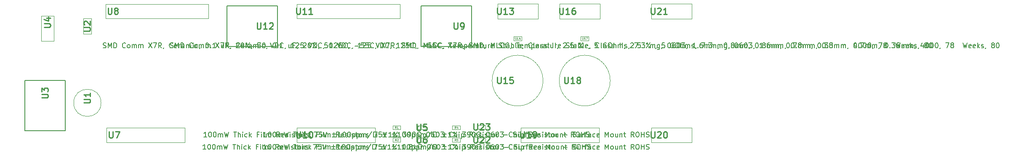
<source format=gbr>
G04 #@! TF.GenerationSoftware,KiCad,Pcbnew,8.0.6*
G04 #@! TF.CreationDate,2024-12-27T11:38:37-05:00*
G04 #@! TF.ProjectId,sdl_breakout,73646c5f-6272-4656-916b-6f75742e6b69,rev?*
G04 #@! TF.SameCoordinates,Original*
G04 #@! TF.FileFunction,AssemblyDrawing,Top*
%FSLAX46Y46*%
G04 Gerber Fmt 4.6, Leading zero omitted, Abs format (unit mm)*
G04 Created by KiCad (PCBNEW 8.0.6) date 2024-12-27 11:38:37*
%MOMM*%
%LPD*%
G01*
G04 APERTURE LIST*
%ADD10C,0.254000*%
%ADD11C,0.150000*%
%ADD12C,0.060000*%
%ADD13C,0.100000*%
%ADD14C,0.200000*%
G04 APERTURE END LIST*
D10*
X232577618Y-134804318D02*
X232577618Y-135832413D01*
X232577618Y-135832413D02*
X232638095Y-135953365D01*
X232638095Y-135953365D02*
X232698571Y-136013842D01*
X232698571Y-136013842D02*
X232819523Y-136074318D01*
X232819523Y-136074318D02*
X233061428Y-136074318D01*
X233061428Y-136074318D02*
X233182380Y-136013842D01*
X233182380Y-136013842D02*
X233242857Y-135953365D01*
X233242857Y-135953365D02*
X233303333Y-135832413D01*
X233303333Y-135832413D02*
X233303333Y-134804318D01*
X234573333Y-136074318D02*
X233847618Y-136074318D01*
X234210475Y-136074318D02*
X234210475Y-134804318D01*
X234210475Y-134804318D02*
X234089523Y-134985746D01*
X234089523Y-134985746D02*
X233968571Y-135106699D01*
X233968571Y-135106699D02*
X233847618Y-135167175D01*
X235178095Y-136074318D02*
X235419999Y-136074318D01*
X235419999Y-136074318D02*
X235540952Y-136013842D01*
X235540952Y-136013842D02*
X235601428Y-135953365D01*
X235601428Y-135953365D02*
X235722380Y-135771937D01*
X235722380Y-135771937D02*
X235782857Y-135530032D01*
X235782857Y-135530032D02*
X235782857Y-135046222D01*
X235782857Y-135046222D02*
X235722380Y-134925270D01*
X235722380Y-134925270D02*
X235661904Y-134864794D01*
X235661904Y-134864794D02*
X235540952Y-134804318D01*
X235540952Y-134804318D02*
X235299047Y-134804318D01*
X235299047Y-134804318D02*
X235178095Y-134864794D01*
X235178095Y-134864794D02*
X235117618Y-134925270D01*
X235117618Y-134925270D02*
X235057142Y-135046222D01*
X235057142Y-135046222D02*
X235057142Y-135348603D01*
X235057142Y-135348603D02*
X235117618Y-135469556D01*
X235117618Y-135469556D02*
X235178095Y-135530032D01*
X235178095Y-135530032D02*
X235299047Y-135590508D01*
X235299047Y-135590508D02*
X235540952Y-135590508D01*
X235540952Y-135590508D02*
X235661904Y-135530032D01*
X235661904Y-135530032D02*
X235722380Y-135469556D01*
X235722380Y-135469556D02*
X235782857Y-135348603D01*
D11*
X169317854Y-138384819D02*
X168746426Y-138384819D01*
X169032140Y-138384819D02*
X169032140Y-137384819D01*
X169032140Y-137384819D02*
X168936902Y-137527676D01*
X168936902Y-137527676D02*
X168841664Y-137622914D01*
X168841664Y-137622914D02*
X168746426Y-137670533D01*
X169936902Y-137384819D02*
X170032140Y-137384819D01*
X170032140Y-137384819D02*
X170127378Y-137432438D01*
X170127378Y-137432438D02*
X170174997Y-137480057D01*
X170174997Y-137480057D02*
X170222616Y-137575295D01*
X170222616Y-137575295D02*
X170270235Y-137765771D01*
X170270235Y-137765771D02*
X170270235Y-138003866D01*
X170270235Y-138003866D02*
X170222616Y-138194342D01*
X170222616Y-138194342D02*
X170174997Y-138289580D01*
X170174997Y-138289580D02*
X170127378Y-138337200D01*
X170127378Y-138337200D02*
X170032140Y-138384819D01*
X170032140Y-138384819D02*
X169936902Y-138384819D01*
X169936902Y-138384819D02*
X169841664Y-138337200D01*
X169841664Y-138337200D02*
X169794045Y-138289580D01*
X169794045Y-138289580D02*
X169746426Y-138194342D01*
X169746426Y-138194342D02*
X169698807Y-138003866D01*
X169698807Y-138003866D02*
X169698807Y-137765771D01*
X169698807Y-137765771D02*
X169746426Y-137575295D01*
X169746426Y-137575295D02*
X169794045Y-137480057D01*
X169794045Y-137480057D02*
X169841664Y-137432438D01*
X169841664Y-137432438D02*
X169936902Y-137384819D01*
X170889283Y-137384819D02*
X170984521Y-137384819D01*
X170984521Y-137384819D02*
X171079759Y-137432438D01*
X171079759Y-137432438D02*
X171127378Y-137480057D01*
X171127378Y-137480057D02*
X171174997Y-137575295D01*
X171174997Y-137575295D02*
X171222616Y-137765771D01*
X171222616Y-137765771D02*
X171222616Y-138003866D01*
X171222616Y-138003866D02*
X171174997Y-138194342D01*
X171174997Y-138194342D02*
X171127378Y-138289580D01*
X171127378Y-138289580D02*
X171079759Y-138337200D01*
X171079759Y-138337200D02*
X170984521Y-138384819D01*
X170984521Y-138384819D02*
X170889283Y-138384819D01*
X170889283Y-138384819D02*
X170794045Y-138337200D01*
X170794045Y-138337200D02*
X170746426Y-138289580D01*
X170746426Y-138289580D02*
X170698807Y-138194342D01*
X170698807Y-138194342D02*
X170651188Y-138003866D01*
X170651188Y-138003866D02*
X170651188Y-137765771D01*
X170651188Y-137765771D02*
X170698807Y-137575295D01*
X170698807Y-137575295D02*
X170746426Y-137480057D01*
X170746426Y-137480057D02*
X170794045Y-137432438D01*
X170794045Y-137432438D02*
X170889283Y-137384819D01*
X171651188Y-138384819D02*
X171651188Y-137718152D01*
X171651188Y-137813390D02*
X171698807Y-137765771D01*
X171698807Y-137765771D02*
X171794045Y-137718152D01*
X171794045Y-137718152D02*
X171936902Y-137718152D01*
X171936902Y-137718152D02*
X172032140Y-137765771D01*
X172032140Y-137765771D02*
X172079759Y-137861009D01*
X172079759Y-137861009D02*
X172079759Y-138384819D01*
X172079759Y-137861009D02*
X172127378Y-137765771D01*
X172127378Y-137765771D02*
X172222616Y-137718152D01*
X172222616Y-137718152D02*
X172365473Y-137718152D01*
X172365473Y-137718152D02*
X172460712Y-137765771D01*
X172460712Y-137765771D02*
X172508331Y-137861009D01*
X172508331Y-137861009D02*
X172508331Y-138384819D01*
X172889283Y-137384819D02*
X173127378Y-138384819D01*
X173127378Y-138384819D02*
X173317854Y-137670533D01*
X173317854Y-137670533D02*
X173508330Y-138384819D01*
X173508330Y-138384819D02*
X173746426Y-137384819D01*
X174746426Y-137384819D02*
X175317854Y-137384819D01*
X175032140Y-138384819D02*
X175032140Y-137384819D01*
X175651188Y-138384819D02*
X175651188Y-137384819D01*
X176079759Y-138384819D02*
X176079759Y-137861009D01*
X176079759Y-137861009D02*
X176032140Y-137765771D01*
X176032140Y-137765771D02*
X175936902Y-137718152D01*
X175936902Y-137718152D02*
X175794045Y-137718152D01*
X175794045Y-137718152D02*
X175698807Y-137765771D01*
X175698807Y-137765771D02*
X175651188Y-137813390D01*
X176555950Y-138384819D02*
X176555950Y-137718152D01*
X176555950Y-137384819D02*
X176508331Y-137432438D01*
X176508331Y-137432438D02*
X176555950Y-137480057D01*
X176555950Y-137480057D02*
X176603569Y-137432438D01*
X176603569Y-137432438D02*
X176555950Y-137384819D01*
X176555950Y-137384819D02*
X176555950Y-137480057D01*
X177460711Y-138337200D02*
X177365473Y-138384819D01*
X177365473Y-138384819D02*
X177174997Y-138384819D01*
X177174997Y-138384819D02*
X177079759Y-138337200D01*
X177079759Y-138337200D02*
X177032140Y-138289580D01*
X177032140Y-138289580D02*
X176984521Y-138194342D01*
X176984521Y-138194342D02*
X176984521Y-137908628D01*
X176984521Y-137908628D02*
X177032140Y-137813390D01*
X177032140Y-137813390D02*
X177079759Y-137765771D01*
X177079759Y-137765771D02*
X177174997Y-137718152D01*
X177174997Y-137718152D02*
X177365473Y-137718152D01*
X177365473Y-137718152D02*
X177460711Y-137765771D01*
X177889283Y-138384819D02*
X177889283Y-137384819D01*
X177984521Y-138003866D02*
X178270235Y-138384819D01*
X178270235Y-137718152D02*
X177889283Y-138099104D01*
X179794045Y-137861009D02*
X179460712Y-137861009D01*
X179460712Y-138384819D02*
X179460712Y-137384819D01*
X179460712Y-137384819D02*
X179936902Y-137384819D01*
X180317855Y-138384819D02*
X180317855Y-137718152D01*
X180317855Y-137384819D02*
X180270236Y-137432438D01*
X180270236Y-137432438D02*
X180317855Y-137480057D01*
X180317855Y-137480057D02*
X180365474Y-137432438D01*
X180365474Y-137432438D02*
X180317855Y-137384819D01*
X180317855Y-137384819D02*
X180317855Y-137480057D01*
X180936902Y-138384819D02*
X180841664Y-138337200D01*
X180841664Y-138337200D02*
X180794045Y-138241961D01*
X180794045Y-138241961D02*
X180794045Y-137384819D01*
X181317855Y-138384819D02*
X181317855Y-137718152D01*
X181317855Y-137813390D02*
X181365474Y-137765771D01*
X181365474Y-137765771D02*
X181460712Y-137718152D01*
X181460712Y-137718152D02*
X181603569Y-137718152D01*
X181603569Y-137718152D02*
X181698807Y-137765771D01*
X181698807Y-137765771D02*
X181746426Y-137861009D01*
X181746426Y-137861009D02*
X181746426Y-138384819D01*
X181746426Y-137861009D02*
X181794045Y-137765771D01*
X181794045Y-137765771D02*
X181889283Y-137718152D01*
X181889283Y-137718152D02*
X182032140Y-137718152D01*
X182032140Y-137718152D02*
X182127379Y-137765771D01*
X182127379Y-137765771D02*
X182174998Y-137861009D01*
X182174998Y-137861009D02*
X182174998Y-138384819D01*
X183984521Y-138384819D02*
X183651188Y-137908628D01*
X183413093Y-138384819D02*
X183413093Y-137384819D01*
X183413093Y-137384819D02*
X183794045Y-137384819D01*
X183794045Y-137384819D02*
X183889283Y-137432438D01*
X183889283Y-137432438D02*
X183936902Y-137480057D01*
X183936902Y-137480057D02*
X183984521Y-137575295D01*
X183984521Y-137575295D02*
X183984521Y-137718152D01*
X183984521Y-137718152D02*
X183936902Y-137813390D01*
X183936902Y-137813390D02*
X183889283Y-137861009D01*
X183889283Y-137861009D02*
X183794045Y-137908628D01*
X183794045Y-137908628D02*
X183413093Y-137908628D01*
X184794045Y-138337200D02*
X184698807Y-138384819D01*
X184698807Y-138384819D02*
X184508331Y-138384819D01*
X184508331Y-138384819D02*
X184413093Y-138337200D01*
X184413093Y-138337200D02*
X184365474Y-138241961D01*
X184365474Y-138241961D02*
X184365474Y-137861009D01*
X184365474Y-137861009D02*
X184413093Y-137765771D01*
X184413093Y-137765771D02*
X184508331Y-137718152D01*
X184508331Y-137718152D02*
X184698807Y-137718152D01*
X184698807Y-137718152D02*
X184794045Y-137765771D01*
X184794045Y-137765771D02*
X184841664Y-137861009D01*
X184841664Y-137861009D02*
X184841664Y-137956247D01*
X184841664Y-137956247D02*
X184365474Y-138051485D01*
X185222617Y-138337200D02*
X185317855Y-138384819D01*
X185317855Y-138384819D02*
X185508331Y-138384819D01*
X185508331Y-138384819D02*
X185603569Y-138337200D01*
X185603569Y-138337200D02*
X185651188Y-138241961D01*
X185651188Y-138241961D02*
X185651188Y-138194342D01*
X185651188Y-138194342D02*
X185603569Y-138099104D01*
X185603569Y-138099104D02*
X185508331Y-138051485D01*
X185508331Y-138051485D02*
X185365474Y-138051485D01*
X185365474Y-138051485D02*
X185270236Y-138003866D01*
X185270236Y-138003866D02*
X185222617Y-137908628D01*
X185222617Y-137908628D02*
X185222617Y-137861009D01*
X185222617Y-137861009D02*
X185270236Y-137765771D01*
X185270236Y-137765771D02*
X185365474Y-137718152D01*
X185365474Y-137718152D02*
X185508331Y-137718152D01*
X185508331Y-137718152D02*
X185603569Y-137765771D01*
X186079760Y-138384819D02*
X186079760Y-137718152D01*
X186079760Y-137384819D02*
X186032141Y-137432438D01*
X186032141Y-137432438D02*
X186079760Y-137480057D01*
X186079760Y-137480057D02*
X186127379Y-137432438D01*
X186127379Y-137432438D02*
X186079760Y-137384819D01*
X186079760Y-137384819D02*
X186079760Y-137480057D01*
X186508331Y-138337200D02*
X186603569Y-138384819D01*
X186603569Y-138384819D02*
X186794045Y-138384819D01*
X186794045Y-138384819D02*
X186889283Y-138337200D01*
X186889283Y-138337200D02*
X186936902Y-138241961D01*
X186936902Y-138241961D02*
X186936902Y-138194342D01*
X186936902Y-138194342D02*
X186889283Y-138099104D01*
X186889283Y-138099104D02*
X186794045Y-138051485D01*
X186794045Y-138051485D02*
X186651188Y-138051485D01*
X186651188Y-138051485D02*
X186555950Y-138003866D01*
X186555950Y-138003866D02*
X186508331Y-137908628D01*
X186508331Y-137908628D02*
X186508331Y-137861009D01*
X186508331Y-137861009D02*
X186555950Y-137765771D01*
X186555950Y-137765771D02*
X186651188Y-137718152D01*
X186651188Y-137718152D02*
X186794045Y-137718152D01*
X186794045Y-137718152D02*
X186889283Y-137765771D01*
X187222617Y-137718152D02*
X187603569Y-137718152D01*
X187365474Y-137384819D02*
X187365474Y-138241961D01*
X187365474Y-138241961D02*
X187413093Y-138337200D01*
X187413093Y-138337200D02*
X187508331Y-138384819D01*
X187508331Y-138384819D02*
X187603569Y-138384819D01*
X188079760Y-138384819D02*
X187984522Y-138337200D01*
X187984522Y-138337200D02*
X187936903Y-138289580D01*
X187936903Y-138289580D02*
X187889284Y-138194342D01*
X187889284Y-138194342D02*
X187889284Y-137908628D01*
X187889284Y-137908628D02*
X187936903Y-137813390D01*
X187936903Y-137813390D02*
X187984522Y-137765771D01*
X187984522Y-137765771D02*
X188079760Y-137718152D01*
X188079760Y-137718152D02*
X188222617Y-137718152D01*
X188222617Y-137718152D02*
X188317855Y-137765771D01*
X188317855Y-137765771D02*
X188365474Y-137813390D01*
X188365474Y-137813390D02*
X188413093Y-137908628D01*
X188413093Y-137908628D02*
X188413093Y-138194342D01*
X188413093Y-138194342D02*
X188365474Y-138289580D01*
X188365474Y-138289580D02*
X188317855Y-138337200D01*
X188317855Y-138337200D02*
X188222617Y-138384819D01*
X188222617Y-138384819D02*
X188079760Y-138384819D01*
X188841665Y-138384819D02*
X188841665Y-137718152D01*
X188841665Y-137908628D02*
X188889284Y-137813390D01*
X188889284Y-137813390D02*
X188936903Y-137765771D01*
X188936903Y-137765771D02*
X189032141Y-137718152D01*
X189032141Y-137718152D02*
X189127379Y-137718152D01*
X189413094Y-138337200D02*
X189508332Y-138384819D01*
X189508332Y-138384819D02*
X189698808Y-138384819D01*
X189698808Y-138384819D02*
X189794046Y-138337200D01*
X189794046Y-138337200D02*
X189841665Y-138241961D01*
X189841665Y-138241961D02*
X189841665Y-138194342D01*
X189841665Y-138194342D02*
X189794046Y-138099104D01*
X189794046Y-138099104D02*
X189698808Y-138051485D01*
X189698808Y-138051485D02*
X189555951Y-138051485D01*
X189555951Y-138051485D02*
X189460713Y-138003866D01*
X189460713Y-138003866D02*
X189413094Y-137908628D01*
X189413094Y-137908628D02*
X189413094Y-137861009D01*
X189413094Y-137861009D02*
X189460713Y-137765771D01*
X189460713Y-137765771D02*
X189555951Y-137718152D01*
X189555951Y-137718152D02*
X189698808Y-137718152D01*
X189698808Y-137718152D02*
X189794046Y-137765771D01*
X190936904Y-137384819D02*
X191603570Y-137384819D01*
X191603570Y-137384819D02*
X191174999Y-138384819D01*
X192460713Y-137384819D02*
X191984523Y-137384819D01*
X191984523Y-137384819D02*
X191936904Y-137861009D01*
X191936904Y-137861009D02*
X191984523Y-137813390D01*
X191984523Y-137813390D02*
X192079761Y-137765771D01*
X192079761Y-137765771D02*
X192317856Y-137765771D01*
X192317856Y-137765771D02*
X192413094Y-137813390D01*
X192413094Y-137813390D02*
X192460713Y-137861009D01*
X192460713Y-137861009D02*
X192508332Y-137956247D01*
X192508332Y-137956247D02*
X192508332Y-138194342D01*
X192508332Y-138194342D02*
X192460713Y-138289580D01*
X192460713Y-138289580D02*
X192413094Y-138337200D01*
X192413094Y-138337200D02*
X192317856Y-138384819D01*
X192317856Y-138384819D02*
X192079761Y-138384819D01*
X192079761Y-138384819D02*
X191984523Y-138337200D01*
X191984523Y-138337200D02*
X191936904Y-138289580D01*
X192794047Y-137384819D02*
X193127380Y-138384819D01*
X193127380Y-138384819D02*
X193460713Y-137384819D01*
X194555952Y-137813390D02*
X195317857Y-137813390D01*
X194936904Y-138194342D02*
X194936904Y-137432438D01*
X195317857Y-138384819D02*
X194555952Y-138384819D01*
X196317856Y-138384819D02*
X195746428Y-138384819D01*
X196032142Y-138384819D02*
X196032142Y-137384819D01*
X196032142Y-137384819D02*
X195936904Y-137527676D01*
X195936904Y-137527676D02*
X195841666Y-137622914D01*
X195841666Y-137622914D02*
X195746428Y-137670533D01*
X196936904Y-137384819D02*
X197032142Y-137384819D01*
X197032142Y-137384819D02*
X197127380Y-137432438D01*
X197127380Y-137432438D02*
X197174999Y-137480057D01*
X197174999Y-137480057D02*
X197222618Y-137575295D01*
X197222618Y-137575295D02*
X197270237Y-137765771D01*
X197270237Y-137765771D02*
X197270237Y-138003866D01*
X197270237Y-138003866D02*
X197222618Y-138194342D01*
X197222618Y-138194342D02*
X197174999Y-138289580D01*
X197174999Y-138289580D02*
X197127380Y-138337200D01*
X197127380Y-138337200D02*
X197032142Y-138384819D01*
X197032142Y-138384819D02*
X196936904Y-138384819D01*
X196936904Y-138384819D02*
X196841666Y-138337200D01*
X196841666Y-138337200D02*
X196794047Y-138289580D01*
X196794047Y-138289580D02*
X196746428Y-138194342D01*
X196746428Y-138194342D02*
X196698809Y-138003866D01*
X196698809Y-138003866D02*
X196698809Y-137765771D01*
X196698809Y-137765771D02*
X196746428Y-137575295D01*
X196746428Y-137575295D02*
X196794047Y-137480057D01*
X196794047Y-137480057D02*
X196841666Y-137432438D01*
X196841666Y-137432438D02*
X196936904Y-137384819D01*
X197889285Y-137384819D02*
X197984523Y-137384819D01*
X197984523Y-137384819D02*
X198079761Y-137432438D01*
X198079761Y-137432438D02*
X198127380Y-137480057D01*
X198127380Y-137480057D02*
X198174999Y-137575295D01*
X198174999Y-137575295D02*
X198222618Y-137765771D01*
X198222618Y-137765771D02*
X198222618Y-138003866D01*
X198222618Y-138003866D02*
X198174999Y-138194342D01*
X198174999Y-138194342D02*
X198127380Y-138289580D01*
X198127380Y-138289580D02*
X198079761Y-138337200D01*
X198079761Y-138337200D02*
X197984523Y-138384819D01*
X197984523Y-138384819D02*
X197889285Y-138384819D01*
X197889285Y-138384819D02*
X197794047Y-138337200D01*
X197794047Y-138337200D02*
X197746428Y-138289580D01*
X197746428Y-138289580D02*
X197698809Y-138194342D01*
X197698809Y-138194342D02*
X197651190Y-138003866D01*
X197651190Y-138003866D02*
X197651190Y-137765771D01*
X197651190Y-137765771D02*
X197698809Y-137575295D01*
X197698809Y-137575295D02*
X197746428Y-137480057D01*
X197746428Y-137480057D02*
X197794047Y-137432438D01*
X197794047Y-137432438D02*
X197889285Y-137384819D01*
X198651190Y-137718152D02*
X198651190Y-138718152D01*
X198651190Y-137765771D02*
X198746428Y-137718152D01*
X198746428Y-137718152D02*
X198936904Y-137718152D01*
X198936904Y-137718152D02*
X199032142Y-137765771D01*
X199032142Y-137765771D02*
X199079761Y-137813390D01*
X199079761Y-137813390D02*
X199127380Y-137908628D01*
X199127380Y-137908628D02*
X199127380Y-138194342D01*
X199127380Y-138194342D02*
X199079761Y-138289580D01*
X199079761Y-138289580D02*
X199032142Y-138337200D01*
X199032142Y-138337200D02*
X198936904Y-138384819D01*
X198936904Y-138384819D02*
X198746428Y-138384819D01*
X198746428Y-138384819D02*
X198651190Y-138337200D01*
X199555952Y-137718152D02*
X199555952Y-138718152D01*
X199555952Y-137765771D02*
X199651190Y-137718152D01*
X199651190Y-137718152D02*
X199841666Y-137718152D01*
X199841666Y-137718152D02*
X199936904Y-137765771D01*
X199936904Y-137765771D02*
X199984523Y-137813390D01*
X199984523Y-137813390D02*
X200032142Y-137908628D01*
X200032142Y-137908628D02*
X200032142Y-138194342D01*
X200032142Y-138194342D02*
X199984523Y-138289580D01*
X199984523Y-138289580D02*
X199936904Y-138337200D01*
X199936904Y-138337200D02*
X199841666Y-138384819D01*
X199841666Y-138384819D02*
X199651190Y-138384819D01*
X199651190Y-138384819D02*
X199555952Y-138337200D01*
X200460714Y-138384819D02*
X200460714Y-137718152D01*
X200460714Y-137813390D02*
X200508333Y-137765771D01*
X200508333Y-137765771D02*
X200603571Y-137718152D01*
X200603571Y-137718152D02*
X200746428Y-137718152D01*
X200746428Y-137718152D02*
X200841666Y-137765771D01*
X200841666Y-137765771D02*
X200889285Y-137861009D01*
X200889285Y-137861009D02*
X200889285Y-138384819D01*
X200889285Y-137861009D02*
X200936904Y-137765771D01*
X200936904Y-137765771D02*
X201032142Y-137718152D01*
X201032142Y-137718152D02*
X201174999Y-137718152D01*
X201174999Y-137718152D02*
X201270238Y-137765771D01*
X201270238Y-137765771D02*
X201317857Y-137861009D01*
X201317857Y-137861009D02*
X201317857Y-138384819D01*
X202508332Y-137337200D02*
X201651190Y-138622914D01*
X202841666Y-138384819D02*
X202841666Y-137384819D01*
X202841666Y-137384819D02*
X203508332Y-137384819D01*
X203508332Y-137384819D02*
X203508332Y-138384819D01*
X203508332Y-138384819D02*
X202841666Y-138384819D01*
X204746428Y-137813390D02*
X205508333Y-137813390D01*
X205127380Y-138194342D02*
X205127380Y-137432438D01*
X205508333Y-138384819D02*
X204746428Y-138384819D01*
X206508332Y-138384819D02*
X205936904Y-138384819D01*
X206222618Y-138384819D02*
X206222618Y-137384819D01*
X206222618Y-137384819D02*
X206127380Y-137527676D01*
X206127380Y-137527676D02*
X206032142Y-137622914D01*
X206032142Y-137622914D02*
X205936904Y-137670533D01*
X206889285Y-138384819D02*
X207651189Y-137384819D01*
X207032142Y-137384819D02*
X207127380Y-137432438D01*
X207127380Y-137432438D02*
X207174999Y-137527676D01*
X207174999Y-137527676D02*
X207127380Y-137622914D01*
X207127380Y-137622914D02*
X207032142Y-137670533D01*
X207032142Y-137670533D02*
X206936904Y-137622914D01*
X206936904Y-137622914D02*
X206889285Y-137527676D01*
X206889285Y-137527676D02*
X206936904Y-137432438D01*
X206936904Y-137432438D02*
X207032142Y-137384819D01*
X207603570Y-138337200D02*
X207651189Y-138241961D01*
X207651189Y-138241961D02*
X207603570Y-138146723D01*
X207603570Y-138146723D02*
X207508332Y-138099104D01*
X207508332Y-138099104D02*
X207413094Y-138146723D01*
X207413094Y-138146723D02*
X207365475Y-138241961D01*
X207365475Y-138241961D02*
X207413094Y-138337200D01*
X207413094Y-138337200D02*
X207508332Y-138384819D01*
X207508332Y-138384819D02*
X207603570Y-138337200D01*
X209365475Y-138384819D02*
X208794047Y-138384819D01*
X209079761Y-138384819D02*
X209079761Y-137384819D01*
X209079761Y-137384819D02*
X208984523Y-137527676D01*
X208984523Y-137527676D02*
X208889285Y-137622914D01*
X208889285Y-137622914D02*
X208794047Y-137670533D01*
X209794047Y-138289580D02*
X209841666Y-138337200D01*
X209841666Y-138337200D02*
X209794047Y-138384819D01*
X209794047Y-138384819D02*
X209746428Y-138337200D01*
X209746428Y-138337200D02*
X209794047Y-138289580D01*
X209794047Y-138289580D02*
X209794047Y-138384819D01*
X210413094Y-137813390D02*
X210317856Y-137765771D01*
X210317856Y-137765771D02*
X210270237Y-137718152D01*
X210270237Y-137718152D02*
X210222618Y-137622914D01*
X210222618Y-137622914D02*
X210222618Y-137575295D01*
X210222618Y-137575295D02*
X210270237Y-137480057D01*
X210270237Y-137480057D02*
X210317856Y-137432438D01*
X210317856Y-137432438D02*
X210413094Y-137384819D01*
X210413094Y-137384819D02*
X210603570Y-137384819D01*
X210603570Y-137384819D02*
X210698808Y-137432438D01*
X210698808Y-137432438D02*
X210746427Y-137480057D01*
X210746427Y-137480057D02*
X210794046Y-137575295D01*
X210794046Y-137575295D02*
X210794046Y-137622914D01*
X210794046Y-137622914D02*
X210746427Y-137718152D01*
X210746427Y-137718152D02*
X210698808Y-137765771D01*
X210698808Y-137765771D02*
X210603570Y-137813390D01*
X210603570Y-137813390D02*
X210413094Y-137813390D01*
X210413094Y-137813390D02*
X210317856Y-137861009D01*
X210317856Y-137861009D02*
X210270237Y-137908628D01*
X210270237Y-137908628D02*
X210222618Y-138003866D01*
X210222618Y-138003866D02*
X210222618Y-138194342D01*
X210222618Y-138194342D02*
X210270237Y-138289580D01*
X210270237Y-138289580D02*
X210317856Y-138337200D01*
X210317856Y-138337200D02*
X210413094Y-138384819D01*
X210413094Y-138384819D02*
X210603570Y-138384819D01*
X210603570Y-138384819D02*
X210698808Y-138337200D01*
X210698808Y-138337200D02*
X210746427Y-138289580D01*
X210746427Y-138289580D02*
X210794046Y-138194342D01*
X210794046Y-138194342D02*
X210794046Y-138003866D01*
X210794046Y-138003866D02*
X210746427Y-137908628D01*
X210746427Y-137908628D02*
X210698808Y-137861009D01*
X210698808Y-137861009D02*
X210603570Y-137813390D01*
X211222618Y-138384819D02*
X211222618Y-137384819D01*
X211317856Y-138003866D02*
X211603570Y-138384819D01*
X211603570Y-137718152D02*
X211222618Y-138099104D01*
X211984523Y-138384819D02*
X212222618Y-138384819D01*
X212222618Y-138384819D02*
X212222618Y-138194342D01*
X212222618Y-138194342D02*
X212127380Y-138146723D01*
X212127380Y-138146723D02*
X212032142Y-138051485D01*
X212032142Y-138051485D02*
X211984523Y-137908628D01*
X211984523Y-137908628D02*
X211984523Y-137670533D01*
X211984523Y-137670533D02*
X212032142Y-137527676D01*
X212032142Y-137527676D02*
X212127380Y-137432438D01*
X212127380Y-137432438D02*
X212270237Y-137384819D01*
X212270237Y-137384819D02*
X212460713Y-137384819D01*
X212460713Y-137384819D02*
X212603570Y-137432438D01*
X212603570Y-137432438D02*
X212698808Y-137527676D01*
X212698808Y-137527676D02*
X212746427Y-137670533D01*
X212746427Y-137670533D02*
X212746427Y-137908628D01*
X212746427Y-137908628D02*
X212698808Y-138051485D01*
X212698808Y-138051485D02*
X212603570Y-138146723D01*
X212603570Y-138146723D02*
X212508332Y-138194342D01*
X212508332Y-138194342D02*
X212508332Y-138384819D01*
X212508332Y-138384819D02*
X212746427Y-138384819D01*
X214127380Y-137384819D02*
X214222618Y-137384819D01*
X214222618Y-137384819D02*
X214317856Y-137432438D01*
X214317856Y-137432438D02*
X214365475Y-137480057D01*
X214365475Y-137480057D02*
X214413094Y-137575295D01*
X214413094Y-137575295D02*
X214460713Y-137765771D01*
X214460713Y-137765771D02*
X214460713Y-138003866D01*
X214460713Y-138003866D02*
X214413094Y-138194342D01*
X214413094Y-138194342D02*
X214365475Y-138289580D01*
X214365475Y-138289580D02*
X214317856Y-138337200D01*
X214317856Y-138337200D02*
X214222618Y-138384819D01*
X214222618Y-138384819D02*
X214127380Y-138384819D01*
X214127380Y-138384819D02*
X214032142Y-138337200D01*
X214032142Y-138337200D02*
X213984523Y-138289580D01*
X213984523Y-138289580D02*
X213936904Y-138194342D01*
X213936904Y-138194342D02*
X213889285Y-138003866D01*
X213889285Y-138003866D02*
X213889285Y-137765771D01*
X213889285Y-137765771D02*
X213936904Y-137575295D01*
X213936904Y-137575295D02*
X213984523Y-137480057D01*
X213984523Y-137480057D02*
X214032142Y-137432438D01*
X214032142Y-137432438D02*
X214127380Y-137384819D01*
X215317856Y-137384819D02*
X215127380Y-137384819D01*
X215127380Y-137384819D02*
X215032142Y-137432438D01*
X215032142Y-137432438D02*
X214984523Y-137480057D01*
X214984523Y-137480057D02*
X214889285Y-137622914D01*
X214889285Y-137622914D02*
X214841666Y-137813390D01*
X214841666Y-137813390D02*
X214841666Y-138194342D01*
X214841666Y-138194342D02*
X214889285Y-138289580D01*
X214889285Y-138289580D02*
X214936904Y-138337200D01*
X214936904Y-138337200D02*
X215032142Y-138384819D01*
X215032142Y-138384819D02*
X215222618Y-138384819D01*
X215222618Y-138384819D02*
X215317856Y-138337200D01*
X215317856Y-138337200D02*
X215365475Y-138289580D01*
X215365475Y-138289580D02*
X215413094Y-138194342D01*
X215413094Y-138194342D02*
X215413094Y-137956247D01*
X215413094Y-137956247D02*
X215365475Y-137861009D01*
X215365475Y-137861009D02*
X215317856Y-137813390D01*
X215317856Y-137813390D02*
X215222618Y-137765771D01*
X215222618Y-137765771D02*
X215032142Y-137765771D01*
X215032142Y-137765771D02*
X214936904Y-137813390D01*
X214936904Y-137813390D02*
X214889285Y-137861009D01*
X214889285Y-137861009D02*
X214841666Y-137956247D01*
X216032142Y-137384819D02*
X216127380Y-137384819D01*
X216127380Y-137384819D02*
X216222618Y-137432438D01*
X216222618Y-137432438D02*
X216270237Y-137480057D01*
X216270237Y-137480057D02*
X216317856Y-137575295D01*
X216317856Y-137575295D02*
X216365475Y-137765771D01*
X216365475Y-137765771D02*
X216365475Y-138003866D01*
X216365475Y-138003866D02*
X216317856Y-138194342D01*
X216317856Y-138194342D02*
X216270237Y-138289580D01*
X216270237Y-138289580D02*
X216222618Y-138337200D01*
X216222618Y-138337200D02*
X216127380Y-138384819D01*
X216127380Y-138384819D02*
X216032142Y-138384819D01*
X216032142Y-138384819D02*
X215936904Y-138337200D01*
X215936904Y-138337200D02*
X215889285Y-138289580D01*
X215889285Y-138289580D02*
X215841666Y-138194342D01*
X215841666Y-138194342D02*
X215794047Y-138003866D01*
X215794047Y-138003866D02*
X215794047Y-137765771D01*
X215794047Y-137765771D02*
X215841666Y-137575295D01*
X215841666Y-137575295D02*
X215889285Y-137480057D01*
X215889285Y-137480057D02*
X215936904Y-137432438D01*
X215936904Y-137432438D02*
X216032142Y-137384819D01*
X216698809Y-137384819D02*
X217317856Y-137384819D01*
X217317856Y-137384819D02*
X216984523Y-137765771D01*
X216984523Y-137765771D02*
X217127380Y-137765771D01*
X217127380Y-137765771D02*
X217222618Y-137813390D01*
X217222618Y-137813390D02*
X217270237Y-137861009D01*
X217270237Y-137861009D02*
X217317856Y-137956247D01*
X217317856Y-137956247D02*
X217317856Y-138194342D01*
X217317856Y-138194342D02*
X217270237Y-138289580D01*
X217270237Y-138289580D02*
X217222618Y-138337200D01*
X217222618Y-138337200D02*
X217127380Y-138384819D01*
X217127380Y-138384819D02*
X216841666Y-138384819D01*
X216841666Y-138384819D02*
X216746428Y-138337200D01*
X216746428Y-138337200D02*
X216698809Y-138289580D01*
X219079761Y-138289580D02*
X219032142Y-138337200D01*
X219032142Y-138337200D02*
X218889285Y-138384819D01*
X218889285Y-138384819D02*
X218794047Y-138384819D01*
X218794047Y-138384819D02*
X218651190Y-138337200D01*
X218651190Y-138337200D02*
X218555952Y-138241961D01*
X218555952Y-138241961D02*
X218508333Y-138146723D01*
X218508333Y-138146723D02*
X218460714Y-137956247D01*
X218460714Y-137956247D02*
X218460714Y-137813390D01*
X218460714Y-137813390D02*
X218508333Y-137622914D01*
X218508333Y-137622914D02*
X218555952Y-137527676D01*
X218555952Y-137527676D02*
X218651190Y-137432438D01*
X218651190Y-137432438D02*
X218794047Y-137384819D01*
X218794047Y-137384819D02*
X218889285Y-137384819D01*
X218889285Y-137384819D02*
X219032142Y-137432438D01*
X219032142Y-137432438D02*
X219079761Y-137480057D01*
X219508333Y-138384819D02*
X219508333Y-137384819D01*
X219936904Y-138384819D02*
X219936904Y-137861009D01*
X219936904Y-137861009D02*
X219889285Y-137765771D01*
X219889285Y-137765771D02*
X219794047Y-137718152D01*
X219794047Y-137718152D02*
X219651190Y-137718152D01*
X219651190Y-137718152D02*
X219555952Y-137765771D01*
X219555952Y-137765771D02*
X219508333Y-137813390D01*
X220413095Y-138384819D02*
X220413095Y-137718152D01*
X220413095Y-137384819D02*
X220365476Y-137432438D01*
X220365476Y-137432438D02*
X220413095Y-137480057D01*
X220413095Y-137480057D02*
X220460714Y-137432438D01*
X220460714Y-137432438D02*
X220413095Y-137384819D01*
X220413095Y-137384819D02*
X220413095Y-137480057D01*
X220889285Y-137718152D02*
X220889285Y-138718152D01*
X220889285Y-137765771D02*
X220984523Y-137718152D01*
X220984523Y-137718152D02*
X221174999Y-137718152D01*
X221174999Y-137718152D02*
X221270237Y-137765771D01*
X221270237Y-137765771D02*
X221317856Y-137813390D01*
X221317856Y-137813390D02*
X221365475Y-137908628D01*
X221365475Y-137908628D02*
X221365475Y-138194342D01*
X221365475Y-138194342D02*
X221317856Y-138289580D01*
X221317856Y-138289580D02*
X221270237Y-138337200D01*
X221270237Y-138337200D02*
X221174999Y-138384819D01*
X221174999Y-138384819D02*
X220984523Y-138384819D01*
X220984523Y-138384819D02*
X220889285Y-138337200D01*
X223127380Y-138384819D02*
X222794047Y-137908628D01*
X222555952Y-138384819D02*
X222555952Y-137384819D01*
X222555952Y-137384819D02*
X222936904Y-137384819D01*
X222936904Y-137384819D02*
X223032142Y-137432438D01*
X223032142Y-137432438D02*
X223079761Y-137480057D01*
X223079761Y-137480057D02*
X223127380Y-137575295D01*
X223127380Y-137575295D02*
X223127380Y-137718152D01*
X223127380Y-137718152D02*
X223079761Y-137813390D01*
X223079761Y-137813390D02*
X223032142Y-137861009D01*
X223032142Y-137861009D02*
X222936904Y-137908628D01*
X222936904Y-137908628D02*
X222555952Y-137908628D01*
X223936904Y-138337200D02*
X223841666Y-138384819D01*
X223841666Y-138384819D02*
X223651190Y-138384819D01*
X223651190Y-138384819D02*
X223555952Y-138337200D01*
X223555952Y-138337200D02*
X223508333Y-138241961D01*
X223508333Y-138241961D02*
X223508333Y-137861009D01*
X223508333Y-137861009D02*
X223555952Y-137765771D01*
X223555952Y-137765771D02*
X223651190Y-137718152D01*
X223651190Y-137718152D02*
X223841666Y-137718152D01*
X223841666Y-137718152D02*
X223936904Y-137765771D01*
X223936904Y-137765771D02*
X223984523Y-137861009D01*
X223984523Y-137861009D02*
X223984523Y-137956247D01*
X223984523Y-137956247D02*
X223508333Y-138051485D01*
X224365476Y-138337200D02*
X224460714Y-138384819D01*
X224460714Y-138384819D02*
X224651190Y-138384819D01*
X224651190Y-138384819D02*
X224746428Y-138337200D01*
X224746428Y-138337200D02*
X224794047Y-138241961D01*
X224794047Y-138241961D02*
X224794047Y-138194342D01*
X224794047Y-138194342D02*
X224746428Y-138099104D01*
X224746428Y-138099104D02*
X224651190Y-138051485D01*
X224651190Y-138051485D02*
X224508333Y-138051485D01*
X224508333Y-138051485D02*
X224413095Y-138003866D01*
X224413095Y-138003866D02*
X224365476Y-137908628D01*
X224365476Y-137908628D02*
X224365476Y-137861009D01*
X224365476Y-137861009D02*
X224413095Y-137765771D01*
X224413095Y-137765771D02*
X224508333Y-137718152D01*
X224508333Y-137718152D02*
X224651190Y-137718152D01*
X224651190Y-137718152D02*
X224746428Y-137765771D01*
X225222619Y-138384819D02*
X225222619Y-137718152D01*
X225222619Y-137384819D02*
X225175000Y-137432438D01*
X225175000Y-137432438D02*
X225222619Y-137480057D01*
X225222619Y-137480057D02*
X225270238Y-137432438D01*
X225270238Y-137432438D02*
X225222619Y-137384819D01*
X225222619Y-137384819D02*
X225222619Y-137480057D01*
X225651190Y-138337200D02*
X225746428Y-138384819D01*
X225746428Y-138384819D02*
X225936904Y-138384819D01*
X225936904Y-138384819D02*
X226032142Y-138337200D01*
X226032142Y-138337200D02*
X226079761Y-138241961D01*
X226079761Y-138241961D02*
X226079761Y-138194342D01*
X226079761Y-138194342D02*
X226032142Y-138099104D01*
X226032142Y-138099104D02*
X225936904Y-138051485D01*
X225936904Y-138051485D02*
X225794047Y-138051485D01*
X225794047Y-138051485D02*
X225698809Y-138003866D01*
X225698809Y-138003866D02*
X225651190Y-137908628D01*
X225651190Y-137908628D02*
X225651190Y-137861009D01*
X225651190Y-137861009D02*
X225698809Y-137765771D01*
X225698809Y-137765771D02*
X225794047Y-137718152D01*
X225794047Y-137718152D02*
X225936904Y-137718152D01*
X225936904Y-137718152D02*
X226032142Y-137765771D01*
X226365476Y-137718152D02*
X226746428Y-137718152D01*
X226508333Y-137384819D02*
X226508333Y-138241961D01*
X226508333Y-138241961D02*
X226555952Y-138337200D01*
X226555952Y-138337200D02*
X226651190Y-138384819D01*
X226651190Y-138384819D02*
X226746428Y-138384819D01*
X227222619Y-138384819D02*
X227127381Y-138337200D01*
X227127381Y-138337200D02*
X227079762Y-138289580D01*
X227079762Y-138289580D02*
X227032143Y-138194342D01*
X227032143Y-138194342D02*
X227032143Y-137908628D01*
X227032143Y-137908628D02*
X227079762Y-137813390D01*
X227079762Y-137813390D02*
X227127381Y-137765771D01*
X227127381Y-137765771D02*
X227222619Y-137718152D01*
X227222619Y-137718152D02*
X227365476Y-137718152D01*
X227365476Y-137718152D02*
X227460714Y-137765771D01*
X227460714Y-137765771D02*
X227508333Y-137813390D01*
X227508333Y-137813390D02*
X227555952Y-137908628D01*
X227555952Y-137908628D02*
X227555952Y-138194342D01*
X227555952Y-138194342D02*
X227508333Y-138289580D01*
X227508333Y-138289580D02*
X227460714Y-138337200D01*
X227460714Y-138337200D02*
X227365476Y-138384819D01*
X227365476Y-138384819D02*
X227222619Y-138384819D01*
X227984524Y-138384819D02*
X227984524Y-137718152D01*
X227984524Y-137908628D02*
X228032143Y-137813390D01*
X228032143Y-137813390D02*
X228079762Y-137765771D01*
X228079762Y-137765771D02*
X228175000Y-137718152D01*
X228175000Y-137718152D02*
X228270238Y-137718152D01*
X229365477Y-138003866D02*
X230127382Y-138003866D01*
X231317858Y-138337200D02*
X231460715Y-138384819D01*
X231460715Y-138384819D02*
X231698810Y-138384819D01*
X231698810Y-138384819D02*
X231794048Y-138337200D01*
X231794048Y-138337200D02*
X231841667Y-138289580D01*
X231841667Y-138289580D02*
X231889286Y-138194342D01*
X231889286Y-138194342D02*
X231889286Y-138099104D01*
X231889286Y-138099104D02*
X231841667Y-138003866D01*
X231841667Y-138003866D02*
X231794048Y-137956247D01*
X231794048Y-137956247D02*
X231698810Y-137908628D01*
X231698810Y-137908628D02*
X231508334Y-137861009D01*
X231508334Y-137861009D02*
X231413096Y-137813390D01*
X231413096Y-137813390D02*
X231365477Y-137765771D01*
X231365477Y-137765771D02*
X231317858Y-137670533D01*
X231317858Y-137670533D02*
X231317858Y-137575295D01*
X231317858Y-137575295D02*
X231365477Y-137480057D01*
X231365477Y-137480057D02*
X231413096Y-137432438D01*
X231413096Y-137432438D02*
X231508334Y-137384819D01*
X231508334Y-137384819D02*
X231746429Y-137384819D01*
X231746429Y-137384819D02*
X231889286Y-137432438D01*
X232746429Y-137718152D02*
X232746429Y-138384819D01*
X232317858Y-137718152D02*
X232317858Y-138241961D01*
X232317858Y-138241961D02*
X232365477Y-138337200D01*
X232365477Y-138337200D02*
X232460715Y-138384819D01*
X232460715Y-138384819D02*
X232603572Y-138384819D01*
X232603572Y-138384819D02*
X232698810Y-138337200D01*
X232698810Y-138337200D02*
X232746429Y-138289580D01*
X233222620Y-138384819D02*
X233222620Y-137718152D01*
X233222620Y-137908628D02*
X233270239Y-137813390D01*
X233270239Y-137813390D02*
X233317858Y-137765771D01*
X233317858Y-137765771D02*
X233413096Y-137718152D01*
X233413096Y-137718152D02*
X233508334Y-137718152D01*
X233698811Y-137718152D02*
X234079763Y-137718152D01*
X233841668Y-138384819D02*
X233841668Y-137527676D01*
X233841668Y-137527676D02*
X233889287Y-137432438D01*
X233889287Y-137432438D02*
X233984525Y-137384819D01*
X233984525Y-137384819D02*
X234079763Y-137384819D01*
X234841668Y-138384819D02*
X234841668Y-137861009D01*
X234841668Y-137861009D02*
X234794049Y-137765771D01*
X234794049Y-137765771D02*
X234698811Y-137718152D01*
X234698811Y-137718152D02*
X234508335Y-137718152D01*
X234508335Y-137718152D02*
X234413097Y-137765771D01*
X234841668Y-138337200D02*
X234746430Y-138384819D01*
X234746430Y-138384819D02*
X234508335Y-138384819D01*
X234508335Y-138384819D02*
X234413097Y-138337200D01*
X234413097Y-138337200D02*
X234365478Y-138241961D01*
X234365478Y-138241961D02*
X234365478Y-138146723D01*
X234365478Y-138146723D02*
X234413097Y-138051485D01*
X234413097Y-138051485D02*
X234508335Y-138003866D01*
X234508335Y-138003866D02*
X234746430Y-138003866D01*
X234746430Y-138003866D02*
X234841668Y-137956247D01*
X235746430Y-138337200D02*
X235651192Y-138384819D01*
X235651192Y-138384819D02*
X235460716Y-138384819D01*
X235460716Y-138384819D02*
X235365478Y-138337200D01*
X235365478Y-138337200D02*
X235317859Y-138289580D01*
X235317859Y-138289580D02*
X235270240Y-138194342D01*
X235270240Y-138194342D02*
X235270240Y-137908628D01*
X235270240Y-137908628D02*
X235317859Y-137813390D01*
X235317859Y-137813390D02*
X235365478Y-137765771D01*
X235365478Y-137765771D02*
X235460716Y-137718152D01*
X235460716Y-137718152D02*
X235651192Y-137718152D01*
X235651192Y-137718152D02*
X235746430Y-137765771D01*
X236555954Y-138337200D02*
X236460716Y-138384819D01*
X236460716Y-138384819D02*
X236270240Y-138384819D01*
X236270240Y-138384819D02*
X236175002Y-138337200D01*
X236175002Y-138337200D02*
X236127383Y-138241961D01*
X236127383Y-138241961D02*
X236127383Y-137861009D01*
X236127383Y-137861009D02*
X236175002Y-137765771D01*
X236175002Y-137765771D02*
X236270240Y-137718152D01*
X236270240Y-137718152D02*
X236460716Y-137718152D01*
X236460716Y-137718152D02*
X236555954Y-137765771D01*
X236555954Y-137765771D02*
X236603573Y-137861009D01*
X236603573Y-137861009D02*
X236603573Y-137956247D01*
X236603573Y-137956247D02*
X236127383Y-138051485D01*
X237794050Y-138384819D02*
X237794050Y-137384819D01*
X237794050Y-137384819D02*
X238127383Y-138099104D01*
X238127383Y-138099104D02*
X238460716Y-137384819D01*
X238460716Y-137384819D02*
X238460716Y-138384819D01*
X239079764Y-138384819D02*
X238984526Y-138337200D01*
X238984526Y-138337200D02*
X238936907Y-138289580D01*
X238936907Y-138289580D02*
X238889288Y-138194342D01*
X238889288Y-138194342D02*
X238889288Y-137908628D01*
X238889288Y-137908628D02*
X238936907Y-137813390D01*
X238936907Y-137813390D02*
X238984526Y-137765771D01*
X238984526Y-137765771D02*
X239079764Y-137718152D01*
X239079764Y-137718152D02*
X239222621Y-137718152D01*
X239222621Y-137718152D02*
X239317859Y-137765771D01*
X239317859Y-137765771D02*
X239365478Y-137813390D01*
X239365478Y-137813390D02*
X239413097Y-137908628D01*
X239413097Y-137908628D02*
X239413097Y-138194342D01*
X239413097Y-138194342D02*
X239365478Y-138289580D01*
X239365478Y-138289580D02*
X239317859Y-138337200D01*
X239317859Y-138337200D02*
X239222621Y-138384819D01*
X239222621Y-138384819D02*
X239079764Y-138384819D01*
X240270240Y-137718152D02*
X240270240Y-138384819D01*
X239841669Y-137718152D02*
X239841669Y-138241961D01*
X239841669Y-138241961D02*
X239889288Y-138337200D01*
X239889288Y-138337200D02*
X239984526Y-138384819D01*
X239984526Y-138384819D02*
X240127383Y-138384819D01*
X240127383Y-138384819D02*
X240222621Y-138337200D01*
X240222621Y-138337200D02*
X240270240Y-138289580D01*
X240746431Y-137718152D02*
X240746431Y-138384819D01*
X240746431Y-137813390D02*
X240794050Y-137765771D01*
X240794050Y-137765771D02*
X240889288Y-137718152D01*
X240889288Y-137718152D02*
X241032145Y-137718152D01*
X241032145Y-137718152D02*
X241127383Y-137765771D01*
X241127383Y-137765771D02*
X241175002Y-137861009D01*
X241175002Y-137861009D02*
X241175002Y-138384819D01*
X241508336Y-137718152D02*
X241889288Y-137718152D01*
X241651193Y-137384819D02*
X241651193Y-138241961D01*
X241651193Y-138241961D02*
X241698812Y-138337200D01*
X241698812Y-138337200D02*
X241794050Y-138384819D01*
X241794050Y-138384819D02*
X241889288Y-138384819D01*
X243555955Y-138384819D02*
X243222622Y-137908628D01*
X242984527Y-138384819D02*
X242984527Y-137384819D01*
X242984527Y-137384819D02*
X243365479Y-137384819D01*
X243365479Y-137384819D02*
X243460717Y-137432438D01*
X243460717Y-137432438D02*
X243508336Y-137480057D01*
X243508336Y-137480057D02*
X243555955Y-137575295D01*
X243555955Y-137575295D02*
X243555955Y-137718152D01*
X243555955Y-137718152D02*
X243508336Y-137813390D01*
X243508336Y-137813390D02*
X243460717Y-137861009D01*
X243460717Y-137861009D02*
X243365479Y-137908628D01*
X243365479Y-137908628D02*
X242984527Y-137908628D01*
X244175003Y-137384819D02*
X244365479Y-137384819D01*
X244365479Y-137384819D02*
X244460717Y-137432438D01*
X244460717Y-137432438D02*
X244555955Y-137527676D01*
X244555955Y-137527676D02*
X244603574Y-137718152D01*
X244603574Y-137718152D02*
X244603574Y-138051485D01*
X244603574Y-138051485D02*
X244555955Y-138241961D01*
X244555955Y-138241961D02*
X244460717Y-138337200D01*
X244460717Y-138337200D02*
X244365479Y-138384819D01*
X244365479Y-138384819D02*
X244175003Y-138384819D01*
X244175003Y-138384819D02*
X244079765Y-138337200D01*
X244079765Y-138337200D02*
X243984527Y-138241961D01*
X243984527Y-138241961D02*
X243936908Y-138051485D01*
X243936908Y-138051485D02*
X243936908Y-137718152D01*
X243936908Y-137718152D02*
X243984527Y-137527676D01*
X243984527Y-137527676D02*
X244079765Y-137432438D01*
X244079765Y-137432438D02*
X244175003Y-137384819D01*
X245032146Y-138384819D02*
X245032146Y-137384819D01*
X245032146Y-137861009D02*
X245603574Y-137861009D01*
X245603574Y-138384819D02*
X245603574Y-137384819D01*
X246032146Y-138337200D02*
X246175003Y-138384819D01*
X246175003Y-138384819D02*
X246413098Y-138384819D01*
X246413098Y-138384819D02*
X246508336Y-138337200D01*
X246508336Y-138337200D02*
X246555955Y-138289580D01*
X246555955Y-138289580D02*
X246603574Y-138194342D01*
X246603574Y-138194342D02*
X246603574Y-138099104D01*
X246603574Y-138099104D02*
X246555955Y-138003866D01*
X246555955Y-138003866D02*
X246508336Y-137956247D01*
X246508336Y-137956247D02*
X246413098Y-137908628D01*
X246413098Y-137908628D02*
X246222622Y-137861009D01*
X246222622Y-137861009D02*
X246127384Y-137813390D01*
X246127384Y-137813390D02*
X246079765Y-137765771D01*
X246079765Y-137765771D02*
X246032146Y-137670533D01*
X246032146Y-137670533D02*
X246032146Y-137575295D01*
X246032146Y-137575295D02*
X246079765Y-137480057D01*
X246079765Y-137480057D02*
X246127384Y-137432438D01*
X246127384Y-137432438D02*
X246222622Y-137384819D01*
X246222622Y-137384819D02*
X246460717Y-137384819D01*
X246460717Y-137384819D02*
X246603574Y-137432438D01*
D12*
X207608333Y-136681927D02*
X207475000Y-136491451D01*
X207379762Y-136681927D02*
X207379762Y-136281927D01*
X207379762Y-136281927D02*
X207532143Y-136281927D01*
X207532143Y-136281927D02*
X207570238Y-136300975D01*
X207570238Y-136300975D02*
X207589285Y-136320022D01*
X207589285Y-136320022D02*
X207608333Y-136358118D01*
X207608333Y-136358118D02*
X207608333Y-136415260D01*
X207608333Y-136415260D02*
X207589285Y-136453356D01*
X207589285Y-136453356D02*
X207570238Y-136472403D01*
X207570238Y-136472403D02*
X207532143Y-136491451D01*
X207532143Y-136491451D02*
X207379762Y-136491451D01*
X207760714Y-136320022D02*
X207779762Y-136300975D01*
X207779762Y-136300975D02*
X207817857Y-136281927D01*
X207817857Y-136281927D02*
X207913095Y-136281927D01*
X207913095Y-136281927D02*
X207951190Y-136300975D01*
X207951190Y-136300975D02*
X207970238Y-136320022D01*
X207970238Y-136320022D02*
X207989285Y-136358118D01*
X207989285Y-136358118D02*
X207989285Y-136396213D01*
X207989285Y-136396213D02*
X207970238Y-136453356D01*
X207970238Y-136453356D02*
X207741666Y-136681927D01*
X207741666Y-136681927D02*
X207989285Y-136681927D01*
D11*
X169484520Y-135884819D02*
X168913092Y-135884819D01*
X169198806Y-135884819D02*
X169198806Y-134884819D01*
X169198806Y-134884819D02*
X169103568Y-135027676D01*
X169103568Y-135027676D02*
X169008330Y-135122914D01*
X169008330Y-135122914D02*
X168913092Y-135170533D01*
X170103568Y-134884819D02*
X170198806Y-134884819D01*
X170198806Y-134884819D02*
X170294044Y-134932438D01*
X170294044Y-134932438D02*
X170341663Y-134980057D01*
X170341663Y-134980057D02*
X170389282Y-135075295D01*
X170389282Y-135075295D02*
X170436901Y-135265771D01*
X170436901Y-135265771D02*
X170436901Y-135503866D01*
X170436901Y-135503866D02*
X170389282Y-135694342D01*
X170389282Y-135694342D02*
X170341663Y-135789580D01*
X170341663Y-135789580D02*
X170294044Y-135837200D01*
X170294044Y-135837200D02*
X170198806Y-135884819D01*
X170198806Y-135884819D02*
X170103568Y-135884819D01*
X170103568Y-135884819D02*
X170008330Y-135837200D01*
X170008330Y-135837200D02*
X169960711Y-135789580D01*
X169960711Y-135789580D02*
X169913092Y-135694342D01*
X169913092Y-135694342D02*
X169865473Y-135503866D01*
X169865473Y-135503866D02*
X169865473Y-135265771D01*
X169865473Y-135265771D02*
X169913092Y-135075295D01*
X169913092Y-135075295D02*
X169960711Y-134980057D01*
X169960711Y-134980057D02*
X170008330Y-134932438D01*
X170008330Y-134932438D02*
X170103568Y-134884819D01*
X171055949Y-134884819D02*
X171151187Y-134884819D01*
X171151187Y-134884819D02*
X171246425Y-134932438D01*
X171246425Y-134932438D02*
X171294044Y-134980057D01*
X171294044Y-134980057D02*
X171341663Y-135075295D01*
X171341663Y-135075295D02*
X171389282Y-135265771D01*
X171389282Y-135265771D02*
X171389282Y-135503866D01*
X171389282Y-135503866D02*
X171341663Y-135694342D01*
X171341663Y-135694342D02*
X171294044Y-135789580D01*
X171294044Y-135789580D02*
X171246425Y-135837200D01*
X171246425Y-135837200D02*
X171151187Y-135884819D01*
X171151187Y-135884819D02*
X171055949Y-135884819D01*
X171055949Y-135884819D02*
X170960711Y-135837200D01*
X170960711Y-135837200D02*
X170913092Y-135789580D01*
X170913092Y-135789580D02*
X170865473Y-135694342D01*
X170865473Y-135694342D02*
X170817854Y-135503866D01*
X170817854Y-135503866D02*
X170817854Y-135265771D01*
X170817854Y-135265771D02*
X170865473Y-135075295D01*
X170865473Y-135075295D02*
X170913092Y-134980057D01*
X170913092Y-134980057D02*
X170960711Y-134932438D01*
X170960711Y-134932438D02*
X171055949Y-134884819D01*
X171817854Y-135884819D02*
X171817854Y-135218152D01*
X171817854Y-135313390D02*
X171865473Y-135265771D01*
X171865473Y-135265771D02*
X171960711Y-135218152D01*
X171960711Y-135218152D02*
X172103568Y-135218152D01*
X172103568Y-135218152D02*
X172198806Y-135265771D01*
X172198806Y-135265771D02*
X172246425Y-135361009D01*
X172246425Y-135361009D02*
X172246425Y-135884819D01*
X172246425Y-135361009D02*
X172294044Y-135265771D01*
X172294044Y-135265771D02*
X172389282Y-135218152D01*
X172389282Y-135218152D02*
X172532139Y-135218152D01*
X172532139Y-135218152D02*
X172627378Y-135265771D01*
X172627378Y-135265771D02*
X172674997Y-135361009D01*
X172674997Y-135361009D02*
X172674997Y-135884819D01*
X173055949Y-134884819D02*
X173294044Y-135884819D01*
X173294044Y-135884819D02*
X173484520Y-135170533D01*
X173484520Y-135170533D02*
X173674996Y-135884819D01*
X173674996Y-135884819D02*
X173913092Y-134884819D01*
X174913092Y-134884819D02*
X175484520Y-134884819D01*
X175198806Y-135884819D02*
X175198806Y-134884819D01*
X175817854Y-135884819D02*
X175817854Y-134884819D01*
X176246425Y-135884819D02*
X176246425Y-135361009D01*
X176246425Y-135361009D02*
X176198806Y-135265771D01*
X176198806Y-135265771D02*
X176103568Y-135218152D01*
X176103568Y-135218152D02*
X175960711Y-135218152D01*
X175960711Y-135218152D02*
X175865473Y-135265771D01*
X175865473Y-135265771D02*
X175817854Y-135313390D01*
X176722616Y-135884819D02*
X176722616Y-135218152D01*
X176722616Y-134884819D02*
X176674997Y-134932438D01*
X176674997Y-134932438D02*
X176722616Y-134980057D01*
X176722616Y-134980057D02*
X176770235Y-134932438D01*
X176770235Y-134932438D02*
X176722616Y-134884819D01*
X176722616Y-134884819D02*
X176722616Y-134980057D01*
X177627377Y-135837200D02*
X177532139Y-135884819D01*
X177532139Y-135884819D02*
X177341663Y-135884819D01*
X177341663Y-135884819D02*
X177246425Y-135837200D01*
X177246425Y-135837200D02*
X177198806Y-135789580D01*
X177198806Y-135789580D02*
X177151187Y-135694342D01*
X177151187Y-135694342D02*
X177151187Y-135408628D01*
X177151187Y-135408628D02*
X177198806Y-135313390D01*
X177198806Y-135313390D02*
X177246425Y-135265771D01*
X177246425Y-135265771D02*
X177341663Y-135218152D01*
X177341663Y-135218152D02*
X177532139Y-135218152D01*
X177532139Y-135218152D02*
X177627377Y-135265771D01*
X178055949Y-135884819D02*
X178055949Y-134884819D01*
X178151187Y-135503866D02*
X178436901Y-135884819D01*
X178436901Y-135218152D02*
X178055949Y-135599104D01*
X179960711Y-135361009D02*
X179627378Y-135361009D01*
X179627378Y-135884819D02*
X179627378Y-134884819D01*
X179627378Y-134884819D02*
X180103568Y-134884819D01*
X180484521Y-135884819D02*
X180484521Y-135218152D01*
X180484521Y-134884819D02*
X180436902Y-134932438D01*
X180436902Y-134932438D02*
X180484521Y-134980057D01*
X180484521Y-134980057D02*
X180532140Y-134932438D01*
X180532140Y-134932438D02*
X180484521Y-134884819D01*
X180484521Y-134884819D02*
X180484521Y-134980057D01*
X181103568Y-135884819D02*
X181008330Y-135837200D01*
X181008330Y-135837200D02*
X180960711Y-135741961D01*
X180960711Y-135741961D02*
X180960711Y-134884819D01*
X181484521Y-135884819D02*
X181484521Y-135218152D01*
X181484521Y-135313390D02*
X181532140Y-135265771D01*
X181532140Y-135265771D02*
X181627378Y-135218152D01*
X181627378Y-135218152D02*
X181770235Y-135218152D01*
X181770235Y-135218152D02*
X181865473Y-135265771D01*
X181865473Y-135265771D02*
X181913092Y-135361009D01*
X181913092Y-135361009D02*
X181913092Y-135884819D01*
X181913092Y-135361009D02*
X181960711Y-135265771D01*
X181960711Y-135265771D02*
X182055949Y-135218152D01*
X182055949Y-135218152D02*
X182198806Y-135218152D01*
X182198806Y-135218152D02*
X182294045Y-135265771D01*
X182294045Y-135265771D02*
X182341664Y-135361009D01*
X182341664Y-135361009D02*
X182341664Y-135884819D01*
X184151187Y-135884819D02*
X183817854Y-135408628D01*
X183579759Y-135884819D02*
X183579759Y-134884819D01*
X183579759Y-134884819D02*
X183960711Y-134884819D01*
X183960711Y-134884819D02*
X184055949Y-134932438D01*
X184055949Y-134932438D02*
X184103568Y-134980057D01*
X184103568Y-134980057D02*
X184151187Y-135075295D01*
X184151187Y-135075295D02*
X184151187Y-135218152D01*
X184151187Y-135218152D02*
X184103568Y-135313390D01*
X184103568Y-135313390D02*
X184055949Y-135361009D01*
X184055949Y-135361009D02*
X183960711Y-135408628D01*
X183960711Y-135408628D02*
X183579759Y-135408628D01*
X184960711Y-135837200D02*
X184865473Y-135884819D01*
X184865473Y-135884819D02*
X184674997Y-135884819D01*
X184674997Y-135884819D02*
X184579759Y-135837200D01*
X184579759Y-135837200D02*
X184532140Y-135741961D01*
X184532140Y-135741961D02*
X184532140Y-135361009D01*
X184532140Y-135361009D02*
X184579759Y-135265771D01*
X184579759Y-135265771D02*
X184674997Y-135218152D01*
X184674997Y-135218152D02*
X184865473Y-135218152D01*
X184865473Y-135218152D02*
X184960711Y-135265771D01*
X184960711Y-135265771D02*
X185008330Y-135361009D01*
X185008330Y-135361009D02*
X185008330Y-135456247D01*
X185008330Y-135456247D02*
X184532140Y-135551485D01*
X185389283Y-135837200D02*
X185484521Y-135884819D01*
X185484521Y-135884819D02*
X185674997Y-135884819D01*
X185674997Y-135884819D02*
X185770235Y-135837200D01*
X185770235Y-135837200D02*
X185817854Y-135741961D01*
X185817854Y-135741961D02*
X185817854Y-135694342D01*
X185817854Y-135694342D02*
X185770235Y-135599104D01*
X185770235Y-135599104D02*
X185674997Y-135551485D01*
X185674997Y-135551485D02*
X185532140Y-135551485D01*
X185532140Y-135551485D02*
X185436902Y-135503866D01*
X185436902Y-135503866D02*
X185389283Y-135408628D01*
X185389283Y-135408628D02*
X185389283Y-135361009D01*
X185389283Y-135361009D02*
X185436902Y-135265771D01*
X185436902Y-135265771D02*
X185532140Y-135218152D01*
X185532140Y-135218152D02*
X185674997Y-135218152D01*
X185674997Y-135218152D02*
X185770235Y-135265771D01*
X186246426Y-135884819D02*
X186246426Y-135218152D01*
X186246426Y-134884819D02*
X186198807Y-134932438D01*
X186198807Y-134932438D02*
X186246426Y-134980057D01*
X186246426Y-134980057D02*
X186294045Y-134932438D01*
X186294045Y-134932438D02*
X186246426Y-134884819D01*
X186246426Y-134884819D02*
X186246426Y-134980057D01*
X186674997Y-135837200D02*
X186770235Y-135884819D01*
X186770235Y-135884819D02*
X186960711Y-135884819D01*
X186960711Y-135884819D02*
X187055949Y-135837200D01*
X187055949Y-135837200D02*
X187103568Y-135741961D01*
X187103568Y-135741961D02*
X187103568Y-135694342D01*
X187103568Y-135694342D02*
X187055949Y-135599104D01*
X187055949Y-135599104D02*
X186960711Y-135551485D01*
X186960711Y-135551485D02*
X186817854Y-135551485D01*
X186817854Y-135551485D02*
X186722616Y-135503866D01*
X186722616Y-135503866D02*
X186674997Y-135408628D01*
X186674997Y-135408628D02*
X186674997Y-135361009D01*
X186674997Y-135361009D02*
X186722616Y-135265771D01*
X186722616Y-135265771D02*
X186817854Y-135218152D01*
X186817854Y-135218152D02*
X186960711Y-135218152D01*
X186960711Y-135218152D02*
X187055949Y-135265771D01*
X187389283Y-135218152D02*
X187770235Y-135218152D01*
X187532140Y-134884819D02*
X187532140Y-135741961D01*
X187532140Y-135741961D02*
X187579759Y-135837200D01*
X187579759Y-135837200D02*
X187674997Y-135884819D01*
X187674997Y-135884819D02*
X187770235Y-135884819D01*
X188246426Y-135884819D02*
X188151188Y-135837200D01*
X188151188Y-135837200D02*
X188103569Y-135789580D01*
X188103569Y-135789580D02*
X188055950Y-135694342D01*
X188055950Y-135694342D02*
X188055950Y-135408628D01*
X188055950Y-135408628D02*
X188103569Y-135313390D01*
X188103569Y-135313390D02*
X188151188Y-135265771D01*
X188151188Y-135265771D02*
X188246426Y-135218152D01*
X188246426Y-135218152D02*
X188389283Y-135218152D01*
X188389283Y-135218152D02*
X188484521Y-135265771D01*
X188484521Y-135265771D02*
X188532140Y-135313390D01*
X188532140Y-135313390D02*
X188579759Y-135408628D01*
X188579759Y-135408628D02*
X188579759Y-135694342D01*
X188579759Y-135694342D02*
X188532140Y-135789580D01*
X188532140Y-135789580D02*
X188484521Y-135837200D01*
X188484521Y-135837200D02*
X188389283Y-135884819D01*
X188389283Y-135884819D02*
X188246426Y-135884819D01*
X189008331Y-135884819D02*
X189008331Y-135218152D01*
X189008331Y-135408628D02*
X189055950Y-135313390D01*
X189055950Y-135313390D02*
X189103569Y-135265771D01*
X189103569Y-135265771D02*
X189198807Y-135218152D01*
X189198807Y-135218152D02*
X189294045Y-135218152D01*
X189579760Y-135837200D02*
X189674998Y-135884819D01*
X189674998Y-135884819D02*
X189865474Y-135884819D01*
X189865474Y-135884819D02*
X189960712Y-135837200D01*
X189960712Y-135837200D02*
X190008331Y-135741961D01*
X190008331Y-135741961D02*
X190008331Y-135694342D01*
X190008331Y-135694342D02*
X189960712Y-135599104D01*
X189960712Y-135599104D02*
X189865474Y-135551485D01*
X189865474Y-135551485D02*
X189722617Y-135551485D01*
X189722617Y-135551485D02*
X189627379Y-135503866D01*
X189627379Y-135503866D02*
X189579760Y-135408628D01*
X189579760Y-135408628D02*
X189579760Y-135361009D01*
X189579760Y-135361009D02*
X189627379Y-135265771D01*
X189627379Y-135265771D02*
X189722617Y-135218152D01*
X189722617Y-135218152D02*
X189865474Y-135218152D01*
X189865474Y-135218152D02*
X189960712Y-135265771D01*
X191103570Y-134884819D02*
X191770236Y-134884819D01*
X191770236Y-134884819D02*
X191341665Y-135884819D01*
X192627379Y-134884819D02*
X192151189Y-134884819D01*
X192151189Y-134884819D02*
X192103570Y-135361009D01*
X192103570Y-135361009D02*
X192151189Y-135313390D01*
X192151189Y-135313390D02*
X192246427Y-135265771D01*
X192246427Y-135265771D02*
X192484522Y-135265771D01*
X192484522Y-135265771D02*
X192579760Y-135313390D01*
X192579760Y-135313390D02*
X192627379Y-135361009D01*
X192627379Y-135361009D02*
X192674998Y-135456247D01*
X192674998Y-135456247D02*
X192674998Y-135694342D01*
X192674998Y-135694342D02*
X192627379Y-135789580D01*
X192627379Y-135789580D02*
X192579760Y-135837200D01*
X192579760Y-135837200D02*
X192484522Y-135884819D01*
X192484522Y-135884819D02*
X192246427Y-135884819D01*
X192246427Y-135884819D02*
X192151189Y-135837200D01*
X192151189Y-135837200D02*
X192103570Y-135789580D01*
X192960713Y-134884819D02*
X193294046Y-135884819D01*
X193294046Y-135884819D02*
X193627379Y-134884819D01*
X194722618Y-135313390D02*
X195484523Y-135313390D01*
X195103570Y-135694342D02*
X195103570Y-134932438D01*
X195484523Y-135884819D02*
X194722618Y-135884819D01*
X196484522Y-135884819D02*
X195913094Y-135884819D01*
X196198808Y-135884819D02*
X196198808Y-134884819D01*
X196198808Y-134884819D02*
X196103570Y-135027676D01*
X196103570Y-135027676D02*
X196008332Y-135122914D01*
X196008332Y-135122914D02*
X195913094Y-135170533D01*
X197103570Y-134884819D02*
X197198808Y-134884819D01*
X197198808Y-134884819D02*
X197294046Y-134932438D01*
X197294046Y-134932438D02*
X197341665Y-134980057D01*
X197341665Y-134980057D02*
X197389284Y-135075295D01*
X197389284Y-135075295D02*
X197436903Y-135265771D01*
X197436903Y-135265771D02*
X197436903Y-135503866D01*
X197436903Y-135503866D02*
X197389284Y-135694342D01*
X197389284Y-135694342D02*
X197341665Y-135789580D01*
X197341665Y-135789580D02*
X197294046Y-135837200D01*
X197294046Y-135837200D02*
X197198808Y-135884819D01*
X197198808Y-135884819D02*
X197103570Y-135884819D01*
X197103570Y-135884819D02*
X197008332Y-135837200D01*
X197008332Y-135837200D02*
X196960713Y-135789580D01*
X196960713Y-135789580D02*
X196913094Y-135694342D01*
X196913094Y-135694342D02*
X196865475Y-135503866D01*
X196865475Y-135503866D02*
X196865475Y-135265771D01*
X196865475Y-135265771D02*
X196913094Y-135075295D01*
X196913094Y-135075295D02*
X196960713Y-134980057D01*
X196960713Y-134980057D02*
X197008332Y-134932438D01*
X197008332Y-134932438D02*
X197103570Y-134884819D01*
X198055951Y-134884819D02*
X198151189Y-134884819D01*
X198151189Y-134884819D02*
X198246427Y-134932438D01*
X198246427Y-134932438D02*
X198294046Y-134980057D01*
X198294046Y-134980057D02*
X198341665Y-135075295D01*
X198341665Y-135075295D02*
X198389284Y-135265771D01*
X198389284Y-135265771D02*
X198389284Y-135503866D01*
X198389284Y-135503866D02*
X198341665Y-135694342D01*
X198341665Y-135694342D02*
X198294046Y-135789580D01*
X198294046Y-135789580D02*
X198246427Y-135837200D01*
X198246427Y-135837200D02*
X198151189Y-135884819D01*
X198151189Y-135884819D02*
X198055951Y-135884819D01*
X198055951Y-135884819D02*
X197960713Y-135837200D01*
X197960713Y-135837200D02*
X197913094Y-135789580D01*
X197913094Y-135789580D02*
X197865475Y-135694342D01*
X197865475Y-135694342D02*
X197817856Y-135503866D01*
X197817856Y-135503866D02*
X197817856Y-135265771D01*
X197817856Y-135265771D02*
X197865475Y-135075295D01*
X197865475Y-135075295D02*
X197913094Y-134980057D01*
X197913094Y-134980057D02*
X197960713Y-134932438D01*
X197960713Y-134932438D02*
X198055951Y-134884819D01*
X198817856Y-135218152D02*
X198817856Y-136218152D01*
X198817856Y-135265771D02*
X198913094Y-135218152D01*
X198913094Y-135218152D02*
X199103570Y-135218152D01*
X199103570Y-135218152D02*
X199198808Y-135265771D01*
X199198808Y-135265771D02*
X199246427Y-135313390D01*
X199246427Y-135313390D02*
X199294046Y-135408628D01*
X199294046Y-135408628D02*
X199294046Y-135694342D01*
X199294046Y-135694342D02*
X199246427Y-135789580D01*
X199246427Y-135789580D02*
X199198808Y-135837200D01*
X199198808Y-135837200D02*
X199103570Y-135884819D01*
X199103570Y-135884819D02*
X198913094Y-135884819D01*
X198913094Y-135884819D02*
X198817856Y-135837200D01*
X199722618Y-135218152D02*
X199722618Y-136218152D01*
X199722618Y-135265771D02*
X199817856Y-135218152D01*
X199817856Y-135218152D02*
X200008332Y-135218152D01*
X200008332Y-135218152D02*
X200103570Y-135265771D01*
X200103570Y-135265771D02*
X200151189Y-135313390D01*
X200151189Y-135313390D02*
X200198808Y-135408628D01*
X200198808Y-135408628D02*
X200198808Y-135694342D01*
X200198808Y-135694342D02*
X200151189Y-135789580D01*
X200151189Y-135789580D02*
X200103570Y-135837200D01*
X200103570Y-135837200D02*
X200008332Y-135884819D01*
X200008332Y-135884819D02*
X199817856Y-135884819D01*
X199817856Y-135884819D02*
X199722618Y-135837200D01*
X200627380Y-135884819D02*
X200627380Y-135218152D01*
X200627380Y-135313390D02*
X200674999Y-135265771D01*
X200674999Y-135265771D02*
X200770237Y-135218152D01*
X200770237Y-135218152D02*
X200913094Y-135218152D01*
X200913094Y-135218152D02*
X201008332Y-135265771D01*
X201008332Y-135265771D02*
X201055951Y-135361009D01*
X201055951Y-135361009D02*
X201055951Y-135884819D01*
X201055951Y-135361009D02*
X201103570Y-135265771D01*
X201103570Y-135265771D02*
X201198808Y-135218152D01*
X201198808Y-135218152D02*
X201341665Y-135218152D01*
X201341665Y-135218152D02*
X201436904Y-135265771D01*
X201436904Y-135265771D02*
X201484523Y-135361009D01*
X201484523Y-135361009D02*
X201484523Y-135884819D01*
X202674998Y-134837200D02*
X201817856Y-136122914D01*
X203008332Y-135884819D02*
X203008332Y-134884819D01*
X203008332Y-134884819D02*
X203674998Y-134884819D01*
X203674998Y-134884819D02*
X203674998Y-135884819D01*
X203674998Y-135884819D02*
X203008332Y-135884819D01*
X204913094Y-135313390D02*
X205674999Y-135313390D01*
X205294046Y-135694342D02*
X205294046Y-134932438D01*
X205674999Y-135884819D02*
X204913094Y-135884819D01*
X206674998Y-135884819D02*
X206103570Y-135884819D01*
X206389284Y-135884819D02*
X206389284Y-134884819D01*
X206389284Y-134884819D02*
X206294046Y-135027676D01*
X206294046Y-135027676D02*
X206198808Y-135122914D01*
X206198808Y-135122914D02*
X206103570Y-135170533D01*
X207055951Y-135884819D02*
X207817855Y-134884819D01*
X207198808Y-134884819D02*
X207294046Y-134932438D01*
X207294046Y-134932438D02*
X207341665Y-135027676D01*
X207341665Y-135027676D02*
X207294046Y-135122914D01*
X207294046Y-135122914D02*
X207198808Y-135170533D01*
X207198808Y-135170533D02*
X207103570Y-135122914D01*
X207103570Y-135122914D02*
X207055951Y-135027676D01*
X207055951Y-135027676D02*
X207103570Y-134932438D01*
X207103570Y-134932438D02*
X207198808Y-134884819D01*
X207770236Y-135837200D02*
X207817855Y-135741961D01*
X207817855Y-135741961D02*
X207770236Y-135646723D01*
X207770236Y-135646723D02*
X207674998Y-135599104D01*
X207674998Y-135599104D02*
X207579760Y-135646723D01*
X207579760Y-135646723D02*
X207532141Y-135741961D01*
X207532141Y-135741961D02*
X207579760Y-135837200D01*
X207579760Y-135837200D02*
X207674998Y-135884819D01*
X207674998Y-135884819D02*
X207770236Y-135837200D01*
X208913094Y-134884819D02*
X209532141Y-134884819D01*
X209532141Y-134884819D02*
X209198808Y-135265771D01*
X209198808Y-135265771D02*
X209341665Y-135265771D01*
X209341665Y-135265771D02*
X209436903Y-135313390D01*
X209436903Y-135313390D02*
X209484522Y-135361009D01*
X209484522Y-135361009D02*
X209532141Y-135456247D01*
X209532141Y-135456247D02*
X209532141Y-135694342D01*
X209532141Y-135694342D02*
X209484522Y-135789580D01*
X209484522Y-135789580D02*
X209436903Y-135837200D01*
X209436903Y-135837200D02*
X209341665Y-135884819D01*
X209341665Y-135884819D02*
X209055951Y-135884819D01*
X209055951Y-135884819D02*
X208960713Y-135837200D01*
X208960713Y-135837200D02*
X208913094Y-135789580D01*
X210008332Y-135884819D02*
X210198808Y-135884819D01*
X210198808Y-135884819D02*
X210294046Y-135837200D01*
X210294046Y-135837200D02*
X210341665Y-135789580D01*
X210341665Y-135789580D02*
X210436903Y-135646723D01*
X210436903Y-135646723D02*
X210484522Y-135456247D01*
X210484522Y-135456247D02*
X210484522Y-135075295D01*
X210484522Y-135075295D02*
X210436903Y-134980057D01*
X210436903Y-134980057D02*
X210389284Y-134932438D01*
X210389284Y-134932438D02*
X210294046Y-134884819D01*
X210294046Y-134884819D02*
X210103570Y-134884819D01*
X210103570Y-134884819D02*
X210008332Y-134932438D01*
X210008332Y-134932438D02*
X209960713Y-134980057D01*
X209960713Y-134980057D02*
X209913094Y-135075295D01*
X209913094Y-135075295D02*
X209913094Y-135313390D01*
X209913094Y-135313390D02*
X209960713Y-135408628D01*
X209960713Y-135408628D02*
X210008332Y-135456247D01*
X210008332Y-135456247D02*
X210103570Y-135503866D01*
X210103570Y-135503866D02*
X210294046Y-135503866D01*
X210294046Y-135503866D02*
X210389284Y-135456247D01*
X210389284Y-135456247D02*
X210436903Y-135408628D01*
X210436903Y-135408628D02*
X210484522Y-135313390D01*
X211103570Y-134884819D02*
X211198808Y-134884819D01*
X211198808Y-134884819D02*
X211294046Y-134932438D01*
X211294046Y-134932438D02*
X211341665Y-134980057D01*
X211341665Y-134980057D02*
X211389284Y-135075295D01*
X211389284Y-135075295D02*
X211436903Y-135265771D01*
X211436903Y-135265771D02*
X211436903Y-135503866D01*
X211436903Y-135503866D02*
X211389284Y-135694342D01*
X211389284Y-135694342D02*
X211341665Y-135789580D01*
X211341665Y-135789580D02*
X211294046Y-135837200D01*
X211294046Y-135837200D02*
X211198808Y-135884819D01*
X211198808Y-135884819D02*
X211103570Y-135884819D01*
X211103570Y-135884819D02*
X211008332Y-135837200D01*
X211008332Y-135837200D02*
X210960713Y-135789580D01*
X210960713Y-135789580D02*
X210913094Y-135694342D01*
X210913094Y-135694342D02*
X210865475Y-135503866D01*
X210865475Y-135503866D02*
X210865475Y-135265771D01*
X210865475Y-135265771D02*
X210913094Y-135075295D01*
X210913094Y-135075295D02*
X210960713Y-134980057D01*
X210960713Y-134980057D02*
X211008332Y-134932438D01*
X211008332Y-134932438D02*
X211103570Y-134884819D01*
X211817856Y-135884819D02*
X212055951Y-135884819D01*
X212055951Y-135884819D02*
X212055951Y-135694342D01*
X212055951Y-135694342D02*
X211960713Y-135646723D01*
X211960713Y-135646723D02*
X211865475Y-135551485D01*
X211865475Y-135551485D02*
X211817856Y-135408628D01*
X211817856Y-135408628D02*
X211817856Y-135170533D01*
X211817856Y-135170533D02*
X211865475Y-135027676D01*
X211865475Y-135027676D02*
X211960713Y-134932438D01*
X211960713Y-134932438D02*
X212103570Y-134884819D01*
X212103570Y-134884819D02*
X212294046Y-134884819D01*
X212294046Y-134884819D02*
X212436903Y-134932438D01*
X212436903Y-134932438D02*
X212532141Y-135027676D01*
X212532141Y-135027676D02*
X212579760Y-135170533D01*
X212579760Y-135170533D02*
X212579760Y-135408628D01*
X212579760Y-135408628D02*
X212532141Y-135551485D01*
X212532141Y-135551485D02*
X212436903Y-135646723D01*
X212436903Y-135646723D02*
X212341665Y-135694342D01*
X212341665Y-135694342D02*
X212341665Y-135884819D01*
X212341665Y-135884819D02*
X212579760Y-135884819D01*
X213960713Y-134884819D02*
X214055951Y-134884819D01*
X214055951Y-134884819D02*
X214151189Y-134932438D01*
X214151189Y-134932438D02*
X214198808Y-134980057D01*
X214198808Y-134980057D02*
X214246427Y-135075295D01*
X214246427Y-135075295D02*
X214294046Y-135265771D01*
X214294046Y-135265771D02*
X214294046Y-135503866D01*
X214294046Y-135503866D02*
X214246427Y-135694342D01*
X214246427Y-135694342D02*
X214198808Y-135789580D01*
X214198808Y-135789580D02*
X214151189Y-135837200D01*
X214151189Y-135837200D02*
X214055951Y-135884819D01*
X214055951Y-135884819D02*
X213960713Y-135884819D01*
X213960713Y-135884819D02*
X213865475Y-135837200D01*
X213865475Y-135837200D02*
X213817856Y-135789580D01*
X213817856Y-135789580D02*
X213770237Y-135694342D01*
X213770237Y-135694342D02*
X213722618Y-135503866D01*
X213722618Y-135503866D02*
X213722618Y-135265771D01*
X213722618Y-135265771D02*
X213770237Y-135075295D01*
X213770237Y-135075295D02*
X213817856Y-134980057D01*
X213817856Y-134980057D02*
X213865475Y-134932438D01*
X213865475Y-134932438D02*
X213960713Y-134884819D01*
X215151189Y-134884819D02*
X214960713Y-134884819D01*
X214960713Y-134884819D02*
X214865475Y-134932438D01*
X214865475Y-134932438D02*
X214817856Y-134980057D01*
X214817856Y-134980057D02*
X214722618Y-135122914D01*
X214722618Y-135122914D02*
X214674999Y-135313390D01*
X214674999Y-135313390D02*
X214674999Y-135694342D01*
X214674999Y-135694342D02*
X214722618Y-135789580D01*
X214722618Y-135789580D02*
X214770237Y-135837200D01*
X214770237Y-135837200D02*
X214865475Y-135884819D01*
X214865475Y-135884819D02*
X215055951Y-135884819D01*
X215055951Y-135884819D02*
X215151189Y-135837200D01*
X215151189Y-135837200D02*
X215198808Y-135789580D01*
X215198808Y-135789580D02*
X215246427Y-135694342D01*
X215246427Y-135694342D02*
X215246427Y-135456247D01*
X215246427Y-135456247D02*
X215198808Y-135361009D01*
X215198808Y-135361009D02*
X215151189Y-135313390D01*
X215151189Y-135313390D02*
X215055951Y-135265771D01*
X215055951Y-135265771D02*
X214865475Y-135265771D01*
X214865475Y-135265771D02*
X214770237Y-135313390D01*
X214770237Y-135313390D02*
X214722618Y-135361009D01*
X214722618Y-135361009D02*
X214674999Y-135456247D01*
X215865475Y-134884819D02*
X215960713Y-134884819D01*
X215960713Y-134884819D02*
X216055951Y-134932438D01*
X216055951Y-134932438D02*
X216103570Y-134980057D01*
X216103570Y-134980057D02*
X216151189Y-135075295D01*
X216151189Y-135075295D02*
X216198808Y-135265771D01*
X216198808Y-135265771D02*
X216198808Y-135503866D01*
X216198808Y-135503866D02*
X216151189Y-135694342D01*
X216151189Y-135694342D02*
X216103570Y-135789580D01*
X216103570Y-135789580D02*
X216055951Y-135837200D01*
X216055951Y-135837200D02*
X215960713Y-135884819D01*
X215960713Y-135884819D02*
X215865475Y-135884819D01*
X215865475Y-135884819D02*
X215770237Y-135837200D01*
X215770237Y-135837200D02*
X215722618Y-135789580D01*
X215722618Y-135789580D02*
X215674999Y-135694342D01*
X215674999Y-135694342D02*
X215627380Y-135503866D01*
X215627380Y-135503866D02*
X215627380Y-135265771D01*
X215627380Y-135265771D02*
X215674999Y-135075295D01*
X215674999Y-135075295D02*
X215722618Y-134980057D01*
X215722618Y-134980057D02*
X215770237Y-134932438D01*
X215770237Y-134932438D02*
X215865475Y-134884819D01*
X216532142Y-134884819D02*
X217151189Y-134884819D01*
X217151189Y-134884819D02*
X216817856Y-135265771D01*
X216817856Y-135265771D02*
X216960713Y-135265771D01*
X216960713Y-135265771D02*
X217055951Y-135313390D01*
X217055951Y-135313390D02*
X217103570Y-135361009D01*
X217103570Y-135361009D02*
X217151189Y-135456247D01*
X217151189Y-135456247D02*
X217151189Y-135694342D01*
X217151189Y-135694342D02*
X217103570Y-135789580D01*
X217103570Y-135789580D02*
X217055951Y-135837200D01*
X217055951Y-135837200D02*
X216960713Y-135884819D01*
X216960713Y-135884819D02*
X216674999Y-135884819D01*
X216674999Y-135884819D02*
X216579761Y-135837200D01*
X216579761Y-135837200D02*
X216532142Y-135789580D01*
X218913094Y-135789580D02*
X218865475Y-135837200D01*
X218865475Y-135837200D02*
X218722618Y-135884819D01*
X218722618Y-135884819D02*
X218627380Y-135884819D01*
X218627380Y-135884819D02*
X218484523Y-135837200D01*
X218484523Y-135837200D02*
X218389285Y-135741961D01*
X218389285Y-135741961D02*
X218341666Y-135646723D01*
X218341666Y-135646723D02*
X218294047Y-135456247D01*
X218294047Y-135456247D02*
X218294047Y-135313390D01*
X218294047Y-135313390D02*
X218341666Y-135122914D01*
X218341666Y-135122914D02*
X218389285Y-135027676D01*
X218389285Y-135027676D02*
X218484523Y-134932438D01*
X218484523Y-134932438D02*
X218627380Y-134884819D01*
X218627380Y-134884819D02*
X218722618Y-134884819D01*
X218722618Y-134884819D02*
X218865475Y-134932438D01*
X218865475Y-134932438D02*
X218913094Y-134980057D01*
X219341666Y-135884819D02*
X219341666Y-134884819D01*
X219770237Y-135884819D02*
X219770237Y-135361009D01*
X219770237Y-135361009D02*
X219722618Y-135265771D01*
X219722618Y-135265771D02*
X219627380Y-135218152D01*
X219627380Y-135218152D02*
X219484523Y-135218152D01*
X219484523Y-135218152D02*
X219389285Y-135265771D01*
X219389285Y-135265771D02*
X219341666Y-135313390D01*
X220246428Y-135884819D02*
X220246428Y-135218152D01*
X220246428Y-134884819D02*
X220198809Y-134932438D01*
X220198809Y-134932438D02*
X220246428Y-134980057D01*
X220246428Y-134980057D02*
X220294047Y-134932438D01*
X220294047Y-134932438D02*
X220246428Y-134884819D01*
X220246428Y-134884819D02*
X220246428Y-134980057D01*
X220722618Y-135218152D02*
X220722618Y-136218152D01*
X220722618Y-135265771D02*
X220817856Y-135218152D01*
X220817856Y-135218152D02*
X221008332Y-135218152D01*
X221008332Y-135218152D02*
X221103570Y-135265771D01*
X221103570Y-135265771D02*
X221151189Y-135313390D01*
X221151189Y-135313390D02*
X221198808Y-135408628D01*
X221198808Y-135408628D02*
X221198808Y-135694342D01*
X221198808Y-135694342D02*
X221151189Y-135789580D01*
X221151189Y-135789580D02*
X221103570Y-135837200D01*
X221103570Y-135837200D02*
X221008332Y-135884819D01*
X221008332Y-135884819D02*
X220817856Y-135884819D01*
X220817856Y-135884819D02*
X220722618Y-135837200D01*
X222960713Y-135884819D02*
X222627380Y-135408628D01*
X222389285Y-135884819D02*
X222389285Y-134884819D01*
X222389285Y-134884819D02*
X222770237Y-134884819D01*
X222770237Y-134884819D02*
X222865475Y-134932438D01*
X222865475Y-134932438D02*
X222913094Y-134980057D01*
X222913094Y-134980057D02*
X222960713Y-135075295D01*
X222960713Y-135075295D02*
X222960713Y-135218152D01*
X222960713Y-135218152D02*
X222913094Y-135313390D01*
X222913094Y-135313390D02*
X222865475Y-135361009D01*
X222865475Y-135361009D02*
X222770237Y-135408628D01*
X222770237Y-135408628D02*
X222389285Y-135408628D01*
X223770237Y-135837200D02*
X223674999Y-135884819D01*
X223674999Y-135884819D02*
X223484523Y-135884819D01*
X223484523Y-135884819D02*
X223389285Y-135837200D01*
X223389285Y-135837200D02*
X223341666Y-135741961D01*
X223341666Y-135741961D02*
X223341666Y-135361009D01*
X223341666Y-135361009D02*
X223389285Y-135265771D01*
X223389285Y-135265771D02*
X223484523Y-135218152D01*
X223484523Y-135218152D02*
X223674999Y-135218152D01*
X223674999Y-135218152D02*
X223770237Y-135265771D01*
X223770237Y-135265771D02*
X223817856Y-135361009D01*
X223817856Y-135361009D02*
X223817856Y-135456247D01*
X223817856Y-135456247D02*
X223341666Y-135551485D01*
X224198809Y-135837200D02*
X224294047Y-135884819D01*
X224294047Y-135884819D02*
X224484523Y-135884819D01*
X224484523Y-135884819D02*
X224579761Y-135837200D01*
X224579761Y-135837200D02*
X224627380Y-135741961D01*
X224627380Y-135741961D02*
X224627380Y-135694342D01*
X224627380Y-135694342D02*
X224579761Y-135599104D01*
X224579761Y-135599104D02*
X224484523Y-135551485D01*
X224484523Y-135551485D02*
X224341666Y-135551485D01*
X224341666Y-135551485D02*
X224246428Y-135503866D01*
X224246428Y-135503866D02*
X224198809Y-135408628D01*
X224198809Y-135408628D02*
X224198809Y-135361009D01*
X224198809Y-135361009D02*
X224246428Y-135265771D01*
X224246428Y-135265771D02*
X224341666Y-135218152D01*
X224341666Y-135218152D02*
X224484523Y-135218152D01*
X224484523Y-135218152D02*
X224579761Y-135265771D01*
X225055952Y-135884819D02*
X225055952Y-135218152D01*
X225055952Y-134884819D02*
X225008333Y-134932438D01*
X225008333Y-134932438D02*
X225055952Y-134980057D01*
X225055952Y-134980057D02*
X225103571Y-134932438D01*
X225103571Y-134932438D02*
X225055952Y-134884819D01*
X225055952Y-134884819D02*
X225055952Y-134980057D01*
X225484523Y-135837200D02*
X225579761Y-135884819D01*
X225579761Y-135884819D02*
X225770237Y-135884819D01*
X225770237Y-135884819D02*
X225865475Y-135837200D01*
X225865475Y-135837200D02*
X225913094Y-135741961D01*
X225913094Y-135741961D02*
X225913094Y-135694342D01*
X225913094Y-135694342D02*
X225865475Y-135599104D01*
X225865475Y-135599104D02*
X225770237Y-135551485D01*
X225770237Y-135551485D02*
X225627380Y-135551485D01*
X225627380Y-135551485D02*
X225532142Y-135503866D01*
X225532142Y-135503866D02*
X225484523Y-135408628D01*
X225484523Y-135408628D02*
X225484523Y-135361009D01*
X225484523Y-135361009D02*
X225532142Y-135265771D01*
X225532142Y-135265771D02*
X225627380Y-135218152D01*
X225627380Y-135218152D02*
X225770237Y-135218152D01*
X225770237Y-135218152D02*
X225865475Y-135265771D01*
X226198809Y-135218152D02*
X226579761Y-135218152D01*
X226341666Y-134884819D02*
X226341666Y-135741961D01*
X226341666Y-135741961D02*
X226389285Y-135837200D01*
X226389285Y-135837200D02*
X226484523Y-135884819D01*
X226484523Y-135884819D02*
X226579761Y-135884819D01*
X227055952Y-135884819D02*
X226960714Y-135837200D01*
X226960714Y-135837200D02*
X226913095Y-135789580D01*
X226913095Y-135789580D02*
X226865476Y-135694342D01*
X226865476Y-135694342D02*
X226865476Y-135408628D01*
X226865476Y-135408628D02*
X226913095Y-135313390D01*
X226913095Y-135313390D02*
X226960714Y-135265771D01*
X226960714Y-135265771D02*
X227055952Y-135218152D01*
X227055952Y-135218152D02*
X227198809Y-135218152D01*
X227198809Y-135218152D02*
X227294047Y-135265771D01*
X227294047Y-135265771D02*
X227341666Y-135313390D01*
X227341666Y-135313390D02*
X227389285Y-135408628D01*
X227389285Y-135408628D02*
X227389285Y-135694342D01*
X227389285Y-135694342D02*
X227341666Y-135789580D01*
X227341666Y-135789580D02*
X227294047Y-135837200D01*
X227294047Y-135837200D02*
X227198809Y-135884819D01*
X227198809Y-135884819D02*
X227055952Y-135884819D01*
X227817857Y-135884819D02*
X227817857Y-135218152D01*
X227817857Y-135408628D02*
X227865476Y-135313390D01*
X227865476Y-135313390D02*
X227913095Y-135265771D01*
X227913095Y-135265771D02*
X228008333Y-135218152D01*
X228008333Y-135218152D02*
X228103571Y-135218152D01*
X229198810Y-135503866D02*
X229960715Y-135503866D01*
X231151191Y-135837200D02*
X231294048Y-135884819D01*
X231294048Y-135884819D02*
X231532143Y-135884819D01*
X231532143Y-135884819D02*
X231627381Y-135837200D01*
X231627381Y-135837200D02*
X231675000Y-135789580D01*
X231675000Y-135789580D02*
X231722619Y-135694342D01*
X231722619Y-135694342D02*
X231722619Y-135599104D01*
X231722619Y-135599104D02*
X231675000Y-135503866D01*
X231675000Y-135503866D02*
X231627381Y-135456247D01*
X231627381Y-135456247D02*
X231532143Y-135408628D01*
X231532143Y-135408628D02*
X231341667Y-135361009D01*
X231341667Y-135361009D02*
X231246429Y-135313390D01*
X231246429Y-135313390D02*
X231198810Y-135265771D01*
X231198810Y-135265771D02*
X231151191Y-135170533D01*
X231151191Y-135170533D02*
X231151191Y-135075295D01*
X231151191Y-135075295D02*
X231198810Y-134980057D01*
X231198810Y-134980057D02*
X231246429Y-134932438D01*
X231246429Y-134932438D02*
X231341667Y-134884819D01*
X231341667Y-134884819D02*
X231579762Y-134884819D01*
X231579762Y-134884819D02*
X231722619Y-134932438D01*
X232579762Y-135218152D02*
X232579762Y-135884819D01*
X232151191Y-135218152D02*
X232151191Y-135741961D01*
X232151191Y-135741961D02*
X232198810Y-135837200D01*
X232198810Y-135837200D02*
X232294048Y-135884819D01*
X232294048Y-135884819D02*
X232436905Y-135884819D01*
X232436905Y-135884819D02*
X232532143Y-135837200D01*
X232532143Y-135837200D02*
X232579762Y-135789580D01*
X233055953Y-135884819D02*
X233055953Y-135218152D01*
X233055953Y-135408628D02*
X233103572Y-135313390D01*
X233103572Y-135313390D02*
X233151191Y-135265771D01*
X233151191Y-135265771D02*
X233246429Y-135218152D01*
X233246429Y-135218152D02*
X233341667Y-135218152D01*
X233532144Y-135218152D02*
X233913096Y-135218152D01*
X233675001Y-135884819D02*
X233675001Y-135027676D01*
X233675001Y-135027676D02*
X233722620Y-134932438D01*
X233722620Y-134932438D02*
X233817858Y-134884819D01*
X233817858Y-134884819D02*
X233913096Y-134884819D01*
X234675001Y-135884819D02*
X234675001Y-135361009D01*
X234675001Y-135361009D02*
X234627382Y-135265771D01*
X234627382Y-135265771D02*
X234532144Y-135218152D01*
X234532144Y-135218152D02*
X234341668Y-135218152D01*
X234341668Y-135218152D02*
X234246430Y-135265771D01*
X234675001Y-135837200D02*
X234579763Y-135884819D01*
X234579763Y-135884819D02*
X234341668Y-135884819D01*
X234341668Y-135884819D02*
X234246430Y-135837200D01*
X234246430Y-135837200D02*
X234198811Y-135741961D01*
X234198811Y-135741961D02*
X234198811Y-135646723D01*
X234198811Y-135646723D02*
X234246430Y-135551485D01*
X234246430Y-135551485D02*
X234341668Y-135503866D01*
X234341668Y-135503866D02*
X234579763Y-135503866D01*
X234579763Y-135503866D02*
X234675001Y-135456247D01*
X235579763Y-135837200D02*
X235484525Y-135884819D01*
X235484525Y-135884819D02*
X235294049Y-135884819D01*
X235294049Y-135884819D02*
X235198811Y-135837200D01*
X235198811Y-135837200D02*
X235151192Y-135789580D01*
X235151192Y-135789580D02*
X235103573Y-135694342D01*
X235103573Y-135694342D02*
X235103573Y-135408628D01*
X235103573Y-135408628D02*
X235151192Y-135313390D01*
X235151192Y-135313390D02*
X235198811Y-135265771D01*
X235198811Y-135265771D02*
X235294049Y-135218152D01*
X235294049Y-135218152D02*
X235484525Y-135218152D01*
X235484525Y-135218152D02*
X235579763Y-135265771D01*
X236389287Y-135837200D02*
X236294049Y-135884819D01*
X236294049Y-135884819D02*
X236103573Y-135884819D01*
X236103573Y-135884819D02*
X236008335Y-135837200D01*
X236008335Y-135837200D02*
X235960716Y-135741961D01*
X235960716Y-135741961D02*
X235960716Y-135361009D01*
X235960716Y-135361009D02*
X236008335Y-135265771D01*
X236008335Y-135265771D02*
X236103573Y-135218152D01*
X236103573Y-135218152D02*
X236294049Y-135218152D01*
X236294049Y-135218152D02*
X236389287Y-135265771D01*
X236389287Y-135265771D02*
X236436906Y-135361009D01*
X236436906Y-135361009D02*
X236436906Y-135456247D01*
X236436906Y-135456247D02*
X235960716Y-135551485D01*
X237627383Y-135884819D02*
X237627383Y-134884819D01*
X237627383Y-134884819D02*
X237960716Y-135599104D01*
X237960716Y-135599104D02*
X238294049Y-134884819D01*
X238294049Y-134884819D02*
X238294049Y-135884819D01*
X238913097Y-135884819D02*
X238817859Y-135837200D01*
X238817859Y-135837200D02*
X238770240Y-135789580D01*
X238770240Y-135789580D02*
X238722621Y-135694342D01*
X238722621Y-135694342D02*
X238722621Y-135408628D01*
X238722621Y-135408628D02*
X238770240Y-135313390D01*
X238770240Y-135313390D02*
X238817859Y-135265771D01*
X238817859Y-135265771D02*
X238913097Y-135218152D01*
X238913097Y-135218152D02*
X239055954Y-135218152D01*
X239055954Y-135218152D02*
X239151192Y-135265771D01*
X239151192Y-135265771D02*
X239198811Y-135313390D01*
X239198811Y-135313390D02*
X239246430Y-135408628D01*
X239246430Y-135408628D02*
X239246430Y-135694342D01*
X239246430Y-135694342D02*
X239198811Y-135789580D01*
X239198811Y-135789580D02*
X239151192Y-135837200D01*
X239151192Y-135837200D02*
X239055954Y-135884819D01*
X239055954Y-135884819D02*
X238913097Y-135884819D01*
X240103573Y-135218152D02*
X240103573Y-135884819D01*
X239675002Y-135218152D02*
X239675002Y-135741961D01*
X239675002Y-135741961D02*
X239722621Y-135837200D01*
X239722621Y-135837200D02*
X239817859Y-135884819D01*
X239817859Y-135884819D02*
X239960716Y-135884819D01*
X239960716Y-135884819D02*
X240055954Y-135837200D01*
X240055954Y-135837200D02*
X240103573Y-135789580D01*
X240579764Y-135218152D02*
X240579764Y-135884819D01*
X240579764Y-135313390D02*
X240627383Y-135265771D01*
X240627383Y-135265771D02*
X240722621Y-135218152D01*
X240722621Y-135218152D02*
X240865478Y-135218152D01*
X240865478Y-135218152D02*
X240960716Y-135265771D01*
X240960716Y-135265771D02*
X241008335Y-135361009D01*
X241008335Y-135361009D02*
X241008335Y-135884819D01*
X241341669Y-135218152D02*
X241722621Y-135218152D01*
X241484526Y-134884819D02*
X241484526Y-135741961D01*
X241484526Y-135741961D02*
X241532145Y-135837200D01*
X241532145Y-135837200D02*
X241627383Y-135884819D01*
X241627383Y-135884819D02*
X241722621Y-135884819D01*
X243389288Y-135884819D02*
X243055955Y-135408628D01*
X242817860Y-135884819D02*
X242817860Y-134884819D01*
X242817860Y-134884819D02*
X243198812Y-134884819D01*
X243198812Y-134884819D02*
X243294050Y-134932438D01*
X243294050Y-134932438D02*
X243341669Y-134980057D01*
X243341669Y-134980057D02*
X243389288Y-135075295D01*
X243389288Y-135075295D02*
X243389288Y-135218152D01*
X243389288Y-135218152D02*
X243341669Y-135313390D01*
X243341669Y-135313390D02*
X243294050Y-135361009D01*
X243294050Y-135361009D02*
X243198812Y-135408628D01*
X243198812Y-135408628D02*
X242817860Y-135408628D01*
X244008336Y-134884819D02*
X244198812Y-134884819D01*
X244198812Y-134884819D02*
X244294050Y-134932438D01*
X244294050Y-134932438D02*
X244389288Y-135027676D01*
X244389288Y-135027676D02*
X244436907Y-135218152D01*
X244436907Y-135218152D02*
X244436907Y-135551485D01*
X244436907Y-135551485D02*
X244389288Y-135741961D01*
X244389288Y-135741961D02*
X244294050Y-135837200D01*
X244294050Y-135837200D02*
X244198812Y-135884819D01*
X244198812Y-135884819D02*
X244008336Y-135884819D01*
X244008336Y-135884819D02*
X243913098Y-135837200D01*
X243913098Y-135837200D02*
X243817860Y-135741961D01*
X243817860Y-135741961D02*
X243770241Y-135551485D01*
X243770241Y-135551485D02*
X243770241Y-135218152D01*
X243770241Y-135218152D02*
X243817860Y-135027676D01*
X243817860Y-135027676D02*
X243913098Y-134932438D01*
X243913098Y-134932438D02*
X244008336Y-134884819D01*
X244865479Y-135884819D02*
X244865479Y-134884819D01*
X244865479Y-135361009D02*
X245436907Y-135361009D01*
X245436907Y-135884819D02*
X245436907Y-134884819D01*
X245865479Y-135837200D02*
X246008336Y-135884819D01*
X246008336Y-135884819D02*
X246246431Y-135884819D01*
X246246431Y-135884819D02*
X246341669Y-135837200D01*
X246341669Y-135837200D02*
X246389288Y-135789580D01*
X246389288Y-135789580D02*
X246436907Y-135694342D01*
X246436907Y-135694342D02*
X246436907Y-135599104D01*
X246436907Y-135599104D02*
X246389288Y-135503866D01*
X246389288Y-135503866D02*
X246341669Y-135456247D01*
X246341669Y-135456247D02*
X246246431Y-135408628D01*
X246246431Y-135408628D02*
X246055955Y-135361009D01*
X246055955Y-135361009D02*
X245960717Y-135313390D01*
X245960717Y-135313390D02*
X245913098Y-135265771D01*
X245913098Y-135265771D02*
X245865479Y-135170533D01*
X245865479Y-135170533D02*
X245865479Y-135075295D01*
X245865479Y-135075295D02*
X245913098Y-134980057D01*
X245913098Y-134980057D02*
X245960717Y-134932438D01*
X245960717Y-134932438D02*
X246055955Y-134884819D01*
X246055955Y-134884819D02*
X246294050Y-134884819D01*
X246294050Y-134884819D02*
X246436907Y-134932438D01*
D12*
X207608333Y-134181927D02*
X207475000Y-133991451D01*
X207379762Y-134181927D02*
X207379762Y-133781927D01*
X207379762Y-133781927D02*
X207532143Y-133781927D01*
X207532143Y-133781927D02*
X207570238Y-133800975D01*
X207570238Y-133800975D02*
X207589285Y-133820022D01*
X207589285Y-133820022D02*
X207608333Y-133858118D01*
X207608333Y-133858118D02*
X207608333Y-133915260D01*
X207608333Y-133915260D02*
X207589285Y-133953356D01*
X207589285Y-133953356D02*
X207570238Y-133972403D01*
X207570238Y-133972403D02*
X207532143Y-133991451D01*
X207532143Y-133991451D02*
X207379762Y-133991451D01*
X207989285Y-134181927D02*
X207760714Y-134181927D01*
X207875000Y-134181927D02*
X207875000Y-133781927D01*
X207875000Y-133781927D02*
X207836904Y-133839070D01*
X207836904Y-133839070D02*
X207798809Y-133877165D01*
X207798809Y-133877165D02*
X207760714Y-133896213D01*
D11*
X181484520Y-138384819D02*
X180913092Y-138384819D01*
X181198806Y-138384819D02*
X181198806Y-137384819D01*
X181198806Y-137384819D02*
X181103568Y-137527676D01*
X181103568Y-137527676D02*
X181008330Y-137622914D01*
X181008330Y-137622914D02*
X180913092Y-137670533D01*
X182103568Y-137384819D02*
X182198806Y-137384819D01*
X182198806Y-137384819D02*
X182294044Y-137432438D01*
X182294044Y-137432438D02*
X182341663Y-137480057D01*
X182341663Y-137480057D02*
X182389282Y-137575295D01*
X182389282Y-137575295D02*
X182436901Y-137765771D01*
X182436901Y-137765771D02*
X182436901Y-138003866D01*
X182436901Y-138003866D02*
X182389282Y-138194342D01*
X182389282Y-138194342D02*
X182341663Y-138289580D01*
X182341663Y-138289580D02*
X182294044Y-138337200D01*
X182294044Y-138337200D02*
X182198806Y-138384819D01*
X182198806Y-138384819D02*
X182103568Y-138384819D01*
X182103568Y-138384819D02*
X182008330Y-138337200D01*
X182008330Y-138337200D02*
X181960711Y-138289580D01*
X181960711Y-138289580D02*
X181913092Y-138194342D01*
X181913092Y-138194342D02*
X181865473Y-138003866D01*
X181865473Y-138003866D02*
X181865473Y-137765771D01*
X181865473Y-137765771D02*
X181913092Y-137575295D01*
X181913092Y-137575295D02*
X181960711Y-137480057D01*
X181960711Y-137480057D02*
X182008330Y-137432438D01*
X182008330Y-137432438D02*
X182103568Y-137384819D01*
X183055949Y-137384819D02*
X183151187Y-137384819D01*
X183151187Y-137384819D02*
X183246425Y-137432438D01*
X183246425Y-137432438D02*
X183294044Y-137480057D01*
X183294044Y-137480057D02*
X183341663Y-137575295D01*
X183341663Y-137575295D02*
X183389282Y-137765771D01*
X183389282Y-137765771D02*
X183389282Y-138003866D01*
X183389282Y-138003866D02*
X183341663Y-138194342D01*
X183341663Y-138194342D02*
X183294044Y-138289580D01*
X183294044Y-138289580D02*
X183246425Y-138337200D01*
X183246425Y-138337200D02*
X183151187Y-138384819D01*
X183151187Y-138384819D02*
X183055949Y-138384819D01*
X183055949Y-138384819D02*
X182960711Y-138337200D01*
X182960711Y-138337200D02*
X182913092Y-138289580D01*
X182913092Y-138289580D02*
X182865473Y-138194342D01*
X182865473Y-138194342D02*
X182817854Y-138003866D01*
X182817854Y-138003866D02*
X182817854Y-137765771D01*
X182817854Y-137765771D02*
X182865473Y-137575295D01*
X182865473Y-137575295D02*
X182913092Y-137480057D01*
X182913092Y-137480057D02*
X182960711Y-137432438D01*
X182960711Y-137432438D02*
X183055949Y-137384819D01*
X183817854Y-138384819D02*
X183817854Y-137718152D01*
X183817854Y-137813390D02*
X183865473Y-137765771D01*
X183865473Y-137765771D02*
X183960711Y-137718152D01*
X183960711Y-137718152D02*
X184103568Y-137718152D01*
X184103568Y-137718152D02*
X184198806Y-137765771D01*
X184198806Y-137765771D02*
X184246425Y-137861009D01*
X184246425Y-137861009D02*
X184246425Y-138384819D01*
X184246425Y-137861009D02*
X184294044Y-137765771D01*
X184294044Y-137765771D02*
X184389282Y-137718152D01*
X184389282Y-137718152D02*
X184532139Y-137718152D01*
X184532139Y-137718152D02*
X184627378Y-137765771D01*
X184627378Y-137765771D02*
X184674997Y-137861009D01*
X184674997Y-137861009D02*
X184674997Y-138384819D01*
X185055949Y-137384819D02*
X185294044Y-138384819D01*
X185294044Y-138384819D02*
X185484520Y-137670533D01*
X185484520Y-137670533D02*
X185674996Y-138384819D01*
X185674996Y-138384819D02*
X185913092Y-137384819D01*
X186913092Y-137384819D02*
X187484520Y-137384819D01*
X187198806Y-138384819D02*
X187198806Y-137384819D01*
X187817854Y-138384819D02*
X187817854Y-137384819D01*
X188246425Y-138384819D02*
X188246425Y-137861009D01*
X188246425Y-137861009D02*
X188198806Y-137765771D01*
X188198806Y-137765771D02*
X188103568Y-137718152D01*
X188103568Y-137718152D02*
X187960711Y-137718152D01*
X187960711Y-137718152D02*
X187865473Y-137765771D01*
X187865473Y-137765771D02*
X187817854Y-137813390D01*
X188722616Y-138384819D02*
X188722616Y-137718152D01*
X188722616Y-137384819D02*
X188674997Y-137432438D01*
X188674997Y-137432438D02*
X188722616Y-137480057D01*
X188722616Y-137480057D02*
X188770235Y-137432438D01*
X188770235Y-137432438D02*
X188722616Y-137384819D01*
X188722616Y-137384819D02*
X188722616Y-137480057D01*
X189627377Y-138337200D02*
X189532139Y-138384819D01*
X189532139Y-138384819D02*
X189341663Y-138384819D01*
X189341663Y-138384819D02*
X189246425Y-138337200D01*
X189246425Y-138337200D02*
X189198806Y-138289580D01*
X189198806Y-138289580D02*
X189151187Y-138194342D01*
X189151187Y-138194342D02*
X189151187Y-137908628D01*
X189151187Y-137908628D02*
X189198806Y-137813390D01*
X189198806Y-137813390D02*
X189246425Y-137765771D01*
X189246425Y-137765771D02*
X189341663Y-137718152D01*
X189341663Y-137718152D02*
X189532139Y-137718152D01*
X189532139Y-137718152D02*
X189627377Y-137765771D01*
X190055949Y-138384819D02*
X190055949Y-137384819D01*
X190151187Y-138003866D02*
X190436901Y-138384819D01*
X190436901Y-137718152D02*
X190055949Y-138099104D01*
X191960711Y-137861009D02*
X191627378Y-137861009D01*
X191627378Y-138384819D02*
X191627378Y-137384819D01*
X191627378Y-137384819D02*
X192103568Y-137384819D01*
X192484521Y-138384819D02*
X192484521Y-137718152D01*
X192484521Y-137384819D02*
X192436902Y-137432438D01*
X192436902Y-137432438D02*
X192484521Y-137480057D01*
X192484521Y-137480057D02*
X192532140Y-137432438D01*
X192532140Y-137432438D02*
X192484521Y-137384819D01*
X192484521Y-137384819D02*
X192484521Y-137480057D01*
X193103568Y-138384819D02*
X193008330Y-138337200D01*
X193008330Y-138337200D02*
X192960711Y-138241961D01*
X192960711Y-138241961D02*
X192960711Y-137384819D01*
X193484521Y-138384819D02*
X193484521Y-137718152D01*
X193484521Y-137813390D02*
X193532140Y-137765771D01*
X193532140Y-137765771D02*
X193627378Y-137718152D01*
X193627378Y-137718152D02*
X193770235Y-137718152D01*
X193770235Y-137718152D02*
X193865473Y-137765771D01*
X193865473Y-137765771D02*
X193913092Y-137861009D01*
X193913092Y-137861009D02*
X193913092Y-138384819D01*
X193913092Y-137861009D02*
X193960711Y-137765771D01*
X193960711Y-137765771D02*
X194055949Y-137718152D01*
X194055949Y-137718152D02*
X194198806Y-137718152D01*
X194198806Y-137718152D02*
X194294045Y-137765771D01*
X194294045Y-137765771D02*
X194341664Y-137861009D01*
X194341664Y-137861009D02*
X194341664Y-138384819D01*
X196151187Y-138384819D02*
X195817854Y-137908628D01*
X195579759Y-138384819D02*
X195579759Y-137384819D01*
X195579759Y-137384819D02*
X195960711Y-137384819D01*
X195960711Y-137384819D02*
X196055949Y-137432438D01*
X196055949Y-137432438D02*
X196103568Y-137480057D01*
X196103568Y-137480057D02*
X196151187Y-137575295D01*
X196151187Y-137575295D02*
X196151187Y-137718152D01*
X196151187Y-137718152D02*
X196103568Y-137813390D01*
X196103568Y-137813390D02*
X196055949Y-137861009D01*
X196055949Y-137861009D02*
X195960711Y-137908628D01*
X195960711Y-137908628D02*
X195579759Y-137908628D01*
X196960711Y-138337200D02*
X196865473Y-138384819D01*
X196865473Y-138384819D02*
X196674997Y-138384819D01*
X196674997Y-138384819D02*
X196579759Y-138337200D01*
X196579759Y-138337200D02*
X196532140Y-138241961D01*
X196532140Y-138241961D02*
X196532140Y-137861009D01*
X196532140Y-137861009D02*
X196579759Y-137765771D01*
X196579759Y-137765771D02*
X196674997Y-137718152D01*
X196674997Y-137718152D02*
X196865473Y-137718152D01*
X196865473Y-137718152D02*
X196960711Y-137765771D01*
X196960711Y-137765771D02*
X197008330Y-137861009D01*
X197008330Y-137861009D02*
X197008330Y-137956247D01*
X197008330Y-137956247D02*
X196532140Y-138051485D01*
X197389283Y-138337200D02*
X197484521Y-138384819D01*
X197484521Y-138384819D02*
X197674997Y-138384819D01*
X197674997Y-138384819D02*
X197770235Y-138337200D01*
X197770235Y-138337200D02*
X197817854Y-138241961D01*
X197817854Y-138241961D02*
X197817854Y-138194342D01*
X197817854Y-138194342D02*
X197770235Y-138099104D01*
X197770235Y-138099104D02*
X197674997Y-138051485D01*
X197674997Y-138051485D02*
X197532140Y-138051485D01*
X197532140Y-138051485D02*
X197436902Y-138003866D01*
X197436902Y-138003866D02*
X197389283Y-137908628D01*
X197389283Y-137908628D02*
X197389283Y-137861009D01*
X197389283Y-137861009D02*
X197436902Y-137765771D01*
X197436902Y-137765771D02*
X197532140Y-137718152D01*
X197532140Y-137718152D02*
X197674997Y-137718152D01*
X197674997Y-137718152D02*
X197770235Y-137765771D01*
X198246426Y-138384819D02*
X198246426Y-137718152D01*
X198246426Y-137384819D02*
X198198807Y-137432438D01*
X198198807Y-137432438D02*
X198246426Y-137480057D01*
X198246426Y-137480057D02*
X198294045Y-137432438D01*
X198294045Y-137432438D02*
X198246426Y-137384819D01*
X198246426Y-137384819D02*
X198246426Y-137480057D01*
X198674997Y-138337200D02*
X198770235Y-138384819D01*
X198770235Y-138384819D02*
X198960711Y-138384819D01*
X198960711Y-138384819D02*
X199055949Y-138337200D01*
X199055949Y-138337200D02*
X199103568Y-138241961D01*
X199103568Y-138241961D02*
X199103568Y-138194342D01*
X199103568Y-138194342D02*
X199055949Y-138099104D01*
X199055949Y-138099104D02*
X198960711Y-138051485D01*
X198960711Y-138051485D02*
X198817854Y-138051485D01*
X198817854Y-138051485D02*
X198722616Y-138003866D01*
X198722616Y-138003866D02*
X198674997Y-137908628D01*
X198674997Y-137908628D02*
X198674997Y-137861009D01*
X198674997Y-137861009D02*
X198722616Y-137765771D01*
X198722616Y-137765771D02*
X198817854Y-137718152D01*
X198817854Y-137718152D02*
X198960711Y-137718152D01*
X198960711Y-137718152D02*
X199055949Y-137765771D01*
X199389283Y-137718152D02*
X199770235Y-137718152D01*
X199532140Y-137384819D02*
X199532140Y-138241961D01*
X199532140Y-138241961D02*
X199579759Y-138337200D01*
X199579759Y-138337200D02*
X199674997Y-138384819D01*
X199674997Y-138384819D02*
X199770235Y-138384819D01*
X200246426Y-138384819D02*
X200151188Y-138337200D01*
X200151188Y-138337200D02*
X200103569Y-138289580D01*
X200103569Y-138289580D02*
X200055950Y-138194342D01*
X200055950Y-138194342D02*
X200055950Y-137908628D01*
X200055950Y-137908628D02*
X200103569Y-137813390D01*
X200103569Y-137813390D02*
X200151188Y-137765771D01*
X200151188Y-137765771D02*
X200246426Y-137718152D01*
X200246426Y-137718152D02*
X200389283Y-137718152D01*
X200389283Y-137718152D02*
X200484521Y-137765771D01*
X200484521Y-137765771D02*
X200532140Y-137813390D01*
X200532140Y-137813390D02*
X200579759Y-137908628D01*
X200579759Y-137908628D02*
X200579759Y-138194342D01*
X200579759Y-138194342D02*
X200532140Y-138289580D01*
X200532140Y-138289580D02*
X200484521Y-138337200D01*
X200484521Y-138337200D02*
X200389283Y-138384819D01*
X200389283Y-138384819D02*
X200246426Y-138384819D01*
X201008331Y-138384819D02*
X201008331Y-137718152D01*
X201008331Y-137908628D02*
X201055950Y-137813390D01*
X201055950Y-137813390D02*
X201103569Y-137765771D01*
X201103569Y-137765771D02*
X201198807Y-137718152D01*
X201198807Y-137718152D02*
X201294045Y-137718152D01*
X201579760Y-138337200D02*
X201674998Y-138384819D01*
X201674998Y-138384819D02*
X201865474Y-138384819D01*
X201865474Y-138384819D02*
X201960712Y-138337200D01*
X201960712Y-138337200D02*
X202008331Y-138241961D01*
X202008331Y-138241961D02*
X202008331Y-138194342D01*
X202008331Y-138194342D02*
X201960712Y-138099104D01*
X201960712Y-138099104D02*
X201865474Y-138051485D01*
X201865474Y-138051485D02*
X201722617Y-138051485D01*
X201722617Y-138051485D02*
X201627379Y-138003866D01*
X201627379Y-138003866D02*
X201579760Y-137908628D01*
X201579760Y-137908628D02*
X201579760Y-137861009D01*
X201579760Y-137861009D02*
X201627379Y-137765771D01*
X201627379Y-137765771D02*
X201722617Y-137718152D01*
X201722617Y-137718152D02*
X201865474Y-137718152D01*
X201865474Y-137718152D02*
X201960712Y-137765771D01*
X203103570Y-137384819D02*
X203770236Y-137384819D01*
X203770236Y-137384819D02*
X203341665Y-138384819D01*
X204627379Y-137384819D02*
X204151189Y-137384819D01*
X204151189Y-137384819D02*
X204103570Y-137861009D01*
X204103570Y-137861009D02*
X204151189Y-137813390D01*
X204151189Y-137813390D02*
X204246427Y-137765771D01*
X204246427Y-137765771D02*
X204484522Y-137765771D01*
X204484522Y-137765771D02*
X204579760Y-137813390D01*
X204579760Y-137813390D02*
X204627379Y-137861009D01*
X204627379Y-137861009D02*
X204674998Y-137956247D01*
X204674998Y-137956247D02*
X204674998Y-138194342D01*
X204674998Y-138194342D02*
X204627379Y-138289580D01*
X204627379Y-138289580D02*
X204579760Y-138337200D01*
X204579760Y-138337200D02*
X204484522Y-138384819D01*
X204484522Y-138384819D02*
X204246427Y-138384819D01*
X204246427Y-138384819D02*
X204151189Y-138337200D01*
X204151189Y-138337200D02*
X204103570Y-138289580D01*
X204960713Y-137384819D02*
X205294046Y-138384819D01*
X205294046Y-138384819D02*
X205627379Y-137384819D01*
X206722618Y-137813390D02*
X207484523Y-137813390D01*
X207103570Y-138194342D02*
X207103570Y-137432438D01*
X207484523Y-138384819D02*
X206722618Y-138384819D01*
X208484522Y-138384819D02*
X207913094Y-138384819D01*
X208198808Y-138384819D02*
X208198808Y-137384819D01*
X208198808Y-137384819D02*
X208103570Y-137527676D01*
X208103570Y-137527676D02*
X208008332Y-137622914D01*
X208008332Y-137622914D02*
X207913094Y-137670533D01*
X209103570Y-137384819D02*
X209198808Y-137384819D01*
X209198808Y-137384819D02*
X209294046Y-137432438D01*
X209294046Y-137432438D02*
X209341665Y-137480057D01*
X209341665Y-137480057D02*
X209389284Y-137575295D01*
X209389284Y-137575295D02*
X209436903Y-137765771D01*
X209436903Y-137765771D02*
X209436903Y-138003866D01*
X209436903Y-138003866D02*
X209389284Y-138194342D01*
X209389284Y-138194342D02*
X209341665Y-138289580D01*
X209341665Y-138289580D02*
X209294046Y-138337200D01*
X209294046Y-138337200D02*
X209198808Y-138384819D01*
X209198808Y-138384819D02*
X209103570Y-138384819D01*
X209103570Y-138384819D02*
X209008332Y-138337200D01*
X209008332Y-138337200D02*
X208960713Y-138289580D01*
X208960713Y-138289580D02*
X208913094Y-138194342D01*
X208913094Y-138194342D02*
X208865475Y-138003866D01*
X208865475Y-138003866D02*
X208865475Y-137765771D01*
X208865475Y-137765771D02*
X208913094Y-137575295D01*
X208913094Y-137575295D02*
X208960713Y-137480057D01*
X208960713Y-137480057D02*
X209008332Y-137432438D01*
X209008332Y-137432438D02*
X209103570Y-137384819D01*
X210055951Y-137384819D02*
X210151189Y-137384819D01*
X210151189Y-137384819D02*
X210246427Y-137432438D01*
X210246427Y-137432438D02*
X210294046Y-137480057D01*
X210294046Y-137480057D02*
X210341665Y-137575295D01*
X210341665Y-137575295D02*
X210389284Y-137765771D01*
X210389284Y-137765771D02*
X210389284Y-138003866D01*
X210389284Y-138003866D02*
X210341665Y-138194342D01*
X210341665Y-138194342D02*
X210294046Y-138289580D01*
X210294046Y-138289580D02*
X210246427Y-138337200D01*
X210246427Y-138337200D02*
X210151189Y-138384819D01*
X210151189Y-138384819D02*
X210055951Y-138384819D01*
X210055951Y-138384819D02*
X209960713Y-138337200D01*
X209960713Y-138337200D02*
X209913094Y-138289580D01*
X209913094Y-138289580D02*
X209865475Y-138194342D01*
X209865475Y-138194342D02*
X209817856Y-138003866D01*
X209817856Y-138003866D02*
X209817856Y-137765771D01*
X209817856Y-137765771D02*
X209865475Y-137575295D01*
X209865475Y-137575295D02*
X209913094Y-137480057D01*
X209913094Y-137480057D02*
X209960713Y-137432438D01*
X209960713Y-137432438D02*
X210055951Y-137384819D01*
X210817856Y-137718152D02*
X210817856Y-138718152D01*
X210817856Y-137765771D02*
X210913094Y-137718152D01*
X210913094Y-137718152D02*
X211103570Y-137718152D01*
X211103570Y-137718152D02*
X211198808Y-137765771D01*
X211198808Y-137765771D02*
X211246427Y-137813390D01*
X211246427Y-137813390D02*
X211294046Y-137908628D01*
X211294046Y-137908628D02*
X211294046Y-138194342D01*
X211294046Y-138194342D02*
X211246427Y-138289580D01*
X211246427Y-138289580D02*
X211198808Y-138337200D01*
X211198808Y-138337200D02*
X211103570Y-138384819D01*
X211103570Y-138384819D02*
X210913094Y-138384819D01*
X210913094Y-138384819D02*
X210817856Y-138337200D01*
X211722618Y-137718152D02*
X211722618Y-138718152D01*
X211722618Y-137765771D02*
X211817856Y-137718152D01*
X211817856Y-137718152D02*
X212008332Y-137718152D01*
X212008332Y-137718152D02*
X212103570Y-137765771D01*
X212103570Y-137765771D02*
X212151189Y-137813390D01*
X212151189Y-137813390D02*
X212198808Y-137908628D01*
X212198808Y-137908628D02*
X212198808Y-138194342D01*
X212198808Y-138194342D02*
X212151189Y-138289580D01*
X212151189Y-138289580D02*
X212103570Y-138337200D01*
X212103570Y-138337200D02*
X212008332Y-138384819D01*
X212008332Y-138384819D02*
X211817856Y-138384819D01*
X211817856Y-138384819D02*
X211722618Y-138337200D01*
X212627380Y-138384819D02*
X212627380Y-137718152D01*
X212627380Y-137813390D02*
X212674999Y-137765771D01*
X212674999Y-137765771D02*
X212770237Y-137718152D01*
X212770237Y-137718152D02*
X212913094Y-137718152D01*
X212913094Y-137718152D02*
X213008332Y-137765771D01*
X213008332Y-137765771D02*
X213055951Y-137861009D01*
X213055951Y-137861009D02*
X213055951Y-138384819D01*
X213055951Y-137861009D02*
X213103570Y-137765771D01*
X213103570Y-137765771D02*
X213198808Y-137718152D01*
X213198808Y-137718152D02*
X213341665Y-137718152D01*
X213341665Y-137718152D02*
X213436904Y-137765771D01*
X213436904Y-137765771D02*
X213484523Y-137861009D01*
X213484523Y-137861009D02*
X213484523Y-138384819D01*
X214674998Y-137337200D02*
X213817856Y-138622914D01*
X215008332Y-138384819D02*
X215008332Y-137384819D01*
X215008332Y-137384819D02*
X215674998Y-137384819D01*
X215674998Y-137384819D02*
X215674998Y-138384819D01*
X215674998Y-138384819D02*
X215008332Y-138384819D01*
X216913094Y-137813390D02*
X217674999Y-137813390D01*
X217294046Y-138194342D02*
X217294046Y-137432438D01*
X217674999Y-138384819D02*
X216913094Y-138384819D01*
X218674998Y-138384819D02*
X218103570Y-138384819D01*
X218389284Y-138384819D02*
X218389284Y-137384819D01*
X218389284Y-137384819D02*
X218294046Y-137527676D01*
X218294046Y-137527676D02*
X218198808Y-137622914D01*
X218198808Y-137622914D02*
X218103570Y-137670533D01*
X219055951Y-138384819D02*
X219817855Y-137384819D01*
X219198808Y-137384819D02*
X219294046Y-137432438D01*
X219294046Y-137432438D02*
X219341665Y-137527676D01*
X219341665Y-137527676D02*
X219294046Y-137622914D01*
X219294046Y-137622914D02*
X219198808Y-137670533D01*
X219198808Y-137670533D02*
X219103570Y-137622914D01*
X219103570Y-137622914D02*
X219055951Y-137527676D01*
X219055951Y-137527676D02*
X219103570Y-137432438D01*
X219103570Y-137432438D02*
X219198808Y-137384819D01*
X219770236Y-138337200D02*
X219817855Y-138241961D01*
X219817855Y-138241961D02*
X219770236Y-138146723D01*
X219770236Y-138146723D02*
X219674998Y-138099104D01*
X219674998Y-138099104D02*
X219579760Y-138146723D01*
X219579760Y-138146723D02*
X219532141Y-138241961D01*
X219532141Y-138241961D02*
X219579760Y-138337200D01*
X219579760Y-138337200D02*
X219674998Y-138384819D01*
X219674998Y-138384819D02*
X219770236Y-138337200D01*
X220913094Y-137384819D02*
X221532141Y-137384819D01*
X221532141Y-137384819D02*
X221198808Y-137765771D01*
X221198808Y-137765771D02*
X221341665Y-137765771D01*
X221341665Y-137765771D02*
X221436903Y-137813390D01*
X221436903Y-137813390D02*
X221484522Y-137861009D01*
X221484522Y-137861009D02*
X221532141Y-137956247D01*
X221532141Y-137956247D02*
X221532141Y-138194342D01*
X221532141Y-138194342D02*
X221484522Y-138289580D01*
X221484522Y-138289580D02*
X221436903Y-138337200D01*
X221436903Y-138337200D02*
X221341665Y-138384819D01*
X221341665Y-138384819D02*
X221055951Y-138384819D01*
X221055951Y-138384819D02*
X220960713Y-138337200D01*
X220960713Y-138337200D02*
X220913094Y-138289580D01*
X222008332Y-138384819D02*
X222198808Y-138384819D01*
X222198808Y-138384819D02*
X222294046Y-138337200D01*
X222294046Y-138337200D02*
X222341665Y-138289580D01*
X222341665Y-138289580D02*
X222436903Y-138146723D01*
X222436903Y-138146723D02*
X222484522Y-137956247D01*
X222484522Y-137956247D02*
X222484522Y-137575295D01*
X222484522Y-137575295D02*
X222436903Y-137480057D01*
X222436903Y-137480057D02*
X222389284Y-137432438D01*
X222389284Y-137432438D02*
X222294046Y-137384819D01*
X222294046Y-137384819D02*
X222103570Y-137384819D01*
X222103570Y-137384819D02*
X222008332Y-137432438D01*
X222008332Y-137432438D02*
X221960713Y-137480057D01*
X221960713Y-137480057D02*
X221913094Y-137575295D01*
X221913094Y-137575295D02*
X221913094Y-137813390D01*
X221913094Y-137813390D02*
X221960713Y-137908628D01*
X221960713Y-137908628D02*
X222008332Y-137956247D01*
X222008332Y-137956247D02*
X222103570Y-138003866D01*
X222103570Y-138003866D02*
X222294046Y-138003866D01*
X222294046Y-138003866D02*
X222389284Y-137956247D01*
X222389284Y-137956247D02*
X222436903Y-137908628D01*
X222436903Y-137908628D02*
X222484522Y-137813390D01*
X223103570Y-137384819D02*
X223198808Y-137384819D01*
X223198808Y-137384819D02*
X223294046Y-137432438D01*
X223294046Y-137432438D02*
X223341665Y-137480057D01*
X223341665Y-137480057D02*
X223389284Y-137575295D01*
X223389284Y-137575295D02*
X223436903Y-137765771D01*
X223436903Y-137765771D02*
X223436903Y-138003866D01*
X223436903Y-138003866D02*
X223389284Y-138194342D01*
X223389284Y-138194342D02*
X223341665Y-138289580D01*
X223341665Y-138289580D02*
X223294046Y-138337200D01*
X223294046Y-138337200D02*
X223198808Y-138384819D01*
X223198808Y-138384819D02*
X223103570Y-138384819D01*
X223103570Y-138384819D02*
X223008332Y-138337200D01*
X223008332Y-138337200D02*
X222960713Y-138289580D01*
X222960713Y-138289580D02*
X222913094Y-138194342D01*
X222913094Y-138194342D02*
X222865475Y-138003866D01*
X222865475Y-138003866D02*
X222865475Y-137765771D01*
X222865475Y-137765771D02*
X222913094Y-137575295D01*
X222913094Y-137575295D02*
X222960713Y-137480057D01*
X222960713Y-137480057D02*
X223008332Y-137432438D01*
X223008332Y-137432438D02*
X223103570Y-137384819D01*
X223817856Y-138384819D02*
X224055951Y-138384819D01*
X224055951Y-138384819D02*
X224055951Y-138194342D01*
X224055951Y-138194342D02*
X223960713Y-138146723D01*
X223960713Y-138146723D02*
X223865475Y-138051485D01*
X223865475Y-138051485D02*
X223817856Y-137908628D01*
X223817856Y-137908628D02*
X223817856Y-137670533D01*
X223817856Y-137670533D02*
X223865475Y-137527676D01*
X223865475Y-137527676D02*
X223960713Y-137432438D01*
X223960713Y-137432438D02*
X224103570Y-137384819D01*
X224103570Y-137384819D02*
X224294046Y-137384819D01*
X224294046Y-137384819D02*
X224436903Y-137432438D01*
X224436903Y-137432438D02*
X224532141Y-137527676D01*
X224532141Y-137527676D02*
X224579760Y-137670533D01*
X224579760Y-137670533D02*
X224579760Y-137908628D01*
X224579760Y-137908628D02*
X224532141Y-138051485D01*
X224532141Y-138051485D02*
X224436903Y-138146723D01*
X224436903Y-138146723D02*
X224341665Y-138194342D01*
X224341665Y-138194342D02*
X224341665Y-138384819D01*
X224341665Y-138384819D02*
X224579760Y-138384819D01*
X225960713Y-137384819D02*
X226055951Y-137384819D01*
X226055951Y-137384819D02*
X226151189Y-137432438D01*
X226151189Y-137432438D02*
X226198808Y-137480057D01*
X226198808Y-137480057D02*
X226246427Y-137575295D01*
X226246427Y-137575295D02*
X226294046Y-137765771D01*
X226294046Y-137765771D02*
X226294046Y-138003866D01*
X226294046Y-138003866D02*
X226246427Y-138194342D01*
X226246427Y-138194342D02*
X226198808Y-138289580D01*
X226198808Y-138289580D02*
X226151189Y-138337200D01*
X226151189Y-138337200D02*
X226055951Y-138384819D01*
X226055951Y-138384819D02*
X225960713Y-138384819D01*
X225960713Y-138384819D02*
X225865475Y-138337200D01*
X225865475Y-138337200D02*
X225817856Y-138289580D01*
X225817856Y-138289580D02*
X225770237Y-138194342D01*
X225770237Y-138194342D02*
X225722618Y-138003866D01*
X225722618Y-138003866D02*
X225722618Y-137765771D01*
X225722618Y-137765771D02*
X225770237Y-137575295D01*
X225770237Y-137575295D02*
X225817856Y-137480057D01*
X225817856Y-137480057D02*
X225865475Y-137432438D01*
X225865475Y-137432438D02*
X225960713Y-137384819D01*
X227151189Y-137384819D02*
X226960713Y-137384819D01*
X226960713Y-137384819D02*
X226865475Y-137432438D01*
X226865475Y-137432438D02*
X226817856Y-137480057D01*
X226817856Y-137480057D02*
X226722618Y-137622914D01*
X226722618Y-137622914D02*
X226674999Y-137813390D01*
X226674999Y-137813390D02*
X226674999Y-138194342D01*
X226674999Y-138194342D02*
X226722618Y-138289580D01*
X226722618Y-138289580D02*
X226770237Y-138337200D01*
X226770237Y-138337200D02*
X226865475Y-138384819D01*
X226865475Y-138384819D02*
X227055951Y-138384819D01*
X227055951Y-138384819D02*
X227151189Y-138337200D01*
X227151189Y-138337200D02*
X227198808Y-138289580D01*
X227198808Y-138289580D02*
X227246427Y-138194342D01*
X227246427Y-138194342D02*
X227246427Y-137956247D01*
X227246427Y-137956247D02*
X227198808Y-137861009D01*
X227198808Y-137861009D02*
X227151189Y-137813390D01*
X227151189Y-137813390D02*
X227055951Y-137765771D01*
X227055951Y-137765771D02*
X226865475Y-137765771D01*
X226865475Y-137765771D02*
X226770237Y-137813390D01*
X226770237Y-137813390D02*
X226722618Y-137861009D01*
X226722618Y-137861009D02*
X226674999Y-137956247D01*
X227865475Y-137384819D02*
X227960713Y-137384819D01*
X227960713Y-137384819D02*
X228055951Y-137432438D01*
X228055951Y-137432438D02*
X228103570Y-137480057D01*
X228103570Y-137480057D02*
X228151189Y-137575295D01*
X228151189Y-137575295D02*
X228198808Y-137765771D01*
X228198808Y-137765771D02*
X228198808Y-138003866D01*
X228198808Y-138003866D02*
X228151189Y-138194342D01*
X228151189Y-138194342D02*
X228103570Y-138289580D01*
X228103570Y-138289580D02*
X228055951Y-138337200D01*
X228055951Y-138337200D02*
X227960713Y-138384819D01*
X227960713Y-138384819D02*
X227865475Y-138384819D01*
X227865475Y-138384819D02*
X227770237Y-138337200D01*
X227770237Y-138337200D02*
X227722618Y-138289580D01*
X227722618Y-138289580D02*
X227674999Y-138194342D01*
X227674999Y-138194342D02*
X227627380Y-138003866D01*
X227627380Y-138003866D02*
X227627380Y-137765771D01*
X227627380Y-137765771D02*
X227674999Y-137575295D01*
X227674999Y-137575295D02*
X227722618Y-137480057D01*
X227722618Y-137480057D02*
X227770237Y-137432438D01*
X227770237Y-137432438D02*
X227865475Y-137384819D01*
X228532142Y-137384819D02*
X229151189Y-137384819D01*
X229151189Y-137384819D02*
X228817856Y-137765771D01*
X228817856Y-137765771D02*
X228960713Y-137765771D01*
X228960713Y-137765771D02*
X229055951Y-137813390D01*
X229055951Y-137813390D02*
X229103570Y-137861009D01*
X229103570Y-137861009D02*
X229151189Y-137956247D01*
X229151189Y-137956247D02*
X229151189Y-138194342D01*
X229151189Y-138194342D02*
X229103570Y-138289580D01*
X229103570Y-138289580D02*
X229055951Y-138337200D01*
X229055951Y-138337200D02*
X228960713Y-138384819D01*
X228960713Y-138384819D02*
X228674999Y-138384819D01*
X228674999Y-138384819D02*
X228579761Y-138337200D01*
X228579761Y-138337200D02*
X228532142Y-138289580D01*
X230913094Y-138289580D02*
X230865475Y-138337200D01*
X230865475Y-138337200D02*
X230722618Y-138384819D01*
X230722618Y-138384819D02*
X230627380Y-138384819D01*
X230627380Y-138384819D02*
X230484523Y-138337200D01*
X230484523Y-138337200D02*
X230389285Y-138241961D01*
X230389285Y-138241961D02*
X230341666Y-138146723D01*
X230341666Y-138146723D02*
X230294047Y-137956247D01*
X230294047Y-137956247D02*
X230294047Y-137813390D01*
X230294047Y-137813390D02*
X230341666Y-137622914D01*
X230341666Y-137622914D02*
X230389285Y-137527676D01*
X230389285Y-137527676D02*
X230484523Y-137432438D01*
X230484523Y-137432438D02*
X230627380Y-137384819D01*
X230627380Y-137384819D02*
X230722618Y-137384819D01*
X230722618Y-137384819D02*
X230865475Y-137432438D01*
X230865475Y-137432438D02*
X230913094Y-137480057D01*
X231341666Y-138384819D02*
X231341666Y-137384819D01*
X231770237Y-138384819D02*
X231770237Y-137861009D01*
X231770237Y-137861009D02*
X231722618Y-137765771D01*
X231722618Y-137765771D02*
X231627380Y-137718152D01*
X231627380Y-137718152D02*
X231484523Y-137718152D01*
X231484523Y-137718152D02*
X231389285Y-137765771D01*
X231389285Y-137765771D02*
X231341666Y-137813390D01*
X232246428Y-138384819D02*
X232246428Y-137718152D01*
X232246428Y-137384819D02*
X232198809Y-137432438D01*
X232198809Y-137432438D02*
X232246428Y-137480057D01*
X232246428Y-137480057D02*
X232294047Y-137432438D01*
X232294047Y-137432438D02*
X232246428Y-137384819D01*
X232246428Y-137384819D02*
X232246428Y-137480057D01*
X232722618Y-137718152D02*
X232722618Y-138718152D01*
X232722618Y-137765771D02*
X232817856Y-137718152D01*
X232817856Y-137718152D02*
X233008332Y-137718152D01*
X233008332Y-137718152D02*
X233103570Y-137765771D01*
X233103570Y-137765771D02*
X233151189Y-137813390D01*
X233151189Y-137813390D02*
X233198808Y-137908628D01*
X233198808Y-137908628D02*
X233198808Y-138194342D01*
X233198808Y-138194342D02*
X233151189Y-138289580D01*
X233151189Y-138289580D02*
X233103570Y-138337200D01*
X233103570Y-138337200D02*
X233008332Y-138384819D01*
X233008332Y-138384819D02*
X232817856Y-138384819D01*
X232817856Y-138384819D02*
X232722618Y-138337200D01*
X234960713Y-138384819D02*
X234627380Y-137908628D01*
X234389285Y-138384819D02*
X234389285Y-137384819D01*
X234389285Y-137384819D02*
X234770237Y-137384819D01*
X234770237Y-137384819D02*
X234865475Y-137432438D01*
X234865475Y-137432438D02*
X234913094Y-137480057D01*
X234913094Y-137480057D02*
X234960713Y-137575295D01*
X234960713Y-137575295D02*
X234960713Y-137718152D01*
X234960713Y-137718152D02*
X234913094Y-137813390D01*
X234913094Y-137813390D02*
X234865475Y-137861009D01*
X234865475Y-137861009D02*
X234770237Y-137908628D01*
X234770237Y-137908628D02*
X234389285Y-137908628D01*
X235770237Y-138337200D02*
X235674999Y-138384819D01*
X235674999Y-138384819D02*
X235484523Y-138384819D01*
X235484523Y-138384819D02*
X235389285Y-138337200D01*
X235389285Y-138337200D02*
X235341666Y-138241961D01*
X235341666Y-138241961D02*
X235341666Y-137861009D01*
X235341666Y-137861009D02*
X235389285Y-137765771D01*
X235389285Y-137765771D02*
X235484523Y-137718152D01*
X235484523Y-137718152D02*
X235674999Y-137718152D01*
X235674999Y-137718152D02*
X235770237Y-137765771D01*
X235770237Y-137765771D02*
X235817856Y-137861009D01*
X235817856Y-137861009D02*
X235817856Y-137956247D01*
X235817856Y-137956247D02*
X235341666Y-138051485D01*
X236198809Y-138337200D02*
X236294047Y-138384819D01*
X236294047Y-138384819D02*
X236484523Y-138384819D01*
X236484523Y-138384819D02*
X236579761Y-138337200D01*
X236579761Y-138337200D02*
X236627380Y-138241961D01*
X236627380Y-138241961D02*
X236627380Y-138194342D01*
X236627380Y-138194342D02*
X236579761Y-138099104D01*
X236579761Y-138099104D02*
X236484523Y-138051485D01*
X236484523Y-138051485D02*
X236341666Y-138051485D01*
X236341666Y-138051485D02*
X236246428Y-138003866D01*
X236246428Y-138003866D02*
X236198809Y-137908628D01*
X236198809Y-137908628D02*
X236198809Y-137861009D01*
X236198809Y-137861009D02*
X236246428Y-137765771D01*
X236246428Y-137765771D02*
X236341666Y-137718152D01*
X236341666Y-137718152D02*
X236484523Y-137718152D01*
X236484523Y-137718152D02*
X236579761Y-137765771D01*
X237055952Y-138384819D02*
X237055952Y-137718152D01*
X237055952Y-137384819D02*
X237008333Y-137432438D01*
X237008333Y-137432438D02*
X237055952Y-137480057D01*
X237055952Y-137480057D02*
X237103571Y-137432438D01*
X237103571Y-137432438D02*
X237055952Y-137384819D01*
X237055952Y-137384819D02*
X237055952Y-137480057D01*
X237484523Y-138337200D02*
X237579761Y-138384819D01*
X237579761Y-138384819D02*
X237770237Y-138384819D01*
X237770237Y-138384819D02*
X237865475Y-138337200D01*
X237865475Y-138337200D02*
X237913094Y-138241961D01*
X237913094Y-138241961D02*
X237913094Y-138194342D01*
X237913094Y-138194342D02*
X237865475Y-138099104D01*
X237865475Y-138099104D02*
X237770237Y-138051485D01*
X237770237Y-138051485D02*
X237627380Y-138051485D01*
X237627380Y-138051485D02*
X237532142Y-138003866D01*
X237532142Y-138003866D02*
X237484523Y-137908628D01*
X237484523Y-137908628D02*
X237484523Y-137861009D01*
X237484523Y-137861009D02*
X237532142Y-137765771D01*
X237532142Y-137765771D02*
X237627380Y-137718152D01*
X237627380Y-137718152D02*
X237770237Y-137718152D01*
X237770237Y-137718152D02*
X237865475Y-137765771D01*
X238198809Y-137718152D02*
X238579761Y-137718152D01*
X238341666Y-137384819D02*
X238341666Y-138241961D01*
X238341666Y-138241961D02*
X238389285Y-138337200D01*
X238389285Y-138337200D02*
X238484523Y-138384819D01*
X238484523Y-138384819D02*
X238579761Y-138384819D01*
X239055952Y-138384819D02*
X238960714Y-138337200D01*
X238960714Y-138337200D02*
X238913095Y-138289580D01*
X238913095Y-138289580D02*
X238865476Y-138194342D01*
X238865476Y-138194342D02*
X238865476Y-137908628D01*
X238865476Y-137908628D02*
X238913095Y-137813390D01*
X238913095Y-137813390D02*
X238960714Y-137765771D01*
X238960714Y-137765771D02*
X239055952Y-137718152D01*
X239055952Y-137718152D02*
X239198809Y-137718152D01*
X239198809Y-137718152D02*
X239294047Y-137765771D01*
X239294047Y-137765771D02*
X239341666Y-137813390D01*
X239341666Y-137813390D02*
X239389285Y-137908628D01*
X239389285Y-137908628D02*
X239389285Y-138194342D01*
X239389285Y-138194342D02*
X239341666Y-138289580D01*
X239341666Y-138289580D02*
X239294047Y-138337200D01*
X239294047Y-138337200D02*
X239198809Y-138384819D01*
X239198809Y-138384819D02*
X239055952Y-138384819D01*
X239817857Y-138384819D02*
X239817857Y-137718152D01*
X239817857Y-137908628D02*
X239865476Y-137813390D01*
X239865476Y-137813390D02*
X239913095Y-137765771D01*
X239913095Y-137765771D02*
X240008333Y-137718152D01*
X240008333Y-137718152D02*
X240103571Y-137718152D01*
X241198810Y-138003866D02*
X241960715Y-138003866D01*
X243151191Y-138337200D02*
X243294048Y-138384819D01*
X243294048Y-138384819D02*
X243532143Y-138384819D01*
X243532143Y-138384819D02*
X243627381Y-138337200D01*
X243627381Y-138337200D02*
X243675000Y-138289580D01*
X243675000Y-138289580D02*
X243722619Y-138194342D01*
X243722619Y-138194342D02*
X243722619Y-138099104D01*
X243722619Y-138099104D02*
X243675000Y-138003866D01*
X243675000Y-138003866D02*
X243627381Y-137956247D01*
X243627381Y-137956247D02*
X243532143Y-137908628D01*
X243532143Y-137908628D02*
X243341667Y-137861009D01*
X243341667Y-137861009D02*
X243246429Y-137813390D01*
X243246429Y-137813390D02*
X243198810Y-137765771D01*
X243198810Y-137765771D02*
X243151191Y-137670533D01*
X243151191Y-137670533D02*
X243151191Y-137575295D01*
X243151191Y-137575295D02*
X243198810Y-137480057D01*
X243198810Y-137480057D02*
X243246429Y-137432438D01*
X243246429Y-137432438D02*
X243341667Y-137384819D01*
X243341667Y-137384819D02*
X243579762Y-137384819D01*
X243579762Y-137384819D02*
X243722619Y-137432438D01*
X244579762Y-137718152D02*
X244579762Y-138384819D01*
X244151191Y-137718152D02*
X244151191Y-138241961D01*
X244151191Y-138241961D02*
X244198810Y-138337200D01*
X244198810Y-138337200D02*
X244294048Y-138384819D01*
X244294048Y-138384819D02*
X244436905Y-138384819D01*
X244436905Y-138384819D02*
X244532143Y-138337200D01*
X244532143Y-138337200D02*
X244579762Y-138289580D01*
X245055953Y-138384819D02*
X245055953Y-137718152D01*
X245055953Y-137908628D02*
X245103572Y-137813390D01*
X245103572Y-137813390D02*
X245151191Y-137765771D01*
X245151191Y-137765771D02*
X245246429Y-137718152D01*
X245246429Y-137718152D02*
X245341667Y-137718152D01*
X245532144Y-137718152D02*
X245913096Y-137718152D01*
X245675001Y-138384819D02*
X245675001Y-137527676D01*
X245675001Y-137527676D02*
X245722620Y-137432438D01*
X245722620Y-137432438D02*
X245817858Y-137384819D01*
X245817858Y-137384819D02*
X245913096Y-137384819D01*
X246675001Y-138384819D02*
X246675001Y-137861009D01*
X246675001Y-137861009D02*
X246627382Y-137765771D01*
X246627382Y-137765771D02*
X246532144Y-137718152D01*
X246532144Y-137718152D02*
X246341668Y-137718152D01*
X246341668Y-137718152D02*
X246246430Y-137765771D01*
X246675001Y-138337200D02*
X246579763Y-138384819D01*
X246579763Y-138384819D02*
X246341668Y-138384819D01*
X246341668Y-138384819D02*
X246246430Y-138337200D01*
X246246430Y-138337200D02*
X246198811Y-138241961D01*
X246198811Y-138241961D02*
X246198811Y-138146723D01*
X246198811Y-138146723D02*
X246246430Y-138051485D01*
X246246430Y-138051485D02*
X246341668Y-138003866D01*
X246341668Y-138003866D02*
X246579763Y-138003866D01*
X246579763Y-138003866D02*
X246675001Y-137956247D01*
X247579763Y-138337200D02*
X247484525Y-138384819D01*
X247484525Y-138384819D02*
X247294049Y-138384819D01*
X247294049Y-138384819D02*
X247198811Y-138337200D01*
X247198811Y-138337200D02*
X247151192Y-138289580D01*
X247151192Y-138289580D02*
X247103573Y-138194342D01*
X247103573Y-138194342D02*
X247103573Y-137908628D01*
X247103573Y-137908628D02*
X247151192Y-137813390D01*
X247151192Y-137813390D02*
X247198811Y-137765771D01*
X247198811Y-137765771D02*
X247294049Y-137718152D01*
X247294049Y-137718152D02*
X247484525Y-137718152D01*
X247484525Y-137718152D02*
X247579763Y-137765771D01*
X248389287Y-138337200D02*
X248294049Y-138384819D01*
X248294049Y-138384819D02*
X248103573Y-138384819D01*
X248103573Y-138384819D02*
X248008335Y-138337200D01*
X248008335Y-138337200D02*
X247960716Y-138241961D01*
X247960716Y-138241961D02*
X247960716Y-137861009D01*
X247960716Y-137861009D02*
X248008335Y-137765771D01*
X248008335Y-137765771D02*
X248103573Y-137718152D01*
X248103573Y-137718152D02*
X248294049Y-137718152D01*
X248294049Y-137718152D02*
X248389287Y-137765771D01*
X248389287Y-137765771D02*
X248436906Y-137861009D01*
X248436906Y-137861009D02*
X248436906Y-137956247D01*
X248436906Y-137956247D02*
X247960716Y-138051485D01*
X249627383Y-138384819D02*
X249627383Y-137384819D01*
X249627383Y-137384819D02*
X249960716Y-138099104D01*
X249960716Y-138099104D02*
X250294049Y-137384819D01*
X250294049Y-137384819D02*
X250294049Y-138384819D01*
X250913097Y-138384819D02*
X250817859Y-138337200D01*
X250817859Y-138337200D02*
X250770240Y-138289580D01*
X250770240Y-138289580D02*
X250722621Y-138194342D01*
X250722621Y-138194342D02*
X250722621Y-137908628D01*
X250722621Y-137908628D02*
X250770240Y-137813390D01*
X250770240Y-137813390D02*
X250817859Y-137765771D01*
X250817859Y-137765771D02*
X250913097Y-137718152D01*
X250913097Y-137718152D02*
X251055954Y-137718152D01*
X251055954Y-137718152D02*
X251151192Y-137765771D01*
X251151192Y-137765771D02*
X251198811Y-137813390D01*
X251198811Y-137813390D02*
X251246430Y-137908628D01*
X251246430Y-137908628D02*
X251246430Y-138194342D01*
X251246430Y-138194342D02*
X251198811Y-138289580D01*
X251198811Y-138289580D02*
X251151192Y-138337200D01*
X251151192Y-138337200D02*
X251055954Y-138384819D01*
X251055954Y-138384819D02*
X250913097Y-138384819D01*
X252103573Y-137718152D02*
X252103573Y-138384819D01*
X251675002Y-137718152D02*
X251675002Y-138241961D01*
X251675002Y-138241961D02*
X251722621Y-138337200D01*
X251722621Y-138337200D02*
X251817859Y-138384819D01*
X251817859Y-138384819D02*
X251960716Y-138384819D01*
X251960716Y-138384819D02*
X252055954Y-138337200D01*
X252055954Y-138337200D02*
X252103573Y-138289580D01*
X252579764Y-137718152D02*
X252579764Y-138384819D01*
X252579764Y-137813390D02*
X252627383Y-137765771D01*
X252627383Y-137765771D02*
X252722621Y-137718152D01*
X252722621Y-137718152D02*
X252865478Y-137718152D01*
X252865478Y-137718152D02*
X252960716Y-137765771D01*
X252960716Y-137765771D02*
X253008335Y-137861009D01*
X253008335Y-137861009D02*
X253008335Y-138384819D01*
X253341669Y-137718152D02*
X253722621Y-137718152D01*
X253484526Y-137384819D02*
X253484526Y-138241961D01*
X253484526Y-138241961D02*
X253532145Y-138337200D01*
X253532145Y-138337200D02*
X253627383Y-138384819D01*
X253627383Y-138384819D02*
X253722621Y-138384819D01*
X255389288Y-138384819D02*
X255055955Y-137908628D01*
X254817860Y-138384819D02*
X254817860Y-137384819D01*
X254817860Y-137384819D02*
X255198812Y-137384819D01*
X255198812Y-137384819D02*
X255294050Y-137432438D01*
X255294050Y-137432438D02*
X255341669Y-137480057D01*
X255341669Y-137480057D02*
X255389288Y-137575295D01*
X255389288Y-137575295D02*
X255389288Y-137718152D01*
X255389288Y-137718152D02*
X255341669Y-137813390D01*
X255341669Y-137813390D02*
X255294050Y-137861009D01*
X255294050Y-137861009D02*
X255198812Y-137908628D01*
X255198812Y-137908628D02*
X254817860Y-137908628D01*
X256008336Y-137384819D02*
X256198812Y-137384819D01*
X256198812Y-137384819D02*
X256294050Y-137432438D01*
X256294050Y-137432438D02*
X256389288Y-137527676D01*
X256389288Y-137527676D02*
X256436907Y-137718152D01*
X256436907Y-137718152D02*
X256436907Y-138051485D01*
X256436907Y-138051485D02*
X256389288Y-138241961D01*
X256389288Y-138241961D02*
X256294050Y-138337200D01*
X256294050Y-138337200D02*
X256198812Y-138384819D01*
X256198812Y-138384819D02*
X256008336Y-138384819D01*
X256008336Y-138384819D02*
X255913098Y-138337200D01*
X255913098Y-138337200D02*
X255817860Y-138241961D01*
X255817860Y-138241961D02*
X255770241Y-138051485D01*
X255770241Y-138051485D02*
X255770241Y-137718152D01*
X255770241Y-137718152D02*
X255817860Y-137527676D01*
X255817860Y-137527676D02*
X255913098Y-137432438D01*
X255913098Y-137432438D02*
X256008336Y-137384819D01*
X256865479Y-138384819D02*
X256865479Y-137384819D01*
X256865479Y-137861009D02*
X257436907Y-137861009D01*
X257436907Y-138384819D02*
X257436907Y-137384819D01*
X257865479Y-138337200D02*
X258008336Y-138384819D01*
X258008336Y-138384819D02*
X258246431Y-138384819D01*
X258246431Y-138384819D02*
X258341669Y-138337200D01*
X258341669Y-138337200D02*
X258389288Y-138289580D01*
X258389288Y-138289580D02*
X258436907Y-138194342D01*
X258436907Y-138194342D02*
X258436907Y-138099104D01*
X258436907Y-138099104D02*
X258389288Y-138003866D01*
X258389288Y-138003866D02*
X258341669Y-137956247D01*
X258341669Y-137956247D02*
X258246431Y-137908628D01*
X258246431Y-137908628D02*
X258055955Y-137861009D01*
X258055955Y-137861009D02*
X257960717Y-137813390D01*
X257960717Y-137813390D02*
X257913098Y-137765771D01*
X257913098Y-137765771D02*
X257865479Y-137670533D01*
X257865479Y-137670533D02*
X257865479Y-137575295D01*
X257865479Y-137575295D02*
X257913098Y-137480057D01*
X257913098Y-137480057D02*
X257960717Y-137432438D01*
X257960717Y-137432438D02*
X258055955Y-137384819D01*
X258055955Y-137384819D02*
X258294050Y-137384819D01*
X258294050Y-137384819D02*
X258436907Y-137432438D01*
D12*
X219608333Y-136681927D02*
X219475000Y-136491451D01*
X219379762Y-136681927D02*
X219379762Y-136281927D01*
X219379762Y-136281927D02*
X219532143Y-136281927D01*
X219532143Y-136281927D02*
X219570238Y-136300975D01*
X219570238Y-136300975D02*
X219589285Y-136320022D01*
X219589285Y-136320022D02*
X219608333Y-136358118D01*
X219608333Y-136358118D02*
X219608333Y-136415260D01*
X219608333Y-136415260D02*
X219589285Y-136453356D01*
X219589285Y-136453356D02*
X219570238Y-136472403D01*
X219570238Y-136472403D02*
X219532143Y-136491451D01*
X219532143Y-136491451D02*
X219379762Y-136491451D01*
X219741666Y-136281927D02*
X219989285Y-136281927D01*
X219989285Y-136281927D02*
X219855952Y-136434308D01*
X219855952Y-136434308D02*
X219913095Y-136434308D01*
X219913095Y-136434308D02*
X219951190Y-136453356D01*
X219951190Y-136453356D02*
X219970238Y-136472403D01*
X219970238Y-136472403D02*
X219989285Y-136510499D01*
X219989285Y-136510499D02*
X219989285Y-136605737D01*
X219989285Y-136605737D02*
X219970238Y-136643832D01*
X219970238Y-136643832D02*
X219951190Y-136662880D01*
X219951190Y-136662880D02*
X219913095Y-136681927D01*
X219913095Y-136681927D02*
X219798809Y-136681927D01*
X219798809Y-136681927D02*
X219760714Y-136662880D01*
X219760714Y-136662880D02*
X219741666Y-136643832D01*
D10*
X187577618Y-134804318D02*
X187577618Y-135832413D01*
X187577618Y-135832413D02*
X187638095Y-135953365D01*
X187638095Y-135953365D02*
X187698571Y-136013842D01*
X187698571Y-136013842D02*
X187819523Y-136074318D01*
X187819523Y-136074318D02*
X188061428Y-136074318D01*
X188061428Y-136074318D02*
X188182380Y-136013842D01*
X188182380Y-136013842D02*
X188242857Y-135953365D01*
X188242857Y-135953365D02*
X188303333Y-135832413D01*
X188303333Y-135832413D02*
X188303333Y-134804318D01*
X189573333Y-136074318D02*
X188847618Y-136074318D01*
X189210475Y-136074318D02*
X189210475Y-134804318D01*
X189210475Y-134804318D02*
X189089523Y-134985746D01*
X189089523Y-134985746D02*
X188968571Y-135106699D01*
X188968571Y-135106699D02*
X188847618Y-135167175D01*
X190359523Y-134804318D02*
X190480476Y-134804318D01*
X190480476Y-134804318D02*
X190601428Y-134864794D01*
X190601428Y-134864794D02*
X190661904Y-134925270D01*
X190661904Y-134925270D02*
X190722380Y-135046222D01*
X190722380Y-135046222D02*
X190782857Y-135288127D01*
X190782857Y-135288127D02*
X190782857Y-135590508D01*
X190782857Y-135590508D02*
X190722380Y-135832413D01*
X190722380Y-135832413D02*
X190661904Y-135953365D01*
X190661904Y-135953365D02*
X190601428Y-136013842D01*
X190601428Y-136013842D02*
X190480476Y-136074318D01*
X190480476Y-136074318D02*
X190359523Y-136074318D01*
X190359523Y-136074318D02*
X190238571Y-136013842D01*
X190238571Y-136013842D02*
X190178095Y-135953365D01*
X190178095Y-135953365D02*
X190117618Y-135832413D01*
X190117618Y-135832413D02*
X190057142Y-135590508D01*
X190057142Y-135590508D02*
X190057142Y-135288127D01*
X190057142Y-135288127D02*
X190117618Y-135046222D01*
X190117618Y-135046222D02*
X190178095Y-134925270D01*
X190178095Y-134925270D02*
X190238571Y-134864794D01*
X190238571Y-134864794D02*
X190359523Y-134804318D01*
X258847618Y-109804318D02*
X258847618Y-110832413D01*
X258847618Y-110832413D02*
X258908095Y-110953365D01*
X258908095Y-110953365D02*
X258968571Y-111013842D01*
X258968571Y-111013842D02*
X259089523Y-111074318D01*
X259089523Y-111074318D02*
X259331428Y-111074318D01*
X259331428Y-111074318D02*
X259452380Y-111013842D01*
X259452380Y-111013842D02*
X259512857Y-110953365D01*
X259512857Y-110953365D02*
X259573333Y-110832413D01*
X259573333Y-110832413D02*
X259573333Y-109804318D01*
X260117618Y-109925270D02*
X260178094Y-109864794D01*
X260178094Y-109864794D02*
X260299047Y-109804318D01*
X260299047Y-109804318D02*
X260601428Y-109804318D01*
X260601428Y-109804318D02*
X260722380Y-109864794D01*
X260722380Y-109864794D02*
X260782856Y-109925270D01*
X260782856Y-109925270D02*
X260843333Y-110046222D01*
X260843333Y-110046222D02*
X260843333Y-110167175D01*
X260843333Y-110167175D02*
X260782856Y-110348603D01*
X260782856Y-110348603D02*
X260057142Y-111074318D01*
X260057142Y-111074318D02*
X260843333Y-111074318D01*
X262052857Y-111074318D02*
X261327142Y-111074318D01*
X261689999Y-111074318D02*
X261689999Y-109804318D01*
X261689999Y-109804318D02*
X261569047Y-109985746D01*
X261569047Y-109985746D02*
X261448095Y-110106699D01*
X261448095Y-110106699D02*
X261327142Y-110167175D01*
D11*
X181484520Y-135884819D02*
X180913092Y-135884819D01*
X181198806Y-135884819D02*
X181198806Y-134884819D01*
X181198806Y-134884819D02*
X181103568Y-135027676D01*
X181103568Y-135027676D02*
X181008330Y-135122914D01*
X181008330Y-135122914D02*
X180913092Y-135170533D01*
X182103568Y-134884819D02*
X182198806Y-134884819D01*
X182198806Y-134884819D02*
X182294044Y-134932438D01*
X182294044Y-134932438D02*
X182341663Y-134980057D01*
X182341663Y-134980057D02*
X182389282Y-135075295D01*
X182389282Y-135075295D02*
X182436901Y-135265771D01*
X182436901Y-135265771D02*
X182436901Y-135503866D01*
X182436901Y-135503866D02*
X182389282Y-135694342D01*
X182389282Y-135694342D02*
X182341663Y-135789580D01*
X182341663Y-135789580D02*
X182294044Y-135837200D01*
X182294044Y-135837200D02*
X182198806Y-135884819D01*
X182198806Y-135884819D02*
X182103568Y-135884819D01*
X182103568Y-135884819D02*
X182008330Y-135837200D01*
X182008330Y-135837200D02*
X181960711Y-135789580D01*
X181960711Y-135789580D02*
X181913092Y-135694342D01*
X181913092Y-135694342D02*
X181865473Y-135503866D01*
X181865473Y-135503866D02*
X181865473Y-135265771D01*
X181865473Y-135265771D02*
X181913092Y-135075295D01*
X181913092Y-135075295D02*
X181960711Y-134980057D01*
X181960711Y-134980057D02*
X182008330Y-134932438D01*
X182008330Y-134932438D02*
X182103568Y-134884819D01*
X183055949Y-134884819D02*
X183151187Y-134884819D01*
X183151187Y-134884819D02*
X183246425Y-134932438D01*
X183246425Y-134932438D02*
X183294044Y-134980057D01*
X183294044Y-134980057D02*
X183341663Y-135075295D01*
X183341663Y-135075295D02*
X183389282Y-135265771D01*
X183389282Y-135265771D02*
X183389282Y-135503866D01*
X183389282Y-135503866D02*
X183341663Y-135694342D01*
X183341663Y-135694342D02*
X183294044Y-135789580D01*
X183294044Y-135789580D02*
X183246425Y-135837200D01*
X183246425Y-135837200D02*
X183151187Y-135884819D01*
X183151187Y-135884819D02*
X183055949Y-135884819D01*
X183055949Y-135884819D02*
X182960711Y-135837200D01*
X182960711Y-135837200D02*
X182913092Y-135789580D01*
X182913092Y-135789580D02*
X182865473Y-135694342D01*
X182865473Y-135694342D02*
X182817854Y-135503866D01*
X182817854Y-135503866D02*
X182817854Y-135265771D01*
X182817854Y-135265771D02*
X182865473Y-135075295D01*
X182865473Y-135075295D02*
X182913092Y-134980057D01*
X182913092Y-134980057D02*
X182960711Y-134932438D01*
X182960711Y-134932438D02*
X183055949Y-134884819D01*
X183817854Y-135884819D02*
X183817854Y-135218152D01*
X183817854Y-135313390D02*
X183865473Y-135265771D01*
X183865473Y-135265771D02*
X183960711Y-135218152D01*
X183960711Y-135218152D02*
X184103568Y-135218152D01*
X184103568Y-135218152D02*
X184198806Y-135265771D01*
X184198806Y-135265771D02*
X184246425Y-135361009D01*
X184246425Y-135361009D02*
X184246425Y-135884819D01*
X184246425Y-135361009D02*
X184294044Y-135265771D01*
X184294044Y-135265771D02*
X184389282Y-135218152D01*
X184389282Y-135218152D02*
X184532139Y-135218152D01*
X184532139Y-135218152D02*
X184627378Y-135265771D01*
X184627378Y-135265771D02*
X184674997Y-135361009D01*
X184674997Y-135361009D02*
X184674997Y-135884819D01*
X185055949Y-134884819D02*
X185294044Y-135884819D01*
X185294044Y-135884819D02*
X185484520Y-135170533D01*
X185484520Y-135170533D02*
X185674996Y-135884819D01*
X185674996Y-135884819D02*
X185913092Y-134884819D01*
X186913092Y-134884819D02*
X187484520Y-134884819D01*
X187198806Y-135884819D02*
X187198806Y-134884819D01*
X187817854Y-135884819D02*
X187817854Y-134884819D01*
X188246425Y-135884819D02*
X188246425Y-135361009D01*
X188246425Y-135361009D02*
X188198806Y-135265771D01*
X188198806Y-135265771D02*
X188103568Y-135218152D01*
X188103568Y-135218152D02*
X187960711Y-135218152D01*
X187960711Y-135218152D02*
X187865473Y-135265771D01*
X187865473Y-135265771D02*
X187817854Y-135313390D01*
X188722616Y-135884819D02*
X188722616Y-135218152D01*
X188722616Y-134884819D02*
X188674997Y-134932438D01*
X188674997Y-134932438D02*
X188722616Y-134980057D01*
X188722616Y-134980057D02*
X188770235Y-134932438D01*
X188770235Y-134932438D02*
X188722616Y-134884819D01*
X188722616Y-134884819D02*
X188722616Y-134980057D01*
X189627377Y-135837200D02*
X189532139Y-135884819D01*
X189532139Y-135884819D02*
X189341663Y-135884819D01*
X189341663Y-135884819D02*
X189246425Y-135837200D01*
X189246425Y-135837200D02*
X189198806Y-135789580D01*
X189198806Y-135789580D02*
X189151187Y-135694342D01*
X189151187Y-135694342D02*
X189151187Y-135408628D01*
X189151187Y-135408628D02*
X189198806Y-135313390D01*
X189198806Y-135313390D02*
X189246425Y-135265771D01*
X189246425Y-135265771D02*
X189341663Y-135218152D01*
X189341663Y-135218152D02*
X189532139Y-135218152D01*
X189532139Y-135218152D02*
X189627377Y-135265771D01*
X190055949Y-135884819D02*
X190055949Y-134884819D01*
X190151187Y-135503866D02*
X190436901Y-135884819D01*
X190436901Y-135218152D02*
X190055949Y-135599104D01*
X191960711Y-135361009D02*
X191627378Y-135361009D01*
X191627378Y-135884819D02*
X191627378Y-134884819D01*
X191627378Y-134884819D02*
X192103568Y-134884819D01*
X192484521Y-135884819D02*
X192484521Y-135218152D01*
X192484521Y-134884819D02*
X192436902Y-134932438D01*
X192436902Y-134932438D02*
X192484521Y-134980057D01*
X192484521Y-134980057D02*
X192532140Y-134932438D01*
X192532140Y-134932438D02*
X192484521Y-134884819D01*
X192484521Y-134884819D02*
X192484521Y-134980057D01*
X193103568Y-135884819D02*
X193008330Y-135837200D01*
X193008330Y-135837200D02*
X192960711Y-135741961D01*
X192960711Y-135741961D02*
X192960711Y-134884819D01*
X193484521Y-135884819D02*
X193484521Y-135218152D01*
X193484521Y-135313390D02*
X193532140Y-135265771D01*
X193532140Y-135265771D02*
X193627378Y-135218152D01*
X193627378Y-135218152D02*
X193770235Y-135218152D01*
X193770235Y-135218152D02*
X193865473Y-135265771D01*
X193865473Y-135265771D02*
X193913092Y-135361009D01*
X193913092Y-135361009D02*
X193913092Y-135884819D01*
X193913092Y-135361009D02*
X193960711Y-135265771D01*
X193960711Y-135265771D02*
X194055949Y-135218152D01*
X194055949Y-135218152D02*
X194198806Y-135218152D01*
X194198806Y-135218152D02*
X194294045Y-135265771D01*
X194294045Y-135265771D02*
X194341664Y-135361009D01*
X194341664Y-135361009D02*
X194341664Y-135884819D01*
X196151187Y-135884819D02*
X195817854Y-135408628D01*
X195579759Y-135884819D02*
X195579759Y-134884819D01*
X195579759Y-134884819D02*
X195960711Y-134884819D01*
X195960711Y-134884819D02*
X196055949Y-134932438D01*
X196055949Y-134932438D02*
X196103568Y-134980057D01*
X196103568Y-134980057D02*
X196151187Y-135075295D01*
X196151187Y-135075295D02*
X196151187Y-135218152D01*
X196151187Y-135218152D02*
X196103568Y-135313390D01*
X196103568Y-135313390D02*
X196055949Y-135361009D01*
X196055949Y-135361009D02*
X195960711Y-135408628D01*
X195960711Y-135408628D02*
X195579759Y-135408628D01*
X196960711Y-135837200D02*
X196865473Y-135884819D01*
X196865473Y-135884819D02*
X196674997Y-135884819D01*
X196674997Y-135884819D02*
X196579759Y-135837200D01*
X196579759Y-135837200D02*
X196532140Y-135741961D01*
X196532140Y-135741961D02*
X196532140Y-135361009D01*
X196532140Y-135361009D02*
X196579759Y-135265771D01*
X196579759Y-135265771D02*
X196674997Y-135218152D01*
X196674997Y-135218152D02*
X196865473Y-135218152D01*
X196865473Y-135218152D02*
X196960711Y-135265771D01*
X196960711Y-135265771D02*
X197008330Y-135361009D01*
X197008330Y-135361009D02*
X197008330Y-135456247D01*
X197008330Y-135456247D02*
X196532140Y-135551485D01*
X197389283Y-135837200D02*
X197484521Y-135884819D01*
X197484521Y-135884819D02*
X197674997Y-135884819D01*
X197674997Y-135884819D02*
X197770235Y-135837200D01*
X197770235Y-135837200D02*
X197817854Y-135741961D01*
X197817854Y-135741961D02*
X197817854Y-135694342D01*
X197817854Y-135694342D02*
X197770235Y-135599104D01*
X197770235Y-135599104D02*
X197674997Y-135551485D01*
X197674997Y-135551485D02*
X197532140Y-135551485D01*
X197532140Y-135551485D02*
X197436902Y-135503866D01*
X197436902Y-135503866D02*
X197389283Y-135408628D01*
X197389283Y-135408628D02*
X197389283Y-135361009D01*
X197389283Y-135361009D02*
X197436902Y-135265771D01*
X197436902Y-135265771D02*
X197532140Y-135218152D01*
X197532140Y-135218152D02*
X197674997Y-135218152D01*
X197674997Y-135218152D02*
X197770235Y-135265771D01*
X198246426Y-135884819D02*
X198246426Y-135218152D01*
X198246426Y-134884819D02*
X198198807Y-134932438D01*
X198198807Y-134932438D02*
X198246426Y-134980057D01*
X198246426Y-134980057D02*
X198294045Y-134932438D01*
X198294045Y-134932438D02*
X198246426Y-134884819D01*
X198246426Y-134884819D02*
X198246426Y-134980057D01*
X198674997Y-135837200D02*
X198770235Y-135884819D01*
X198770235Y-135884819D02*
X198960711Y-135884819D01*
X198960711Y-135884819D02*
X199055949Y-135837200D01*
X199055949Y-135837200D02*
X199103568Y-135741961D01*
X199103568Y-135741961D02*
X199103568Y-135694342D01*
X199103568Y-135694342D02*
X199055949Y-135599104D01*
X199055949Y-135599104D02*
X198960711Y-135551485D01*
X198960711Y-135551485D02*
X198817854Y-135551485D01*
X198817854Y-135551485D02*
X198722616Y-135503866D01*
X198722616Y-135503866D02*
X198674997Y-135408628D01*
X198674997Y-135408628D02*
X198674997Y-135361009D01*
X198674997Y-135361009D02*
X198722616Y-135265771D01*
X198722616Y-135265771D02*
X198817854Y-135218152D01*
X198817854Y-135218152D02*
X198960711Y-135218152D01*
X198960711Y-135218152D02*
X199055949Y-135265771D01*
X199389283Y-135218152D02*
X199770235Y-135218152D01*
X199532140Y-134884819D02*
X199532140Y-135741961D01*
X199532140Y-135741961D02*
X199579759Y-135837200D01*
X199579759Y-135837200D02*
X199674997Y-135884819D01*
X199674997Y-135884819D02*
X199770235Y-135884819D01*
X200246426Y-135884819D02*
X200151188Y-135837200D01*
X200151188Y-135837200D02*
X200103569Y-135789580D01*
X200103569Y-135789580D02*
X200055950Y-135694342D01*
X200055950Y-135694342D02*
X200055950Y-135408628D01*
X200055950Y-135408628D02*
X200103569Y-135313390D01*
X200103569Y-135313390D02*
X200151188Y-135265771D01*
X200151188Y-135265771D02*
X200246426Y-135218152D01*
X200246426Y-135218152D02*
X200389283Y-135218152D01*
X200389283Y-135218152D02*
X200484521Y-135265771D01*
X200484521Y-135265771D02*
X200532140Y-135313390D01*
X200532140Y-135313390D02*
X200579759Y-135408628D01*
X200579759Y-135408628D02*
X200579759Y-135694342D01*
X200579759Y-135694342D02*
X200532140Y-135789580D01*
X200532140Y-135789580D02*
X200484521Y-135837200D01*
X200484521Y-135837200D02*
X200389283Y-135884819D01*
X200389283Y-135884819D02*
X200246426Y-135884819D01*
X201008331Y-135884819D02*
X201008331Y-135218152D01*
X201008331Y-135408628D02*
X201055950Y-135313390D01*
X201055950Y-135313390D02*
X201103569Y-135265771D01*
X201103569Y-135265771D02*
X201198807Y-135218152D01*
X201198807Y-135218152D02*
X201294045Y-135218152D01*
X201579760Y-135837200D02*
X201674998Y-135884819D01*
X201674998Y-135884819D02*
X201865474Y-135884819D01*
X201865474Y-135884819D02*
X201960712Y-135837200D01*
X201960712Y-135837200D02*
X202008331Y-135741961D01*
X202008331Y-135741961D02*
X202008331Y-135694342D01*
X202008331Y-135694342D02*
X201960712Y-135599104D01*
X201960712Y-135599104D02*
X201865474Y-135551485D01*
X201865474Y-135551485D02*
X201722617Y-135551485D01*
X201722617Y-135551485D02*
X201627379Y-135503866D01*
X201627379Y-135503866D02*
X201579760Y-135408628D01*
X201579760Y-135408628D02*
X201579760Y-135361009D01*
X201579760Y-135361009D02*
X201627379Y-135265771D01*
X201627379Y-135265771D02*
X201722617Y-135218152D01*
X201722617Y-135218152D02*
X201865474Y-135218152D01*
X201865474Y-135218152D02*
X201960712Y-135265771D01*
X203103570Y-134884819D02*
X203770236Y-134884819D01*
X203770236Y-134884819D02*
X203341665Y-135884819D01*
X204627379Y-134884819D02*
X204151189Y-134884819D01*
X204151189Y-134884819D02*
X204103570Y-135361009D01*
X204103570Y-135361009D02*
X204151189Y-135313390D01*
X204151189Y-135313390D02*
X204246427Y-135265771D01*
X204246427Y-135265771D02*
X204484522Y-135265771D01*
X204484522Y-135265771D02*
X204579760Y-135313390D01*
X204579760Y-135313390D02*
X204627379Y-135361009D01*
X204627379Y-135361009D02*
X204674998Y-135456247D01*
X204674998Y-135456247D02*
X204674998Y-135694342D01*
X204674998Y-135694342D02*
X204627379Y-135789580D01*
X204627379Y-135789580D02*
X204579760Y-135837200D01*
X204579760Y-135837200D02*
X204484522Y-135884819D01*
X204484522Y-135884819D02*
X204246427Y-135884819D01*
X204246427Y-135884819D02*
X204151189Y-135837200D01*
X204151189Y-135837200D02*
X204103570Y-135789580D01*
X204960713Y-134884819D02*
X205294046Y-135884819D01*
X205294046Y-135884819D02*
X205627379Y-134884819D01*
X206722618Y-135313390D02*
X207484523Y-135313390D01*
X207103570Y-135694342D02*
X207103570Y-134932438D01*
X207484523Y-135884819D02*
X206722618Y-135884819D01*
X208484522Y-135884819D02*
X207913094Y-135884819D01*
X208198808Y-135884819D02*
X208198808Y-134884819D01*
X208198808Y-134884819D02*
X208103570Y-135027676D01*
X208103570Y-135027676D02*
X208008332Y-135122914D01*
X208008332Y-135122914D02*
X207913094Y-135170533D01*
X209103570Y-134884819D02*
X209198808Y-134884819D01*
X209198808Y-134884819D02*
X209294046Y-134932438D01*
X209294046Y-134932438D02*
X209341665Y-134980057D01*
X209341665Y-134980057D02*
X209389284Y-135075295D01*
X209389284Y-135075295D02*
X209436903Y-135265771D01*
X209436903Y-135265771D02*
X209436903Y-135503866D01*
X209436903Y-135503866D02*
X209389284Y-135694342D01*
X209389284Y-135694342D02*
X209341665Y-135789580D01*
X209341665Y-135789580D02*
X209294046Y-135837200D01*
X209294046Y-135837200D02*
X209198808Y-135884819D01*
X209198808Y-135884819D02*
X209103570Y-135884819D01*
X209103570Y-135884819D02*
X209008332Y-135837200D01*
X209008332Y-135837200D02*
X208960713Y-135789580D01*
X208960713Y-135789580D02*
X208913094Y-135694342D01*
X208913094Y-135694342D02*
X208865475Y-135503866D01*
X208865475Y-135503866D02*
X208865475Y-135265771D01*
X208865475Y-135265771D02*
X208913094Y-135075295D01*
X208913094Y-135075295D02*
X208960713Y-134980057D01*
X208960713Y-134980057D02*
X209008332Y-134932438D01*
X209008332Y-134932438D02*
X209103570Y-134884819D01*
X210055951Y-134884819D02*
X210151189Y-134884819D01*
X210151189Y-134884819D02*
X210246427Y-134932438D01*
X210246427Y-134932438D02*
X210294046Y-134980057D01*
X210294046Y-134980057D02*
X210341665Y-135075295D01*
X210341665Y-135075295D02*
X210389284Y-135265771D01*
X210389284Y-135265771D02*
X210389284Y-135503866D01*
X210389284Y-135503866D02*
X210341665Y-135694342D01*
X210341665Y-135694342D02*
X210294046Y-135789580D01*
X210294046Y-135789580D02*
X210246427Y-135837200D01*
X210246427Y-135837200D02*
X210151189Y-135884819D01*
X210151189Y-135884819D02*
X210055951Y-135884819D01*
X210055951Y-135884819D02*
X209960713Y-135837200D01*
X209960713Y-135837200D02*
X209913094Y-135789580D01*
X209913094Y-135789580D02*
X209865475Y-135694342D01*
X209865475Y-135694342D02*
X209817856Y-135503866D01*
X209817856Y-135503866D02*
X209817856Y-135265771D01*
X209817856Y-135265771D02*
X209865475Y-135075295D01*
X209865475Y-135075295D02*
X209913094Y-134980057D01*
X209913094Y-134980057D02*
X209960713Y-134932438D01*
X209960713Y-134932438D02*
X210055951Y-134884819D01*
X210817856Y-135218152D02*
X210817856Y-136218152D01*
X210817856Y-135265771D02*
X210913094Y-135218152D01*
X210913094Y-135218152D02*
X211103570Y-135218152D01*
X211103570Y-135218152D02*
X211198808Y-135265771D01*
X211198808Y-135265771D02*
X211246427Y-135313390D01*
X211246427Y-135313390D02*
X211294046Y-135408628D01*
X211294046Y-135408628D02*
X211294046Y-135694342D01*
X211294046Y-135694342D02*
X211246427Y-135789580D01*
X211246427Y-135789580D02*
X211198808Y-135837200D01*
X211198808Y-135837200D02*
X211103570Y-135884819D01*
X211103570Y-135884819D02*
X210913094Y-135884819D01*
X210913094Y-135884819D02*
X210817856Y-135837200D01*
X211722618Y-135218152D02*
X211722618Y-136218152D01*
X211722618Y-135265771D02*
X211817856Y-135218152D01*
X211817856Y-135218152D02*
X212008332Y-135218152D01*
X212008332Y-135218152D02*
X212103570Y-135265771D01*
X212103570Y-135265771D02*
X212151189Y-135313390D01*
X212151189Y-135313390D02*
X212198808Y-135408628D01*
X212198808Y-135408628D02*
X212198808Y-135694342D01*
X212198808Y-135694342D02*
X212151189Y-135789580D01*
X212151189Y-135789580D02*
X212103570Y-135837200D01*
X212103570Y-135837200D02*
X212008332Y-135884819D01*
X212008332Y-135884819D02*
X211817856Y-135884819D01*
X211817856Y-135884819D02*
X211722618Y-135837200D01*
X212627380Y-135884819D02*
X212627380Y-135218152D01*
X212627380Y-135313390D02*
X212674999Y-135265771D01*
X212674999Y-135265771D02*
X212770237Y-135218152D01*
X212770237Y-135218152D02*
X212913094Y-135218152D01*
X212913094Y-135218152D02*
X213008332Y-135265771D01*
X213008332Y-135265771D02*
X213055951Y-135361009D01*
X213055951Y-135361009D02*
X213055951Y-135884819D01*
X213055951Y-135361009D02*
X213103570Y-135265771D01*
X213103570Y-135265771D02*
X213198808Y-135218152D01*
X213198808Y-135218152D02*
X213341665Y-135218152D01*
X213341665Y-135218152D02*
X213436904Y-135265771D01*
X213436904Y-135265771D02*
X213484523Y-135361009D01*
X213484523Y-135361009D02*
X213484523Y-135884819D01*
X214674998Y-134837200D02*
X213817856Y-136122914D01*
X215008332Y-135884819D02*
X215008332Y-134884819D01*
X215008332Y-134884819D02*
X215674998Y-134884819D01*
X215674998Y-134884819D02*
X215674998Y-135884819D01*
X215674998Y-135884819D02*
X215008332Y-135884819D01*
X216913094Y-135313390D02*
X217674999Y-135313390D01*
X217294046Y-135694342D02*
X217294046Y-134932438D01*
X217674999Y-135884819D02*
X216913094Y-135884819D01*
X218674998Y-135884819D02*
X218103570Y-135884819D01*
X218389284Y-135884819D02*
X218389284Y-134884819D01*
X218389284Y-134884819D02*
X218294046Y-135027676D01*
X218294046Y-135027676D02*
X218198808Y-135122914D01*
X218198808Y-135122914D02*
X218103570Y-135170533D01*
X219055951Y-135884819D02*
X219817855Y-134884819D01*
X219198808Y-134884819D02*
X219294046Y-134932438D01*
X219294046Y-134932438D02*
X219341665Y-135027676D01*
X219341665Y-135027676D02*
X219294046Y-135122914D01*
X219294046Y-135122914D02*
X219198808Y-135170533D01*
X219198808Y-135170533D02*
X219103570Y-135122914D01*
X219103570Y-135122914D02*
X219055951Y-135027676D01*
X219055951Y-135027676D02*
X219103570Y-134932438D01*
X219103570Y-134932438D02*
X219198808Y-134884819D01*
X219770236Y-135837200D02*
X219817855Y-135741961D01*
X219817855Y-135741961D02*
X219770236Y-135646723D01*
X219770236Y-135646723D02*
X219674998Y-135599104D01*
X219674998Y-135599104D02*
X219579760Y-135646723D01*
X219579760Y-135646723D02*
X219532141Y-135741961D01*
X219532141Y-135741961D02*
X219579760Y-135837200D01*
X219579760Y-135837200D02*
X219674998Y-135884819D01*
X219674998Y-135884819D02*
X219770236Y-135837200D01*
X220913094Y-134884819D02*
X221532141Y-134884819D01*
X221532141Y-134884819D02*
X221198808Y-135265771D01*
X221198808Y-135265771D02*
X221341665Y-135265771D01*
X221341665Y-135265771D02*
X221436903Y-135313390D01*
X221436903Y-135313390D02*
X221484522Y-135361009D01*
X221484522Y-135361009D02*
X221532141Y-135456247D01*
X221532141Y-135456247D02*
X221532141Y-135694342D01*
X221532141Y-135694342D02*
X221484522Y-135789580D01*
X221484522Y-135789580D02*
X221436903Y-135837200D01*
X221436903Y-135837200D02*
X221341665Y-135884819D01*
X221341665Y-135884819D02*
X221055951Y-135884819D01*
X221055951Y-135884819D02*
X220960713Y-135837200D01*
X220960713Y-135837200D02*
X220913094Y-135789580D01*
X222008332Y-135884819D02*
X222198808Y-135884819D01*
X222198808Y-135884819D02*
X222294046Y-135837200D01*
X222294046Y-135837200D02*
X222341665Y-135789580D01*
X222341665Y-135789580D02*
X222436903Y-135646723D01*
X222436903Y-135646723D02*
X222484522Y-135456247D01*
X222484522Y-135456247D02*
X222484522Y-135075295D01*
X222484522Y-135075295D02*
X222436903Y-134980057D01*
X222436903Y-134980057D02*
X222389284Y-134932438D01*
X222389284Y-134932438D02*
X222294046Y-134884819D01*
X222294046Y-134884819D02*
X222103570Y-134884819D01*
X222103570Y-134884819D02*
X222008332Y-134932438D01*
X222008332Y-134932438D02*
X221960713Y-134980057D01*
X221960713Y-134980057D02*
X221913094Y-135075295D01*
X221913094Y-135075295D02*
X221913094Y-135313390D01*
X221913094Y-135313390D02*
X221960713Y-135408628D01*
X221960713Y-135408628D02*
X222008332Y-135456247D01*
X222008332Y-135456247D02*
X222103570Y-135503866D01*
X222103570Y-135503866D02*
X222294046Y-135503866D01*
X222294046Y-135503866D02*
X222389284Y-135456247D01*
X222389284Y-135456247D02*
X222436903Y-135408628D01*
X222436903Y-135408628D02*
X222484522Y-135313390D01*
X223103570Y-134884819D02*
X223198808Y-134884819D01*
X223198808Y-134884819D02*
X223294046Y-134932438D01*
X223294046Y-134932438D02*
X223341665Y-134980057D01*
X223341665Y-134980057D02*
X223389284Y-135075295D01*
X223389284Y-135075295D02*
X223436903Y-135265771D01*
X223436903Y-135265771D02*
X223436903Y-135503866D01*
X223436903Y-135503866D02*
X223389284Y-135694342D01*
X223389284Y-135694342D02*
X223341665Y-135789580D01*
X223341665Y-135789580D02*
X223294046Y-135837200D01*
X223294046Y-135837200D02*
X223198808Y-135884819D01*
X223198808Y-135884819D02*
X223103570Y-135884819D01*
X223103570Y-135884819D02*
X223008332Y-135837200D01*
X223008332Y-135837200D02*
X222960713Y-135789580D01*
X222960713Y-135789580D02*
X222913094Y-135694342D01*
X222913094Y-135694342D02*
X222865475Y-135503866D01*
X222865475Y-135503866D02*
X222865475Y-135265771D01*
X222865475Y-135265771D02*
X222913094Y-135075295D01*
X222913094Y-135075295D02*
X222960713Y-134980057D01*
X222960713Y-134980057D02*
X223008332Y-134932438D01*
X223008332Y-134932438D02*
X223103570Y-134884819D01*
X223817856Y-135884819D02*
X224055951Y-135884819D01*
X224055951Y-135884819D02*
X224055951Y-135694342D01*
X224055951Y-135694342D02*
X223960713Y-135646723D01*
X223960713Y-135646723D02*
X223865475Y-135551485D01*
X223865475Y-135551485D02*
X223817856Y-135408628D01*
X223817856Y-135408628D02*
X223817856Y-135170533D01*
X223817856Y-135170533D02*
X223865475Y-135027676D01*
X223865475Y-135027676D02*
X223960713Y-134932438D01*
X223960713Y-134932438D02*
X224103570Y-134884819D01*
X224103570Y-134884819D02*
X224294046Y-134884819D01*
X224294046Y-134884819D02*
X224436903Y-134932438D01*
X224436903Y-134932438D02*
X224532141Y-135027676D01*
X224532141Y-135027676D02*
X224579760Y-135170533D01*
X224579760Y-135170533D02*
X224579760Y-135408628D01*
X224579760Y-135408628D02*
X224532141Y-135551485D01*
X224532141Y-135551485D02*
X224436903Y-135646723D01*
X224436903Y-135646723D02*
X224341665Y-135694342D01*
X224341665Y-135694342D02*
X224341665Y-135884819D01*
X224341665Y-135884819D02*
X224579760Y-135884819D01*
X225960713Y-134884819D02*
X226055951Y-134884819D01*
X226055951Y-134884819D02*
X226151189Y-134932438D01*
X226151189Y-134932438D02*
X226198808Y-134980057D01*
X226198808Y-134980057D02*
X226246427Y-135075295D01*
X226246427Y-135075295D02*
X226294046Y-135265771D01*
X226294046Y-135265771D02*
X226294046Y-135503866D01*
X226294046Y-135503866D02*
X226246427Y-135694342D01*
X226246427Y-135694342D02*
X226198808Y-135789580D01*
X226198808Y-135789580D02*
X226151189Y-135837200D01*
X226151189Y-135837200D02*
X226055951Y-135884819D01*
X226055951Y-135884819D02*
X225960713Y-135884819D01*
X225960713Y-135884819D02*
X225865475Y-135837200D01*
X225865475Y-135837200D02*
X225817856Y-135789580D01*
X225817856Y-135789580D02*
X225770237Y-135694342D01*
X225770237Y-135694342D02*
X225722618Y-135503866D01*
X225722618Y-135503866D02*
X225722618Y-135265771D01*
X225722618Y-135265771D02*
X225770237Y-135075295D01*
X225770237Y-135075295D02*
X225817856Y-134980057D01*
X225817856Y-134980057D02*
X225865475Y-134932438D01*
X225865475Y-134932438D02*
X225960713Y-134884819D01*
X227151189Y-134884819D02*
X226960713Y-134884819D01*
X226960713Y-134884819D02*
X226865475Y-134932438D01*
X226865475Y-134932438D02*
X226817856Y-134980057D01*
X226817856Y-134980057D02*
X226722618Y-135122914D01*
X226722618Y-135122914D02*
X226674999Y-135313390D01*
X226674999Y-135313390D02*
X226674999Y-135694342D01*
X226674999Y-135694342D02*
X226722618Y-135789580D01*
X226722618Y-135789580D02*
X226770237Y-135837200D01*
X226770237Y-135837200D02*
X226865475Y-135884819D01*
X226865475Y-135884819D02*
X227055951Y-135884819D01*
X227055951Y-135884819D02*
X227151189Y-135837200D01*
X227151189Y-135837200D02*
X227198808Y-135789580D01*
X227198808Y-135789580D02*
X227246427Y-135694342D01*
X227246427Y-135694342D02*
X227246427Y-135456247D01*
X227246427Y-135456247D02*
X227198808Y-135361009D01*
X227198808Y-135361009D02*
X227151189Y-135313390D01*
X227151189Y-135313390D02*
X227055951Y-135265771D01*
X227055951Y-135265771D02*
X226865475Y-135265771D01*
X226865475Y-135265771D02*
X226770237Y-135313390D01*
X226770237Y-135313390D02*
X226722618Y-135361009D01*
X226722618Y-135361009D02*
X226674999Y-135456247D01*
X227865475Y-134884819D02*
X227960713Y-134884819D01*
X227960713Y-134884819D02*
X228055951Y-134932438D01*
X228055951Y-134932438D02*
X228103570Y-134980057D01*
X228103570Y-134980057D02*
X228151189Y-135075295D01*
X228151189Y-135075295D02*
X228198808Y-135265771D01*
X228198808Y-135265771D02*
X228198808Y-135503866D01*
X228198808Y-135503866D02*
X228151189Y-135694342D01*
X228151189Y-135694342D02*
X228103570Y-135789580D01*
X228103570Y-135789580D02*
X228055951Y-135837200D01*
X228055951Y-135837200D02*
X227960713Y-135884819D01*
X227960713Y-135884819D02*
X227865475Y-135884819D01*
X227865475Y-135884819D02*
X227770237Y-135837200D01*
X227770237Y-135837200D02*
X227722618Y-135789580D01*
X227722618Y-135789580D02*
X227674999Y-135694342D01*
X227674999Y-135694342D02*
X227627380Y-135503866D01*
X227627380Y-135503866D02*
X227627380Y-135265771D01*
X227627380Y-135265771D02*
X227674999Y-135075295D01*
X227674999Y-135075295D02*
X227722618Y-134980057D01*
X227722618Y-134980057D02*
X227770237Y-134932438D01*
X227770237Y-134932438D02*
X227865475Y-134884819D01*
X228532142Y-134884819D02*
X229151189Y-134884819D01*
X229151189Y-134884819D02*
X228817856Y-135265771D01*
X228817856Y-135265771D02*
X228960713Y-135265771D01*
X228960713Y-135265771D02*
X229055951Y-135313390D01*
X229055951Y-135313390D02*
X229103570Y-135361009D01*
X229103570Y-135361009D02*
X229151189Y-135456247D01*
X229151189Y-135456247D02*
X229151189Y-135694342D01*
X229151189Y-135694342D02*
X229103570Y-135789580D01*
X229103570Y-135789580D02*
X229055951Y-135837200D01*
X229055951Y-135837200D02*
X228960713Y-135884819D01*
X228960713Y-135884819D02*
X228674999Y-135884819D01*
X228674999Y-135884819D02*
X228579761Y-135837200D01*
X228579761Y-135837200D02*
X228532142Y-135789580D01*
X230913094Y-135789580D02*
X230865475Y-135837200D01*
X230865475Y-135837200D02*
X230722618Y-135884819D01*
X230722618Y-135884819D02*
X230627380Y-135884819D01*
X230627380Y-135884819D02*
X230484523Y-135837200D01*
X230484523Y-135837200D02*
X230389285Y-135741961D01*
X230389285Y-135741961D02*
X230341666Y-135646723D01*
X230341666Y-135646723D02*
X230294047Y-135456247D01*
X230294047Y-135456247D02*
X230294047Y-135313390D01*
X230294047Y-135313390D02*
X230341666Y-135122914D01*
X230341666Y-135122914D02*
X230389285Y-135027676D01*
X230389285Y-135027676D02*
X230484523Y-134932438D01*
X230484523Y-134932438D02*
X230627380Y-134884819D01*
X230627380Y-134884819D02*
X230722618Y-134884819D01*
X230722618Y-134884819D02*
X230865475Y-134932438D01*
X230865475Y-134932438D02*
X230913094Y-134980057D01*
X231341666Y-135884819D02*
X231341666Y-134884819D01*
X231770237Y-135884819D02*
X231770237Y-135361009D01*
X231770237Y-135361009D02*
X231722618Y-135265771D01*
X231722618Y-135265771D02*
X231627380Y-135218152D01*
X231627380Y-135218152D02*
X231484523Y-135218152D01*
X231484523Y-135218152D02*
X231389285Y-135265771D01*
X231389285Y-135265771D02*
X231341666Y-135313390D01*
X232246428Y-135884819D02*
X232246428Y-135218152D01*
X232246428Y-134884819D02*
X232198809Y-134932438D01*
X232198809Y-134932438D02*
X232246428Y-134980057D01*
X232246428Y-134980057D02*
X232294047Y-134932438D01*
X232294047Y-134932438D02*
X232246428Y-134884819D01*
X232246428Y-134884819D02*
X232246428Y-134980057D01*
X232722618Y-135218152D02*
X232722618Y-136218152D01*
X232722618Y-135265771D02*
X232817856Y-135218152D01*
X232817856Y-135218152D02*
X233008332Y-135218152D01*
X233008332Y-135218152D02*
X233103570Y-135265771D01*
X233103570Y-135265771D02*
X233151189Y-135313390D01*
X233151189Y-135313390D02*
X233198808Y-135408628D01*
X233198808Y-135408628D02*
X233198808Y-135694342D01*
X233198808Y-135694342D02*
X233151189Y-135789580D01*
X233151189Y-135789580D02*
X233103570Y-135837200D01*
X233103570Y-135837200D02*
X233008332Y-135884819D01*
X233008332Y-135884819D02*
X232817856Y-135884819D01*
X232817856Y-135884819D02*
X232722618Y-135837200D01*
X234960713Y-135884819D02*
X234627380Y-135408628D01*
X234389285Y-135884819D02*
X234389285Y-134884819D01*
X234389285Y-134884819D02*
X234770237Y-134884819D01*
X234770237Y-134884819D02*
X234865475Y-134932438D01*
X234865475Y-134932438D02*
X234913094Y-134980057D01*
X234913094Y-134980057D02*
X234960713Y-135075295D01*
X234960713Y-135075295D02*
X234960713Y-135218152D01*
X234960713Y-135218152D02*
X234913094Y-135313390D01*
X234913094Y-135313390D02*
X234865475Y-135361009D01*
X234865475Y-135361009D02*
X234770237Y-135408628D01*
X234770237Y-135408628D02*
X234389285Y-135408628D01*
X235770237Y-135837200D02*
X235674999Y-135884819D01*
X235674999Y-135884819D02*
X235484523Y-135884819D01*
X235484523Y-135884819D02*
X235389285Y-135837200D01*
X235389285Y-135837200D02*
X235341666Y-135741961D01*
X235341666Y-135741961D02*
X235341666Y-135361009D01*
X235341666Y-135361009D02*
X235389285Y-135265771D01*
X235389285Y-135265771D02*
X235484523Y-135218152D01*
X235484523Y-135218152D02*
X235674999Y-135218152D01*
X235674999Y-135218152D02*
X235770237Y-135265771D01*
X235770237Y-135265771D02*
X235817856Y-135361009D01*
X235817856Y-135361009D02*
X235817856Y-135456247D01*
X235817856Y-135456247D02*
X235341666Y-135551485D01*
X236198809Y-135837200D02*
X236294047Y-135884819D01*
X236294047Y-135884819D02*
X236484523Y-135884819D01*
X236484523Y-135884819D02*
X236579761Y-135837200D01*
X236579761Y-135837200D02*
X236627380Y-135741961D01*
X236627380Y-135741961D02*
X236627380Y-135694342D01*
X236627380Y-135694342D02*
X236579761Y-135599104D01*
X236579761Y-135599104D02*
X236484523Y-135551485D01*
X236484523Y-135551485D02*
X236341666Y-135551485D01*
X236341666Y-135551485D02*
X236246428Y-135503866D01*
X236246428Y-135503866D02*
X236198809Y-135408628D01*
X236198809Y-135408628D02*
X236198809Y-135361009D01*
X236198809Y-135361009D02*
X236246428Y-135265771D01*
X236246428Y-135265771D02*
X236341666Y-135218152D01*
X236341666Y-135218152D02*
X236484523Y-135218152D01*
X236484523Y-135218152D02*
X236579761Y-135265771D01*
X237055952Y-135884819D02*
X237055952Y-135218152D01*
X237055952Y-134884819D02*
X237008333Y-134932438D01*
X237008333Y-134932438D02*
X237055952Y-134980057D01*
X237055952Y-134980057D02*
X237103571Y-134932438D01*
X237103571Y-134932438D02*
X237055952Y-134884819D01*
X237055952Y-134884819D02*
X237055952Y-134980057D01*
X237484523Y-135837200D02*
X237579761Y-135884819D01*
X237579761Y-135884819D02*
X237770237Y-135884819D01*
X237770237Y-135884819D02*
X237865475Y-135837200D01*
X237865475Y-135837200D02*
X237913094Y-135741961D01*
X237913094Y-135741961D02*
X237913094Y-135694342D01*
X237913094Y-135694342D02*
X237865475Y-135599104D01*
X237865475Y-135599104D02*
X237770237Y-135551485D01*
X237770237Y-135551485D02*
X237627380Y-135551485D01*
X237627380Y-135551485D02*
X237532142Y-135503866D01*
X237532142Y-135503866D02*
X237484523Y-135408628D01*
X237484523Y-135408628D02*
X237484523Y-135361009D01*
X237484523Y-135361009D02*
X237532142Y-135265771D01*
X237532142Y-135265771D02*
X237627380Y-135218152D01*
X237627380Y-135218152D02*
X237770237Y-135218152D01*
X237770237Y-135218152D02*
X237865475Y-135265771D01*
X238198809Y-135218152D02*
X238579761Y-135218152D01*
X238341666Y-134884819D02*
X238341666Y-135741961D01*
X238341666Y-135741961D02*
X238389285Y-135837200D01*
X238389285Y-135837200D02*
X238484523Y-135884819D01*
X238484523Y-135884819D02*
X238579761Y-135884819D01*
X239055952Y-135884819D02*
X238960714Y-135837200D01*
X238960714Y-135837200D02*
X238913095Y-135789580D01*
X238913095Y-135789580D02*
X238865476Y-135694342D01*
X238865476Y-135694342D02*
X238865476Y-135408628D01*
X238865476Y-135408628D02*
X238913095Y-135313390D01*
X238913095Y-135313390D02*
X238960714Y-135265771D01*
X238960714Y-135265771D02*
X239055952Y-135218152D01*
X239055952Y-135218152D02*
X239198809Y-135218152D01*
X239198809Y-135218152D02*
X239294047Y-135265771D01*
X239294047Y-135265771D02*
X239341666Y-135313390D01*
X239341666Y-135313390D02*
X239389285Y-135408628D01*
X239389285Y-135408628D02*
X239389285Y-135694342D01*
X239389285Y-135694342D02*
X239341666Y-135789580D01*
X239341666Y-135789580D02*
X239294047Y-135837200D01*
X239294047Y-135837200D02*
X239198809Y-135884819D01*
X239198809Y-135884819D02*
X239055952Y-135884819D01*
X239817857Y-135884819D02*
X239817857Y-135218152D01*
X239817857Y-135408628D02*
X239865476Y-135313390D01*
X239865476Y-135313390D02*
X239913095Y-135265771D01*
X239913095Y-135265771D02*
X240008333Y-135218152D01*
X240008333Y-135218152D02*
X240103571Y-135218152D01*
X241198810Y-135503866D02*
X241960715Y-135503866D01*
X243151191Y-135837200D02*
X243294048Y-135884819D01*
X243294048Y-135884819D02*
X243532143Y-135884819D01*
X243532143Y-135884819D02*
X243627381Y-135837200D01*
X243627381Y-135837200D02*
X243675000Y-135789580D01*
X243675000Y-135789580D02*
X243722619Y-135694342D01*
X243722619Y-135694342D02*
X243722619Y-135599104D01*
X243722619Y-135599104D02*
X243675000Y-135503866D01*
X243675000Y-135503866D02*
X243627381Y-135456247D01*
X243627381Y-135456247D02*
X243532143Y-135408628D01*
X243532143Y-135408628D02*
X243341667Y-135361009D01*
X243341667Y-135361009D02*
X243246429Y-135313390D01*
X243246429Y-135313390D02*
X243198810Y-135265771D01*
X243198810Y-135265771D02*
X243151191Y-135170533D01*
X243151191Y-135170533D02*
X243151191Y-135075295D01*
X243151191Y-135075295D02*
X243198810Y-134980057D01*
X243198810Y-134980057D02*
X243246429Y-134932438D01*
X243246429Y-134932438D02*
X243341667Y-134884819D01*
X243341667Y-134884819D02*
X243579762Y-134884819D01*
X243579762Y-134884819D02*
X243722619Y-134932438D01*
X244579762Y-135218152D02*
X244579762Y-135884819D01*
X244151191Y-135218152D02*
X244151191Y-135741961D01*
X244151191Y-135741961D02*
X244198810Y-135837200D01*
X244198810Y-135837200D02*
X244294048Y-135884819D01*
X244294048Y-135884819D02*
X244436905Y-135884819D01*
X244436905Y-135884819D02*
X244532143Y-135837200D01*
X244532143Y-135837200D02*
X244579762Y-135789580D01*
X245055953Y-135884819D02*
X245055953Y-135218152D01*
X245055953Y-135408628D02*
X245103572Y-135313390D01*
X245103572Y-135313390D02*
X245151191Y-135265771D01*
X245151191Y-135265771D02*
X245246429Y-135218152D01*
X245246429Y-135218152D02*
X245341667Y-135218152D01*
X245532144Y-135218152D02*
X245913096Y-135218152D01*
X245675001Y-135884819D02*
X245675001Y-135027676D01*
X245675001Y-135027676D02*
X245722620Y-134932438D01*
X245722620Y-134932438D02*
X245817858Y-134884819D01*
X245817858Y-134884819D02*
X245913096Y-134884819D01*
X246675001Y-135884819D02*
X246675001Y-135361009D01*
X246675001Y-135361009D02*
X246627382Y-135265771D01*
X246627382Y-135265771D02*
X246532144Y-135218152D01*
X246532144Y-135218152D02*
X246341668Y-135218152D01*
X246341668Y-135218152D02*
X246246430Y-135265771D01*
X246675001Y-135837200D02*
X246579763Y-135884819D01*
X246579763Y-135884819D02*
X246341668Y-135884819D01*
X246341668Y-135884819D02*
X246246430Y-135837200D01*
X246246430Y-135837200D02*
X246198811Y-135741961D01*
X246198811Y-135741961D02*
X246198811Y-135646723D01*
X246198811Y-135646723D02*
X246246430Y-135551485D01*
X246246430Y-135551485D02*
X246341668Y-135503866D01*
X246341668Y-135503866D02*
X246579763Y-135503866D01*
X246579763Y-135503866D02*
X246675001Y-135456247D01*
X247579763Y-135837200D02*
X247484525Y-135884819D01*
X247484525Y-135884819D02*
X247294049Y-135884819D01*
X247294049Y-135884819D02*
X247198811Y-135837200D01*
X247198811Y-135837200D02*
X247151192Y-135789580D01*
X247151192Y-135789580D02*
X247103573Y-135694342D01*
X247103573Y-135694342D02*
X247103573Y-135408628D01*
X247103573Y-135408628D02*
X247151192Y-135313390D01*
X247151192Y-135313390D02*
X247198811Y-135265771D01*
X247198811Y-135265771D02*
X247294049Y-135218152D01*
X247294049Y-135218152D02*
X247484525Y-135218152D01*
X247484525Y-135218152D02*
X247579763Y-135265771D01*
X248389287Y-135837200D02*
X248294049Y-135884819D01*
X248294049Y-135884819D02*
X248103573Y-135884819D01*
X248103573Y-135884819D02*
X248008335Y-135837200D01*
X248008335Y-135837200D02*
X247960716Y-135741961D01*
X247960716Y-135741961D02*
X247960716Y-135361009D01*
X247960716Y-135361009D02*
X248008335Y-135265771D01*
X248008335Y-135265771D02*
X248103573Y-135218152D01*
X248103573Y-135218152D02*
X248294049Y-135218152D01*
X248294049Y-135218152D02*
X248389287Y-135265771D01*
X248389287Y-135265771D02*
X248436906Y-135361009D01*
X248436906Y-135361009D02*
X248436906Y-135456247D01*
X248436906Y-135456247D02*
X247960716Y-135551485D01*
X249627383Y-135884819D02*
X249627383Y-134884819D01*
X249627383Y-134884819D02*
X249960716Y-135599104D01*
X249960716Y-135599104D02*
X250294049Y-134884819D01*
X250294049Y-134884819D02*
X250294049Y-135884819D01*
X250913097Y-135884819D02*
X250817859Y-135837200D01*
X250817859Y-135837200D02*
X250770240Y-135789580D01*
X250770240Y-135789580D02*
X250722621Y-135694342D01*
X250722621Y-135694342D02*
X250722621Y-135408628D01*
X250722621Y-135408628D02*
X250770240Y-135313390D01*
X250770240Y-135313390D02*
X250817859Y-135265771D01*
X250817859Y-135265771D02*
X250913097Y-135218152D01*
X250913097Y-135218152D02*
X251055954Y-135218152D01*
X251055954Y-135218152D02*
X251151192Y-135265771D01*
X251151192Y-135265771D02*
X251198811Y-135313390D01*
X251198811Y-135313390D02*
X251246430Y-135408628D01*
X251246430Y-135408628D02*
X251246430Y-135694342D01*
X251246430Y-135694342D02*
X251198811Y-135789580D01*
X251198811Y-135789580D02*
X251151192Y-135837200D01*
X251151192Y-135837200D02*
X251055954Y-135884819D01*
X251055954Y-135884819D02*
X250913097Y-135884819D01*
X252103573Y-135218152D02*
X252103573Y-135884819D01*
X251675002Y-135218152D02*
X251675002Y-135741961D01*
X251675002Y-135741961D02*
X251722621Y-135837200D01*
X251722621Y-135837200D02*
X251817859Y-135884819D01*
X251817859Y-135884819D02*
X251960716Y-135884819D01*
X251960716Y-135884819D02*
X252055954Y-135837200D01*
X252055954Y-135837200D02*
X252103573Y-135789580D01*
X252579764Y-135218152D02*
X252579764Y-135884819D01*
X252579764Y-135313390D02*
X252627383Y-135265771D01*
X252627383Y-135265771D02*
X252722621Y-135218152D01*
X252722621Y-135218152D02*
X252865478Y-135218152D01*
X252865478Y-135218152D02*
X252960716Y-135265771D01*
X252960716Y-135265771D02*
X253008335Y-135361009D01*
X253008335Y-135361009D02*
X253008335Y-135884819D01*
X253341669Y-135218152D02*
X253722621Y-135218152D01*
X253484526Y-134884819D02*
X253484526Y-135741961D01*
X253484526Y-135741961D02*
X253532145Y-135837200D01*
X253532145Y-135837200D02*
X253627383Y-135884819D01*
X253627383Y-135884819D02*
X253722621Y-135884819D01*
X255389288Y-135884819D02*
X255055955Y-135408628D01*
X254817860Y-135884819D02*
X254817860Y-134884819D01*
X254817860Y-134884819D02*
X255198812Y-134884819D01*
X255198812Y-134884819D02*
X255294050Y-134932438D01*
X255294050Y-134932438D02*
X255341669Y-134980057D01*
X255341669Y-134980057D02*
X255389288Y-135075295D01*
X255389288Y-135075295D02*
X255389288Y-135218152D01*
X255389288Y-135218152D02*
X255341669Y-135313390D01*
X255341669Y-135313390D02*
X255294050Y-135361009D01*
X255294050Y-135361009D02*
X255198812Y-135408628D01*
X255198812Y-135408628D02*
X254817860Y-135408628D01*
X256008336Y-134884819D02*
X256198812Y-134884819D01*
X256198812Y-134884819D02*
X256294050Y-134932438D01*
X256294050Y-134932438D02*
X256389288Y-135027676D01*
X256389288Y-135027676D02*
X256436907Y-135218152D01*
X256436907Y-135218152D02*
X256436907Y-135551485D01*
X256436907Y-135551485D02*
X256389288Y-135741961D01*
X256389288Y-135741961D02*
X256294050Y-135837200D01*
X256294050Y-135837200D02*
X256198812Y-135884819D01*
X256198812Y-135884819D02*
X256008336Y-135884819D01*
X256008336Y-135884819D02*
X255913098Y-135837200D01*
X255913098Y-135837200D02*
X255817860Y-135741961D01*
X255817860Y-135741961D02*
X255770241Y-135551485D01*
X255770241Y-135551485D02*
X255770241Y-135218152D01*
X255770241Y-135218152D02*
X255817860Y-135027676D01*
X255817860Y-135027676D02*
X255913098Y-134932438D01*
X255913098Y-134932438D02*
X256008336Y-134884819D01*
X256865479Y-135884819D02*
X256865479Y-134884819D01*
X256865479Y-135361009D02*
X257436907Y-135361009D01*
X257436907Y-135884819D02*
X257436907Y-134884819D01*
X257865479Y-135837200D02*
X258008336Y-135884819D01*
X258008336Y-135884819D02*
X258246431Y-135884819D01*
X258246431Y-135884819D02*
X258341669Y-135837200D01*
X258341669Y-135837200D02*
X258389288Y-135789580D01*
X258389288Y-135789580D02*
X258436907Y-135694342D01*
X258436907Y-135694342D02*
X258436907Y-135599104D01*
X258436907Y-135599104D02*
X258389288Y-135503866D01*
X258389288Y-135503866D02*
X258341669Y-135456247D01*
X258341669Y-135456247D02*
X258246431Y-135408628D01*
X258246431Y-135408628D02*
X258055955Y-135361009D01*
X258055955Y-135361009D02*
X257960717Y-135313390D01*
X257960717Y-135313390D02*
X257913098Y-135265771D01*
X257913098Y-135265771D02*
X257865479Y-135170533D01*
X257865479Y-135170533D02*
X257865479Y-135075295D01*
X257865479Y-135075295D02*
X257913098Y-134980057D01*
X257913098Y-134980057D02*
X257960717Y-134932438D01*
X257960717Y-134932438D02*
X258055955Y-134884819D01*
X258055955Y-134884819D02*
X258294050Y-134884819D01*
X258294050Y-134884819D02*
X258436907Y-134932438D01*
D12*
X219608333Y-134181927D02*
X219475000Y-133991451D01*
X219379762Y-134181927D02*
X219379762Y-133781927D01*
X219379762Y-133781927D02*
X219532143Y-133781927D01*
X219532143Y-133781927D02*
X219570238Y-133800975D01*
X219570238Y-133800975D02*
X219589285Y-133820022D01*
X219589285Y-133820022D02*
X219608333Y-133858118D01*
X219608333Y-133858118D02*
X219608333Y-133915260D01*
X219608333Y-133915260D02*
X219589285Y-133953356D01*
X219589285Y-133953356D02*
X219570238Y-133972403D01*
X219570238Y-133972403D02*
X219532143Y-133991451D01*
X219532143Y-133991451D02*
X219379762Y-133991451D01*
X219951190Y-133915260D02*
X219951190Y-134181927D01*
X219855952Y-133762880D02*
X219760714Y-134048594D01*
X219760714Y-134048594D02*
X220008333Y-134048594D01*
D10*
X136304318Y-127967619D02*
X137332413Y-127967619D01*
X137332413Y-127967619D02*
X137453365Y-127907142D01*
X137453365Y-127907142D02*
X137513842Y-127846666D01*
X137513842Y-127846666D02*
X137574318Y-127725714D01*
X137574318Y-127725714D02*
X137574318Y-127483809D01*
X137574318Y-127483809D02*
X137513842Y-127362857D01*
X137513842Y-127362857D02*
X137453365Y-127302380D01*
X137453365Y-127302380D02*
X137332413Y-127241904D01*
X137332413Y-127241904D02*
X136304318Y-127241904D01*
X136304318Y-126758095D02*
X136304318Y-125971904D01*
X136304318Y-125971904D02*
X136788127Y-126395238D01*
X136788127Y-126395238D02*
X136788127Y-126213809D01*
X136788127Y-126213809D02*
X136848603Y-126092857D01*
X136848603Y-126092857D02*
X136909080Y-126032381D01*
X136909080Y-126032381D02*
X137030032Y-125971904D01*
X137030032Y-125971904D02*
X137332413Y-125971904D01*
X137332413Y-125971904D02*
X137453365Y-126032381D01*
X137453365Y-126032381D02*
X137513842Y-126092857D01*
X137513842Y-126092857D02*
X137574318Y-126213809D01*
X137574318Y-126213809D02*
X137574318Y-126576666D01*
X137574318Y-126576666D02*
X137513842Y-126697619D01*
X137513842Y-126697619D02*
X137453365Y-126758095D01*
X223177618Y-135804318D02*
X223177618Y-136832413D01*
X223177618Y-136832413D02*
X223238095Y-136953365D01*
X223238095Y-136953365D02*
X223298571Y-137013842D01*
X223298571Y-137013842D02*
X223419523Y-137074318D01*
X223419523Y-137074318D02*
X223661428Y-137074318D01*
X223661428Y-137074318D02*
X223782380Y-137013842D01*
X223782380Y-137013842D02*
X223842857Y-136953365D01*
X223842857Y-136953365D02*
X223903333Y-136832413D01*
X223903333Y-136832413D02*
X223903333Y-135804318D01*
X224447618Y-135925270D02*
X224508094Y-135864794D01*
X224508094Y-135864794D02*
X224629047Y-135804318D01*
X224629047Y-135804318D02*
X224931428Y-135804318D01*
X224931428Y-135804318D02*
X225052380Y-135864794D01*
X225052380Y-135864794D02*
X225112856Y-135925270D01*
X225112856Y-135925270D02*
X225173333Y-136046222D01*
X225173333Y-136046222D02*
X225173333Y-136167175D01*
X225173333Y-136167175D02*
X225112856Y-136348603D01*
X225112856Y-136348603D02*
X224387142Y-137074318D01*
X224387142Y-137074318D02*
X225173333Y-137074318D01*
X225657142Y-135925270D02*
X225717618Y-135864794D01*
X225717618Y-135864794D02*
X225838571Y-135804318D01*
X225838571Y-135804318D02*
X226140952Y-135804318D01*
X226140952Y-135804318D02*
X226261904Y-135864794D01*
X226261904Y-135864794D02*
X226322380Y-135925270D01*
X226322380Y-135925270D02*
X226382857Y-136046222D01*
X226382857Y-136046222D02*
X226382857Y-136167175D01*
X226382857Y-136167175D02*
X226322380Y-136348603D01*
X226322380Y-136348603D02*
X225596666Y-137074318D01*
X225596666Y-137074318D02*
X226382857Y-137074318D01*
X187537118Y-109804818D02*
X187537118Y-110832913D01*
X187537118Y-110832913D02*
X187597595Y-110953865D01*
X187597595Y-110953865D02*
X187658071Y-111014342D01*
X187658071Y-111014342D02*
X187779023Y-111074818D01*
X187779023Y-111074818D02*
X188020928Y-111074818D01*
X188020928Y-111074818D02*
X188141880Y-111014342D01*
X188141880Y-111014342D02*
X188202357Y-110953865D01*
X188202357Y-110953865D02*
X188262833Y-110832913D01*
X188262833Y-110832913D02*
X188262833Y-109804818D01*
X189532833Y-111074818D02*
X188807118Y-111074818D01*
X189169975Y-111074818D02*
X189169975Y-109804818D01*
X189169975Y-109804818D02*
X189049023Y-109986246D01*
X189049023Y-109986246D02*
X188928071Y-110107199D01*
X188928071Y-110107199D02*
X188807118Y-110167675D01*
X190742357Y-111074818D02*
X190016642Y-111074818D01*
X190379499Y-111074818D02*
X190379499Y-109804818D01*
X190379499Y-109804818D02*
X190258547Y-109986246D01*
X190258547Y-109986246D02*
X190137595Y-110107199D01*
X190137595Y-110107199D02*
X190016642Y-110167675D01*
X149641880Y-109804818D02*
X149641880Y-110832913D01*
X149641880Y-110832913D02*
X149702357Y-110953865D01*
X149702357Y-110953865D02*
X149762833Y-111014342D01*
X149762833Y-111014342D02*
X149883785Y-111074818D01*
X149883785Y-111074818D02*
X150125690Y-111074818D01*
X150125690Y-111074818D02*
X150246642Y-111014342D01*
X150246642Y-111014342D02*
X150307119Y-110953865D01*
X150307119Y-110953865D02*
X150367595Y-110832913D01*
X150367595Y-110832913D02*
X150367595Y-109804818D01*
X151153785Y-110349103D02*
X151032833Y-110288627D01*
X151032833Y-110288627D02*
X150972356Y-110228151D01*
X150972356Y-110228151D02*
X150911880Y-110107199D01*
X150911880Y-110107199D02*
X150911880Y-110046722D01*
X150911880Y-110046722D02*
X150972356Y-109925770D01*
X150972356Y-109925770D02*
X151032833Y-109865294D01*
X151032833Y-109865294D02*
X151153785Y-109804818D01*
X151153785Y-109804818D02*
X151395690Y-109804818D01*
X151395690Y-109804818D02*
X151516642Y-109865294D01*
X151516642Y-109865294D02*
X151577118Y-109925770D01*
X151577118Y-109925770D02*
X151637595Y-110046722D01*
X151637595Y-110046722D02*
X151637595Y-110107199D01*
X151637595Y-110107199D02*
X151577118Y-110228151D01*
X151577118Y-110228151D02*
X151516642Y-110288627D01*
X151516642Y-110288627D02*
X151395690Y-110349103D01*
X151395690Y-110349103D02*
X151153785Y-110349103D01*
X151153785Y-110349103D02*
X151032833Y-110409580D01*
X151032833Y-110409580D02*
X150972356Y-110470056D01*
X150972356Y-110470056D02*
X150911880Y-110591008D01*
X150911880Y-110591008D02*
X150911880Y-110832913D01*
X150911880Y-110832913D02*
X150972356Y-110953865D01*
X150972356Y-110953865D02*
X151032833Y-111014342D01*
X151032833Y-111014342D02*
X151153785Y-111074818D01*
X151153785Y-111074818D02*
X151395690Y-111074818D01*
X151395690Y-111074818D02*
X151516642Y-111014342D01*
X151516642Y-111014342D02*
X151577118Y-110953865D01*
X151577118Y-110953865D02*
X151637595Y-110832913D01*
X151637595Y-110832913D02*
X151637595Y-110591008D01*
X151637595Y-110591008D02*
X151577118Y-110470056D01*
X151577118Y-110470056D02*
X151516642Y-110409580D01*
X151516642Y-110409580D02*
X151395690Y-110349103D01*
X240427618Y-109804318D02*
X240427618Y-110832413D01*
X240427618Y-110832413D02*
X240488095Y-110953365D01*
X240488095Y-110953365D02*
X240548571Y-111013842D01*
X240548571Y-111013842D02*
X240669523Y-111074318D01*
X240669523Y-111074318D02*
X240911428Y-111074318D01*
X240911428Y-111074318D02*
X241032380Y-111013842D01*
X241032380Y-111013842D02*
X241092857Y-110953365D01*
X241092857Y-110953365D02*
X241153333Y-110832413D01*
X241153333Y-110832413D02*
X241153333Y-109804318D01*
X242423333Y-111074318D02*
X241697618Y-111074318D01*
X242060475Y-111074318D02*
X242060475Y-109804318D01*
X242060475Y-109804318D02*
X241939523Y-109985746D01*
X241939523Y-109985746D02*
X241818571Y-110106699D01*
X241818571Y-110106699D02*
X241697618Y-110167175D01*
X243511904Y-109804318D02*
X243269999Y-109804318D01*
X243269999Y-109804318D02*
X243149047Y-109864794D01*
X243149047Y-109864794D02*
X243088571Y-109925270D01*
X243088571Y-109925270D02*
X242967618Y-110106699D01*
X242967618Y-110106699D02*
X242907142Y-110348603D01*
X242907142Y-110348603D02*
X242907142Y-110832413D01*
X242907142Y-110832413D02*
X242967618Y-110953365D01*
X242967618Y-110953365D02*
X243028095Y-111013842D01*
X243028095Y-111013842D02*
X243149047Y-111074318D01*
X243149047Y-111074318D02*
X243390952Y-111074318D01*
X243390952Y-111074318D02*
X243511904Y-111013842D01*
X243511904Y-111013842D02*
X243572380Y-110953365D01*
X243572380Y-110953365D02*
X243632857Y-110832413D01*
X243632857Y-110832413D02*
X243632857Y-110530032D01*
X243632857Y-110530032D02*
X243572380Y-110409080D01*
X243572380Y-110409080D02*
X243511904Y-110348603D01*
X243511904Y-110348603D02*
X243390952Y-110288127D01*
X243390952Y-110288127D02*
X243149047Y-110288127D01*
X243149047Y-110288127D02*
X243028095Y-110348603D01*
X243028095Y-110348603D02*
X242967618Y-110409080D01*
X242967618Y-110409080D02*
X242907142Y-110530032D01*
X241427618Y-123804318D02*
X241427618Y-124832413D01*
X241427618Y-124832413D02*
X241488095Y-124953365D01*
X241488095Y-124953365D02*
X241548571Y-125013842D01*
X241548571Y-125013842D02*
X241669523Y-125074318D01*
X241669523Y-125074318D02*
X241911428Y-125074318D01*
X241911428Y-125074318D02*
X242032380Y-125013842D01*
X242032380Y-125013842D02*
X242092857Y-124953365D01*
X242092857Y-124953365D02*
X242153333Y-124832413D01*
X242153333Y-124832413D02*
X242153333Y-123804318D01*
X243423333Y-125074318D02*
X242697618Y-125074318D01*
X243060475Y-125074318D02*
X243060475Y-123804318D01*
X243060475Y-123804318D02*
X242939523Y-123985746D01*
X242939523Y-123985746D02*
X242818571Y-124106699D01*
X242818571Y-124106699D02*
X242697618Y-124167175D01*
X244149047Y-124348603D02*
X244028095Y-124288127D01*
X244028095Y-124288127D02*
X243967618Y-124227651D01*
X243967618Y-124227651D02*
X243907142Y-124106699D01*
X243907142Y-124106699D02*
X243907142Y-124046222D01*
X243907142Y-124046222D02*
X243967618Y-123925270D01*
X243967618Y-123925270D02*
X244028095Y-123864794D01*
X244028095Y-123864794D02*
X244149047Y-123804318D01*
X244149047Y-123804318D02*
X244390952Y-123804318D01*
X244390952Y-123804318D02*
X244511904Y-123864794D01*
X244511904Y-123864794D02*
X244572380Y-123925270D01*
X244572380Y-123925270D02*
X244632857Y-124046222D01*
X244632857Y-124046222D02*
X244632857Y-124106699D01*
X244632857Y-124106699D02*
X244572380Y-124227651D01*
X244572380Y-124227651D02*
X244511904Y-124288127D01*
X244511904Y-124288127D02*
X244390952Y-124348603D01*
X244390952Y-124348603D02*
X244149047Y-124348603D01*
X244149047Y-124348603D02*
X244028095Y-124409080D01*
X244028095Y-124409080D02*
X243967618Y-124469556D01*
X243967618Y-124469556D02*
X243907142Y-124590508D01*
X243907142Y-124590508D02*
X243907142Y-124832413D01*
X243907142Y-124832413D02*
X243967618Y-124953365D01*
X243967618Y-124953365D02*
X244028095Y-125013842D01*
X244028095Y-125013842D02*
X244149047Y-125074318D01*
X244149047Y-125074318D02*
X244390952Y-125074318D01*
X244390952Y-125074318D02*
X244511904Y-125013842D01*
X244511904Y-125013842D02*
X244572380Y-124953365D01*
X244572380Y-124953365D02*
X244632857Y-124832413D01*
X244632857Y-124832413D02*
X244632857Y-124590508D01*
X244632857Y-124590508D02*
X244572380Y-124469556D01*
X244572380Y-124469556D02*
X244511904Y-124409080D01*
X244511904Y-124409080D02*
X244390952Y-124348603D01*
D11*
X162166669Y-117837200D02*
X162309526Y-117884819D01*
X162309526Y-117884819D02*
X162547621Y-117884819D01*
X162547621Y-117884819D02*
X162642859Y-117837200D01*
X162642859Y-117837200D02*
X162690478Y-117789580D01*
X162690478Y-117789580D02*
X162738097Y-117694342D01*
X162738097Y-117694342D02*
X162738097Y-117599104D01*
X162738097Y-117599104D02*
X162690478Y-117503866D01*
X162690478Y-117503866D02*
X162642859Y-117456247D01*
X162642859Y-117456247D02*
X162547621Y-117408628D01*
X162547621Y-117408628D02*
X162357145Y-117361009D01*
X162357145Y-117361009D02*
X162261907Y-117313390D01*
X162261907Y-117313390D02*
X162214288Y-117265771D01*
X162214288Y-117265771D02*
X162166669Y-117170533D01*
X162166669Y-117170533D02*
X162166669Y-117075295D01*
X162166669Y-117075295D02*
X162214288Y-116980057D01*
X162214288Y-116980057D02*
X162261907Y-116932438D01*
X162261907Y-116932438D02*
X162357145Y-116884819D01*
X162357145Y-116884819D02*
X162595240Y-116884819D01*
X162595240Y-116884819D02*
X162738097Y-116932438D01*
X163166669Y-117884819D02*
X163166669Y-116884819D01*
X163166669Y-116884819D02*
X163500002Y-117599104D01*
X163500002Y-117599104D02*
X163833335Y-116884819D01*
X163833335Y-116884819D02*
X163833335Y-117884819D01*
X164309526Y-117884819D02*
X164309526Y-116884819D01*
X164309526Y-116884819D02*
X164547621Y-116884819D01*
X164547621Y-116884819D02*
X164690478Y-116932438D01*
X164690478Y-116932438D02*
X164785716Y-117027676D01*
X164785716Y-117027676D02*
X164833335Y-117122914D01*
X164833335Y-117122914D02*
X164880954Y-117313390D01*
X164880954Y-117313390D02*
X164880954Y-117456247D01*
X164880954Y-117456247D02*
X164833335Y-117646723D01*
X164833335Y-117646723D02*
X164785716Y-117741961D01*
X164785716Y-117741961D02*
X164690478Y-117837200D01*
X164690478Y-117837200D02*
X164547621Y-117884819D01*
X164547621Y-117884819D02*
X164309526Y-117884819D01*
X166642859Y-117789580D02*
X166595240Y-117837200D01*
X166595240Y-117837200D02*
X166452383Y-117884819D01*
X166452383Y-117884819D02*
X166357145Y-117884819D01*
X166357145Y-117884819D02*
X166214288Y-117837200D01*
X166214288Y-117837200D02*
X166119050Y-117741961D01*
X166119050Y-117741961D02*
X166071431Y-117646723D01*
X166071431Y-117646723D02*
X166023812Y-117456247D01*
X166023812Y-117456247D02*
X166023812Y-117313390D01*
X166023812Y-117313390D02*
X166071431Y-117122914D01*
X166071431Y-117122914D02*
X166119050Y-117027676D01*
X166119050Y-117027676D02*
X166214288Y-116932438D01*
X166214288Y-116932438D02*
X166357145Y-116884819D01*
X166357145Y-116884819D02*
X166452383Y-116884819D01*
X166452383Y-116884819D02*
X166595240Y-116932438D01*
X166595240Y-116932438D02*
X166642859Y-116980057D01*
X167214288Y-117884819D02*
X167119050Y-117837200D01*
X167119050Y-117837200D02*
X167071431Y-117789580D01*
X167071431Y-117789580D02*
X167023812Y-117694342D01*
X167023812Y-117694342D02*
X167023812Y-117408628D01*
X167023812Y-117408628D02*
X167071431Y-117313390D01*
X167071431Y-117313390D02*
X167119050Y-117265771D01*
X167119050Y-117265771D02*
X167214288Y-117218152D01*
X167214288Y-117218152D02*
X167357145Y-117218152D01*
X167357145Y-117218152D02*
X167452383Y-117265771D01*
X167452383Y-117265771D02*
X167500002Y-117313390D01*
X167500002Y-117313390D02*
X167547621Y-117408628D01*
X167547621Y-117408628D02*
X167547621Y-117694342D01*
X167547621Y-117694342D02*
X167500002Y-117789580D01*
X167500002Y-117789580D02*
X167452383Y-117837200D01*
X167452383Y-117837200D02*
X167357145Y-117884819D01*
X167357145Y-117884819D02*
X167214288Y-117884819D01*
X167976193Y-117884819D02*
X167976193Y-117218152D01*
X167976193Y-117313390D02*
X168023812Y-117265771D01*
X168023812Y-117265771D02*
X168119050Y-117218152D01*
X168119050Y-117218152D02*
X168261907Y-117218152D01*
X168261907Y-117218152D02*
X168357145Y-117265771D01*
X168357145Y-117265771D02*
X168404764Y-117361009D01*
X168404764Y-117361009D02*
X168404764Y-117884819D01*
X168404764Y-117361009D02*
X168452383Y-117265771D01*
X168452383Y-117265771D02*
X168547621Y-117218152D01*
X168547621Y-117218152D02*
X168690478Y-117218152D01*
X168690478Y-117218152D02*
X168785717Y-117265771D01*
X168785717Y-117265771D02*
X168833336Y-117361009D01*
X168833336Y-117361009D02*
X168833336Y-117884819D01*
X169309526Y-117884819D02*
X169309526Y-117218152D01*
X169309526Y-117313390D02*
X169357145Y-117265771D01*
X169357145Y-117265771D02*
X169452383Y-117218152D01*
X169452383Y-117218152D02*
X169595240Y-117218152D01*
X169595240Y-117218152D02*
X169690478Y-117265771D01*
X169690478Y-117265771D02*
X169738097Y-117361009D01*
X169738097Y-117361009D02*
X169738097Y-117884819D01*
X169738097Y-117361009D02*
X169785716Y-117265771D01*
X169785716Y-117265771D02*
X169880954Y-117218152D01*
X169880954Y-117218152D02*
X170023811Y-117218152D01*
X170023811Y-117218152D02*
X170119050Y-117265771D01*
X170119050Y-117265771D02*
X170166669Y-117361009D01*
X170166669Y-117361009D02*
X170166669Y-117884819D01*
X171309526Y-116884819D02*
X171976192Y-117884819D01*
X171976192Y-116884819D02*
X171309526Y-117884819D01*
X172261907Y-116884819D02*
X172928573Y-116884819D01*
X172928573Y-116884819D02*
X172500002Y-117884819D01*
X173880954Y-117884819D02*
X173547621Y-117408628D01*
X173309526Y-117884819D02*
X173309526Y-116884819D01*
X173309526Y-116884819D02*
X173690478Y-116884819D01*
X173690478Y-116884819D02*
X173785716Y-116932438D01*
X173785716Y-116932438D02*
X173833335Y-116980057D01*
X173833335Y-116980057D02*
X173880954Y-117075295D01*
X173880954Y-117075295D02*
X173880954Y-117218152D01*
X173880954Y-117218152D02*
X173833335Y-117313390D01*
X173833335Y-117313390D02*
X173785716Y-117361009D01*
X173785716Y-117361009D02*
X173690478Y-117408628D01*
X173690478Y-117408628D02*
X173309526Y-117408628D01*
X174357145Y-117837200D02*
X174357145Y-117884819D01*
X174357145Y-117884819D02*
X174309526Y-117980057D01*
X174309526Y-117980057D02*
X174261907Y-118027676D01*
X176119049Y-117789580D02*
X176071430Y-117837200D01*
X176071430Y-117837200D02*
X175928573Y-117884819D01*
X175928573Y-117884819D02*
X175833335Y-117884819D01*
X175833335Y-117884819D02*
X175690478Y-117837200D01*
X175690478Y-117837200D02*
X175595240Y-117741961D01*
X175595240Y-117741961D02*
X175547621Y-117646723D01*
X175547621Y-117646723D02*
X175500002Y-117456247D01*
X175500002Y-117456247D02*
X175500002Y-117313390D01*
X175500002Y-117313390D02*
X175547621Y-117122914D01*
X175547621Y-117122914D02*
X175595240Y-117027676D01*
X175595240Y-117027676D02*
X175690478Y-116932438D01*
X175690478Y-116932438D02*
X175833335Y-116884819D01*
X175833335Y-116884819D02*
X175928573Y-116884819D01*
X175928573Y-116884819D02*
X176071430Y-116932438D01*
X176071430Y-116932438D02*
X176119049Y-116980057D01*
X176928573Y-117837200D02*
X176833335Y-117884819D01*
X176833335Y-117884819D02*
X176642859Y-117884819D01*
X176642859Y-117884819D02*
X176547621Y-117837200D01*
X176547621Y-117837200D02*
X176500002Y-117741961D01*
X176500002Y-117741961D02*
X176500002Y-117361009D01*
X176500002Y-117361009D02*
X176547621Y-117265771D01*
X176547621Y-117265771D02*
X176642859Y-117218152D01*
X176642859Y-117218152D02*
X176833335Y-117218152D01*
X176833335Y-117218152D02*
X176928573Y-117265771D01*
X176928573Y-117265771D02*
X176976192Y-117361009D01*
X176976192Y-117361009D02*
X176976192Y-117456247D01*
X176976192Y-117456247D02*
X176500002Y-117551485D01*
X177404764Y-117884819D02*
X177404764Y-117218152D01*
X177404764Y-117408628D02*
X177452383Y-117313390D01*
X177452383Y-117313390D02*
X177500002Y-117265771D01*
X177500002Y-117265771D02*
X177595240Y-117218152D01*
X177595240Y-117218152D02*
X177690478Y-117218152D01*
X178452383Y-117884819D02*
X178452383Y-117361009D01*
X178452383Y-117361009D02*
X178404764Y-117265771D01*
X178404764Y-117265771D02*
X178309526Y-117218152D01*
X178309526Y-117218152D02*
X178119050Y-117218152D01*
X178119050Y-117218152D02*
X178023812Y-117265771D01*
X178452383Y-117837200D02*
X178357145Y-117884819D01*
X178357145Y-117884819D02*
X178119050Y-117884819D01*
X178119050Y-117884819D02*
X178023812Y-117837200D01*
X178023812Y-117837200D02*
X177976193Y-117741961D01*
X177976193Y-117741961D02*
X177976193Y-117646723D01*
X177976193Y-117646723D02*
X178023812Y-117551485D01*
X178023812Y-117551485D02*
X178119050Y-117503866D01*
X178119050Y-117503866D02*
X178357145Y-117503866D01*
X178357145Y-117503866D02*
X178452383Y-117456247D01*
X178928574Y-117884819D02*
X178928574Y-117218152D01*
X178928574Y-117313390D02*
X178976193Y-117265771D01*
X178976193Y-117265771D02*
X179071431Y-117218152D01*
X179071431Y-117218152D02*
X179214288Y-117218152D01*
X179214288Y-117218152D02*
X179309526Y-117265771D01*
X179309526Y-117265771D02*
X179357145Y-117361009D01*
X179357145Y-117361009D02*
X179357145Y-117884819D01*
X179357145Y-117361009D02*
X179404764Y-117265771D01*
X179404764Y-117265771D02*
X179500002Y-117218152D01*
X179500002Y-117218152D02*
X179642859Y-117218152D01*
X179642859Y-117218152D02*
X179738098Y-117265771D01*
X179738098Y-117265771D02*
X179785717Y-117361009D01*
X179785717Y-117361009D02*
X179785717Y-117884819D01*
X180261907Y-117884819D02*
X180261907Y-117218152D01*
X180261907Y-116884819D02*
X180214288Y-116932438D01*
X180214288Y-116932438D02*
X180261907Y-116980057D01*
X180261907Y-116980057D02*
X180309526Y-116932438D01*
X180309526Y-116932438D02*
X180261907Y-116884819D01*
X180261907Y-116884819D02*
X180261907Y-116980057D01*
X181166668Y-117837200D02*
X181071430Y-117884819D01*
X181071430Y-117884819D02*
X180880954Y-117884819D01*
X180880954Y-117884819D02*
X180785716Y-117837200D01*
X180785716Y-117837200D02*
X180738097Y-117789580D01*
X180738097Y-117789580D02*
X180690478Y-117694342D01*
X180690478Y-117694342D02*
X180690478Y-117408628D01*
X180690478Y-117408628D02*
X180738097Y-117313390D01*
X180738097Y-117313390D02*
X180785716Y-117265771D01*
X180785716Y-117265771D02*
X180880954Y-117218152D01*
X180880954Y-117218152D02*
X181071430Y-117218152D01*
X181071430Y-117218152D02*
X181166668Y-117265771D01*
X181642859Y-117837200D02*
X181642859Y-117884819D01*
X181642859Y-117884819D02*
X181595240Y-117980057D01*
X181595240Y-117980057D02*
X181547621Y-118027676D01*
X183023811Y-116884819D02*
X183119049Y-116884819D01*
X183119049Y-116884819D02*
X183214287Y-116932438D01*
X183214287Y-116932438D02*
X183261906Y-116980057D01*
X183261906Y-116980057D02*
X183309525Y-117075295D01*
X183309525Y-117075295D02*
X183357144Y-117265771D01*
X183357144Y-117265771D02*
X183357144Y-117503866D01*
X183357144Y-117503866D02*
X183309525Y-117694342D01*
X183309525Y-117694342D02*
X183261906Y-117789580D01*
X183261906Y-117789580D02*
X183214287Y-117837200D01*
X183214287Y-117837200D02*
X183119049Y-117884819D01*
X183119049Y-117884819D02*
X183023811Y-117884819D01*
X183023811Y-117884819D02*
X182928573Y-117837200D01*
X182928573Y-117837200D02*
X182880954Y-117789580D01*
X182880954Y-117789580D02*
X182833335Y-117694342D01*
X182833335Y-117694342D02*
X182785716Y-117503866D01*
X182785716Y-117503866D02*
X182785716Y-117265771D01*
X182785716Y-117265771D02*
X182833335Y-117075295D01*
X182833335Y-117075295D02*
X182880954Y-116980057D01*
X182880954Y-116980057D02*
X182928573Y-116932438D01*
X182928573Y-116932438D02*
X183023811Y-116884819D01*
X183785716Y-117789580D02*
X183833335Y-117837200D01*
X183833335Y-117837200D02*
X183785716Y-117884819D01*
X183785716Y-117884819D02*
X183738097Y-117837200D01*
X183738097Y-117837200D02*
X183785716Y-117789580D01*
X183785716Y-117789580D02*
X183785716Y-117884819D01*
X184785715Y-117884819D02*
X184214287Y-117884819D01*
X184500001Y-117884819D02*
X184500001Y-116884819D01*
X184500001Y-116884819D02*
X184404763Y-117027676D01*
X184404763Y-117027676D02*
X184309525Y-117122914D01*
X184309525Y-117122914D02*
X184214287Y-117170533D01*
X186404763Y-117218152D02*
X186404763Y-117884819D01*
X185976192Y-117218152D02*
X185976192Y-117741961D01*
X185976192Y-117741961D02*
X186023811Y-117837200D01*
X186023811Y-117837200D02*
X186119049Y-117884819D01*
X186119049Y-117884819D02*
X186261906Y-117884819D01*
X186261906Y-117884819D02*
X186357144Y-117837200D01*
X186357144Y-117837200D02*
X186404763Y-117789580D01*
X187214287Y-117361009D02*
X186880954Y-117361009D01*
X186880954Y-117884819D02*
X186880954Y-116884819D01*
X186880954Y-116884819D02*
X187357144Y-116884819D01*
X187785716Y-117837200D02*
X187785716Y-117884819D01*
X187785716Y-117884819D02*
X187738097Y-117980057D01*
X187738097Y-117980057D02*
X187690478Y-118027676D01*
X188928573Y-116980057D02*
X188976192Y-116932438D01*
X188976192Y-116932438D02*
X189071430Y-116884819D01*
X189071430Y-116884819D02*
X189309525Y-116884819D01*
X189309525Y-116884819D02*
X189404763Y-116932438D01*
X189404763Y-116932438D02*
X189452382Y-116980057D01*
X189452382Y-116980057D02*
X189500001Y-117075295D01*
X189500001Y-117075295D02*
X189500001Y-117170533D01*
X189500001Y-117170533D02*
X189452382Y-117313390D01*
X189452382Y-117313390D02*
X188880954Y-117884819D01*
X188880954Y-117884819D02*
X189500001Y-117884819D01*
X190119049Y-116884819D02*
X190214287Y-116884819D01*
X190214287Y-116884819D02*
X190309525Y-116932438D01*
X190309525Y-116932438D02*
X190357144Y-116980057D01*
X190357144Y-116980057D02*
X190404763Y-117075295D01*
X190404763Y-117075295D02*
X190452382Y-117265771D01*
X190452382Y-117265771D02*
X190452382Y-117503866D01*
X190452382Y-117503866D02*
X190404763Y-117694342D01*
X190404763Y-117694342D02*
X190357144Y-117789580D01*
X190357144Y-117789580D02*
X190309525Y-117837200D01*
X190309525Y-117837200D02*
X190214287Y-117884819D01*
X190214287Y-117884819D02*
X190119049Y-117884819D01*
X190119049Y-117884819D02*
X190023811Y-117837200D01*
X190023811Y-117837200D02*
X189976192Y-117789580D01*
X189976192Y-117789580D02*
X189928573Y-117694342D01*
X189928573Y-117694342D02*
X189880954Y-117503866D01*
X189880954Y-117503866D02*
X189880954Y-117265771D01*
X189880954Y-117265771D02*
X189928573Y-117075295D01*
X189928573Y-117075295D02*
X189976192Y-116980057D01*
X189976192Y-116980057D02*
X190023811Y-116932438D01*
X190023811Y-116932438D02*
X190119049Y-116884819D01*
X190833335Y-117884819D02*
X191595239Y-116884819D01*
X190976192Y-116884819D02*
X191071430Y-116932438D01*
X191071430Y-116932438D02*
X191119049Y-117027676D01*
X191119049Y-117027676D02*
X191071430Y-117122914D01*
X191071430Y-117122914D02*
X190976192Y-117170533D01*
X190976192Y-117170533D02*
X190880954Y-117122914D01*
X190880954Y-117122914D02*
X190833335Y-117027676D01*
X190833335Y-117027676D02*
X190880954Y-116932438D01*
X190880954Y-116932438D02*
X190976192Y-116884819D01*
X191547620Y-117837200D02*
X191595239Y-117741961D01*
X191595239Y-117741961D02*
X191547620Y-117646723D01*
X191547620Y-117646723D02*
X191452382Y-117599104D01*
X191452382Y-117599104D02*
X191357144Y-117646723D01*
X191357144Y-117646723D02*
X191309525Y-117741961D01*
X191309525Y-117741961D02*
X191357144Y-117837200D01*
X191357144Y-117837200D02*
X191452382Y-117884819D01*
X191452382Y-117884819D02*
X191547620Y-117837200D01*
X192071430Y-117837200D02*
X192071430Y-117884819D01*
X192071430Y-117884819D02*
X192023811Y-117980057D01*
X192023811Y-117980057D02*
X191976192Y-118027676D01*
X193738096Y-116884819D02*
X193261906Y-116884819D01*
X193261906Y-116884819D02*
X193214287Y-117361009D01*
X193214287Y-117361009D02*
X193261906Y-117313390D01*
X193261906Y-117313390D02*
X193357144Y-117265771D01*
X193357144Y-117265771D02*
X193595239Y-117265771D01*
X193595239Y-117265771D02*
X193690477Y-117313390D01*
X193690477Y-117313390D02*
X193738096Y-117361009D01*
X193738096Y-117361009D02*
X193785715Y-117456247D01*
X193785715Y-117456247D02*
X193785715Y-117694342D01*
X193785715Y-117694342D02*
X193738096Y-117789580D01*
X193738096Y-117789580D02*
X193690477Y-117837200D01*
X193690477Y-117837200D02*
X193595239Y-117884819D01*
X193595239Y-117884819D02*
X193357144Y-117884819D01*
X193357144Y-117884819D02*
X193261906Y-117837200D01*
X193261906Y-117837200D02*
X193214287Y-117789580D01*
X194404763Y-116884819D02*
X194500001Y-116884819D01*
X194500001Y-116884819D02*
X194595239Y-116932438D01*
X194595239Y-116932438D02*
X194642858Y-116980057D01*
X194642858Y-116980057D02*
X194690477Y-117075295D01*
X194690477Y-117075295D02*
X194738096Y-117265771D01*
X194738096Y-117265771D02*
X194738096Y-117503866D01*
X194738096Y-117503866D02*
X194690477Y-117694342D01*
X194690477Y-117694342D02*
X194642858Y-117789580D01*
X194642858Y-117789580D02*
X194595239Y-117837200D01*
X194595239Y-117837200D02*
X194500001Y-117884819D01*
X194500001Y-117884819D02*
X194404763Y-117884819D01*
X194404763Y-117884819D02*
X194309525Y-117837200D01*
X194309525Y-117837200D02*
X194261906Y-117789580D01*
X194261906Y-117789580D02*
X194214287Y-117694342D01*
X194214287Y-117694342D02*
X194166668Y-117503866D01*
X194166668Y-117503866D02*
X194166668Y-117265771D01*
X194166668Y-117265771D02*
X194214287Y-117075295D01*
X194214287Y-117075295D02*
X194261906Y-116980057D01*
X194261906Y-116980057D02*
X194309525Y-116932438D01*
X194309525Y-116932438D02*
X194404763Y-116884819D01*
X195785716Y-116884819D02*
X196119049Y-117884819D01*
X196119049Y-117884819D02*
X196452382Y-116884819D01*
X196785716Y-117884819D02*
X196785716Y-116884819D01*
X196785716Y-116884819D02*
X197023811Y-116884819D01*
X197023811Y-116884819D02*
X197166668Y-116932438D01*
X197166668Y-116932438D02*
X197261906Y-117027676D01*
X197261906Y-117027676D02*
X197309525Y-117122914D01*
X197309525Y-117122914D02*
X197357144Y-117313390D01*
X197357144Y-117313390D02*
X197357144Y-117456247D01*
X197357144Y-117456247D02*
X197309525Y-117646723D01*
X197309525Y-117646723D02*
X197261906Y-117741961D01*
X197261906Y-117741961D02*
X197166668Y-117837200D01*
X197166668Y-117837200D02*
X197023811Y-117884819D01*
X197023811Y-117884819D02*
X196785716Y-117884819D01*
X198357144Y-117789580D02*
X198309525Y-117837200D01*
X198309525Y-117837200D02*
X198166668Y-117884819D01*
X198166668Y-117884819D02*
X198071430Y-117884819D01*
X198071430Y-117884819D02*
X197928573Y-117837200D01*
X197928573Y-117837200D02*
X197833335Y-117741961D01*
X197833335Y-117741961D02*
X197785716Y-117646723D01*
X197785716Y-117646723D02*
X197738097Y-117456247D01*
X197738097Y-117456247D02*
X197738097Y-117313390D01*
X197738097Y-117313390D02*
X197785716Y-117122914D01*
X197785716Y-117122914D02*
X197833335Y-117027676D01*
X197833335Y-117027676D02*
X197928573Y-116932438D01*
X197928573Y-116932438D02*
X198071430Y-116884819D01*
X198071430Y-116884819D02*
X198166668Y-116884819D01*
X198166668Y-116884819D02*
X198309525Y-116932438D01*
X198309525Y-116932438D02*
X198357144Y-116980057D01*
X198833335Y-117837200D02*
X198833335Y-117884819D01*
X198833335Y-117884819D02*
X198785716Y-117980057D01*
X198785716Y-117980057D02*
X198738097Y-118027676D01*
X200547620Y-117884819D02*
X199976192Y-117884819D01*
X200261906Y-117
... [178424 chars truncated]
</source>
